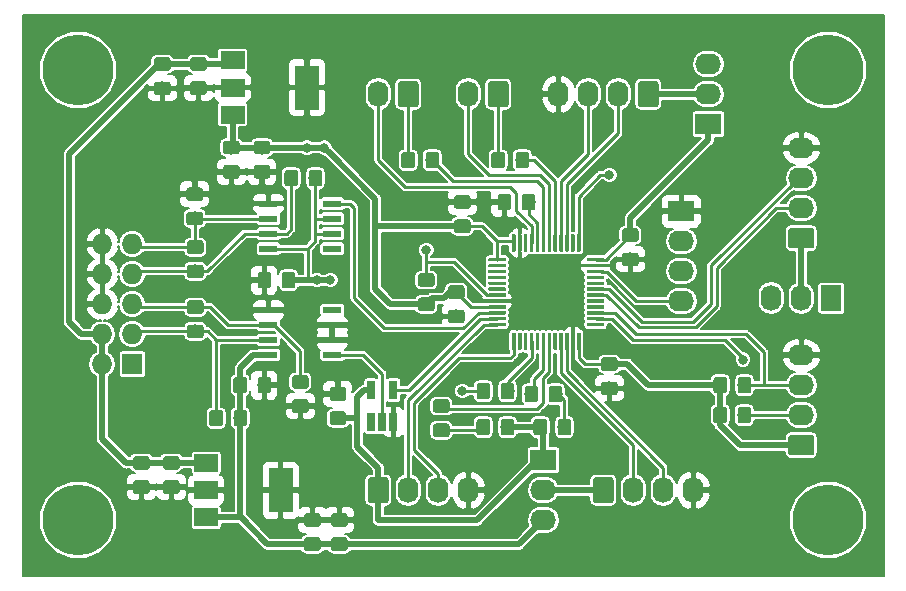
<source format=gbr>
G04 #@! TF.GenerationSoftware,KiCad,Pcbnew,5.0.2-bee76a0~70~ubuntu18.04.1*
G04 #@! TF.CreationDate,2019-01-29T20:40:36+01:00*
G04 #@! TF.ProjectId,main_board,6d61696e-5f62-46f6-9172-642e6b696361,rev?*
G04 #@! TF.SameCoordinates,Original*
G04 #@! TF.FileFunction,Copper,L1,Top*
G04 #@! TF.FilePolarity,Positive*
%FSLAX46Y46*%
G04 Gerber Fmt 4.6, Leading zero omitted, Abs format (unit mm)*
G04 Created by KiCad (PCBNEW 5.0.2-bee76a0~70~ubuntu18.04.1) date Út 29. ledna 2019, 20:40:36 CET*
%MOMM*%
%LPD*%
G01*
G04 APERTURE LIST*
G04 #@! TA.AperFunction,Conductor*
%ADD10C,0.100000*%
G04 #@! TD*
G04 #@! TA.AperFunction,SMDPad,CuDef*
%ADD11C,1.150000*%
G04 #@! TD*
G04 #@! TA.AperFunction,ComponentPad*
%ADD12O,2.200000X1.740000*%
G04 #@! TD*
G04 #@! TA.AperFunction,ComponentPad*
%ADD13R,2.200000X1.740000*%
G04 #@! TD*
G04 #@! TA.AperFunction,ComponentPad*
%ADD14R,1.727200X1.727200*%
G04 #@! TD*
G04 #@! TA.AperFunction,ComponentPad*
%ADD15O,1.727200X1.727200*%
G04 #@! TD*
G04 #@! TA.AperFunction,SMDPad,CuDef*
%ADD16C,0.300000*%
G04 #@! TD*
G04 #@! TA.AperFunction,SMDPad,CuDef*
%ADD17R,2.000000X1.500000*%
G04 #@! TD*
G04 #@! TA.AperFunction,SMDPad,CuDef*
%ADD18R,2.000000X3.800000*%
G04 #@! TD*
G04 #@! TA.AperFunction,ComponentPad*
%ADD19C,6.000000*%
G04 #@! TD*
G04 #@! TA.AperFunction,SMDPad,CuDef*
%ADD20R,1.550000X0.600000*%
G04 #@! TD*
G04 #@! TA.AperFunction,ComponentPad*
%ADD21O,1.740000X2.200000*%
G04 #@! TD*
G04 #@! TA.AperFunction,ComponentPad*
%ADD22C,1.740000*%
G04 #@! TD*
G04 #@! TA.AperFunction,ComponentPad*
%ADD23R,1.740000X2.200000*%
G04 #@! TD*
G04 #@! TA.AperFunction,SMDPad,CuDef*
%ADD24R,0.650000X1.560000*%
G04 #@! TD*
G04 #@! TA.AperFunction,ViaPad*
%ADD25C,0.800000*%
G04 #@! TD*
G04 #@! TA.AperFunction,Conductor*
%ADD26C,0.250000*%
G04 #@! TD*
G04 #@! TA.AperFunction,Conductor*
%ADD27C,0.500000*%
G04 #@! TD*
G04 #@! TA.AperFunction,Conductor*
%ADD28C,0.200000*%
G04 #@! TD*
G04 APERTURE END LIST*
D10*
G04 #@! TO.N,GND*
G04 #@! TO.C,C7*
G36*
X121378505Y-87023404D02*
X121402773Y-87027004D01*
X121426572Y-87032965D01*
X121449671Y-87041230D01*
X121471850Y-87051720D01*
X121492893Y-87064332D01*
X121512599Y-87078947D01*
X121530777Y-87095423D01*
X121547253Y-87113601D01*
X121561868Y-87133307D01*
X121574480Y-87154350D01*
X121584970Y-87176529D01*
X121593235Y-87199628D01*
X121599196Y-87223427D01*
X121602796Y-87247695D01*
X121604000Y-87272199D01*
X121604000Y-87922201D01*
X121602796Y-87946705D01*
X121599196Y-87970973D01*
X121593235Y-87994772D01*
X121584970Y-88017871D01*
X121574480Y-88040050D01*
X121561868Y-88061093D01*
X121547253Y-88080799D01*
X121530777Y-88098977D01*
X121512599Y-88115453D01*
X121492893Y-88130068D01*
X121471850Y-88142680D01*
X121449671Y-88153170D01*
X121426572Y-88161435D01*
X121402773Y-88167396D01*
X121378505Y-88170996D01*
X121354001Y-88172200D01*
X120453999Y-88172200D01*
X120429495Y-88170996D01*
X120405227Y-88167396D01*
X120381428Y-88161435D01*
X120358329Y-88153170D01*
X120336150Y-88142680D01*
X120315107Y-88130068D01*
X120295401Y-88115453D01*
X120277223Y-88098977D01*
X120260747Y-88080799D01*
X120246132Y-88061093D01*
X120233520Y-88040050D01*
X120223030Y-88017871D01*
X120214765Y-87994772D01*
X120208804Y-87970973D01*
X120205204Y-87946705D01*
X120204000Y-87922201D01*
X120204000Y-87272199D01*
X120205204Y-87247695D01*
X120208804Y-87223427D01*
X120214765Y-87199628D01*
X120223030Y-87176529D01*
X120233520Y-87154350D01*
X120246132Y-87133307D01*
X120260747Y-87113601D01*
X120277223Y-87095423D01*
X120295401Y-87078947D01*
X120315107Y-87064332D01*
X120336150Y-87051720D01*
X120358329Y-87041230D01*
X120381428Y-87032965D01*
X120405227Y-87027004D01*
X120429495Y-87023404D01*
X120453999Y-87022200D01*
X121354001Y-87022200D01*
X121378505Y-87023404D01*
X121378505Y-87023404D01*
G37*
D11*
G04 #@! TD*
G04 #@! TO.P,C7,2*
G04 #@! TO.N,GND*
X120904000Y-87597200D03*
D10*
G04 #@! TO.N,+3V3*
G04 #@! TO.C,C7*
G36*
X121378505Y-84973404D02*
X121402773Y-84977004D01*
X121426572Y-84982965D01*
X121449671Y-84991230D01*
X121471850Y-85001720D01*
X121492893Y-85014332D01*
X121512599Y-85028947D01*
X121530777Y-85045423D01*
X121547253Y-85063601D01*
X121561868Y-85083307D01*
X121574480Y-85104350D01*
X121584970Y-85126529D01*
X121593235Y-85149628D01*
X121599196Y-85173427D01*
X121602796Y-85197695D01*
X121604000Y-85222199D01*
X121604000Y-85872201D01*
X121602796Y-85896705D01*
X121599196Y-85920973D01*
X121593235Y-85944772D01*
X121584970Y-85967871D01*
X121574480Y-85990050D01*
X121561868Y-86011093D01*
X121547253Y-86030799D01*
X121530777Y-86048977D01*
X121512599Y-86065453D01*
X121492893Y-86080068D01*
X121471850Y-86092680D01*
X121449671Y-86103170D01*
X121426572Y-86111435D01*
X121402773Y-86117396D01*
X121378505Y-86120996D01*
X121354001Y-86122200D01*
X120453999Y-86122200D01*
X120429495Y-86120996D01*
X120405227Y-86117396D01*
X120381428Y-86111435D01*
X120358329Y-86103170D01*
X120336150Y-86092680D01*
X120315107Y-86080068D01*
X120295401Y-86065453D01*
X120277223Y-86048977D01*
X120260747Y-86030799D01*
X120246132Y-86011093D01*
X120233520Y-85990050D01*
X120223030Y-85967871D01*
X120214765Y-85944772D01*
X120208804Y-85920973D01*
X120205204Y-85896705D01*
X120204000Y-85872201D01*
X120204000Y-85222199D01*
X120205204Y-85197695D01*
X120208804Y-85173427D01*
X120214765Y-85149628D01*
X120223030Y-85126529D01*
X120233520Y-85104350D01*
X120246132Y-85083307D01*
X120260747Y-85063601D01*
X120277223Y-85045423D01*
X120295401Y-85028947D01*
X120315107Y-85014332D01*
X120336150Y-85001720D01*
X120358329Y-84991230D01*
X120381428Y-84982965D01*
X120405227Y-84977004D01*
X120429495Y-84973404D01*
X120453999Y-84972200D01*
X121354001Y-84972200D01*
X121378505Y-84973404D01*
X121378505Y-84973404D01*
G37*
D11*
G04 #@! TD*
G04 #@! TO.P,C7,1*
G04 #@! TO.N,+3V3*
X120904000Y-85547200D03*
D12*
G04 #@! TO.P,SW1,3*
G04 #@! TO.N,+5V*
X147320000Y-117094000D03*
G04 #@! TO.P,SW1,2*
G04 #@! TO.N,Net-(J1-Pad1)*
X147320000Y-114554000D03*
D13*
G04 #@! TO.P,SW1,1*
G04 #@! TO.N,+3V3*
X147320000Y-112014000D03*
G04 #@! TD*
D10*
G04 #@! TO.N,GND*
G04 #@! TO.C,C13*
G36*
X124047505Y-96075204D02*
X124071773Y-96078804D01*
X124095572Y-96084765D01*
X124118671Y-96093030D01*
X124140850Y-96103520D01*
X124161893Y-96116132D01*
X124181599Y-96130747D01*
X124199777Y-96147223D01*
X124216253Y-96165401D01*
X124230868Y-96185107D01*
X124243480Y-96206150D01*
X124253970Y-96228329D01*
X124262235Y-96251428D01*
X124268196Y-96275227D01*
X124271796Y-96299495D01*
X124273000Y-96323999D01*
X124273000Y-97224001D01*
X124271796Y-97248505D01*
X124268196Y-97272773D01*
X124262235Y-97296572D01*
X124253970Y-97319671D01*
X124243480Y-97341850D01*
X124230868Y-97362893D01*
X124216253Y-97382599D01*
X124199777Y-97400777D01*
X124181599Y-97417253D01*
X124161893Y-97431868D01*
X124140850Y-97444480D01*
X124118671Y-97454970D01*
X124095572Y-97463235D01*
X124071773Y-97469196D01*
X124047505Y-97472796D01*
X124023001Y-97474000D01*
X123372999Y-97474000D01*
X123348495Y-97472796D01*
X123324227Y-97469196D01*
X123300428Y-97463235D01*
X123277329Y-97454970D01*
X123255150Y-97444480D01*
X123234107Y-97431868D01*
X123214401Y-97417253D01*
X123196223Y-97400777D01*
X123179747Y-97382599D01*
X123165132Y-97362893D01*
X123152520Y-97341850D01*
X123142030Y-97319671D01*
X123133765Y-97296572D01*
X123127804Y-97272773D01*
X123124204Y-97248505D01*
X123123000Y-97224001D01*
X123123000Y-96323999D01*
X123124204Y-96299495D01*
X123127804Y-96275227D01*
X123133765Y-96251428D01*
X123142030Y-96228329D01*
X123152520Y-96206150D01*
X123165132Y-96185107D01*
X123179747Y-96165401D01*
X123196223Y-96147223D01*
X123214401Y-96130747D01*
X123234107Y-96116132D01*
X123255150Y-96103520D01*
X123277329Y-96093030D01*
X123300428Y-96084765D01*
X123324227Y-96078804D01*
X123348495Y-96075204D01*
X123372999Y-96074000D01*
X124023001Y-96074000D01*
X124047505Y-96075204D01*
X124047505Y-96075204D01*
G37*
D11*
G04 #@! TD*
G04 #@! TO.P,C13,2*
G04 #@! TO.N,GND*
X123698000Y-96774000D03*
D10*
G04 #@! TO.N,+5V*
G04 #@! TO.C,C13*
G36*
X126097505Y-96075204D02*
X126121773Y-96078804D01*
X126145572Y-96084765D01*
X126168671Y-96093030D01*
X126190850Y-96103520D01*
X126211893Y-96116132D01*
X126231599Y-96130747D01*
X126249777Y-96147223D01*
X126266253Y-96165401D01*
X126280868Y-96185107D01*
X126293480Y-96206150D01*
X126303970Y-96228329D01*
X126312235Y-96251428D01*
X126318196Y-96275227D01*
X126321796Y-96299495D01*
X126323000Y-96323999D01*
X126323000Y-97224001D01*
X126321796Y-97248505D01*
X126318196Y-97272773D01*
X126312235Y-97296572D01*
X126303970Y-97319671D01*
X126293480Y-97341850D01*
X126280868Y-97362893D01*
X126266253Y-97382599D01*
X126249777Y-97400777D01*
X126231599Y-97417253D01*
X126211893Y-97431868D01*
X126190850Y-97444480D01*
X126168671Y-97454970D01*
X126145572Y-97463235D01*
X126121773Y-97469196D01*
X126097505Y-97472796D01*
X126073001Y-97474000D01*
X125422999Y-97474000D01*
X125398495Y-97472796D01*
X125374227Y-97469196D01*
X125350428Y-97463235D01*
X125327329Y-97454970D01*
X125305150Y-97444480D01*
X125284107Y-97431868D01*
X125264401Y-97417253D01*
X125246223Y-97400777D01*
X125229747Y-97382599D01*
X125215132Y-97362893D01*
X125202520Y-97341850D01*
X125192030Y-97319671D01*
X125183765Y-97296572D01*
X125177804Y-97272773D01*
X125174204Y-97248505D01*
X125173000Y-97224001D01*
X125173000Y-96323999D01*
X125174204Y-96299495D01*
X125177804Y-96275227D01*
X125183765Y-96251428D01*
X125192030Y-96228329D01*
X125202520Y-96206150D01*
X125215132Y-96185107D01*
X125229747Y-96165401D01*
X125246223Y-96147223D01*
X125264401Y-96130747D01*
X125284107Y-96116132D01*
X125305150Y-96103520D01*
X125327329Y-96093030D01*
X125350428Y-96084765D01*
X125374227Y-96078804D01*
X125398495Y-96075204D01*
X125422999Y-96074000D01*
X126073001Y-96074000D01*
X126097505Y-96075204D01*
X126097505Y-96075204D01*
G37*
D11*
G04 #@! TD*
G04 #@! TO.P,C13,1*
G04 #@! TO.N,+5V*
X125748000Y-96774000D03*
D14*
G04 #@! TO.P,J8,1*
G04 #@! TO.N,Net-(J8-Pad1)*
X112522000Y-103886000D03*
D15*
G04 #@! TO.P,J8,2*
G04 #@! TO.N,+5.5V*
X109982000Y-103886000D03*
G04 #@! TO.P,J8,3*
G04 #@! TO.N,Net-(J8-Pad3)*
X112522000Y-101346000D03*
G04 #@! TO.P,J8,4*
G04 #@! TO.N,+5.5V*
X109982000Y-101346000D03*
G04 #@! TO.P,J8,5*
G04 #@! TO.N,Net-(J8-Pad5)*
X112522000Y-98806000D03*
G04 #@! TO.P,J8,6*
G04 #@! TO.N,GND*
X109982000Y-98806000D03*
G04 #@! TO.P,J8,7*
G04 #@! TO.N,Net-(J8-Pad7)*
X112522000Y-96266000D03*
G04 #@! TO.P,J8,8*
G04 #@! TO.N,GND*
X109982000Y-96266000D03*
G04 #@! TO.P,J8,9*
G04 #@! TO.N,Net-(J8-Pad9)*
X112522000Y-93726000D03*
G04 #@! TO.P,J8,10*
G04 #@! TO.N,GND*
X109982000Y-93726000D03*
G04 #@! TD*
D10*
G04 #@! TO.N,+3V3*
G04 #@! TO.C,C10*
G36*
X153382505Y-103312204D02*
X153406773Y-103315804D01*
X153430572Y-103321765D01*
X153453671Y-103330030D01*
X153475850Y-103340520D01*
X153496893Y-103353132D01*
X153516599Y-103367747D01*
X153534777Y-103384223D01*
X153551253Y-103402401D01*
X153565868Y-103422107D01*
X153578480Y-103443150D01*
X153588970Y-103465329D01*
X153597235Y-103488428D01*
X153603196Y-103512227D01*
X153606796Y-103536495D01*
X153608000Y-103560999D01*
X153608000Y-104211001D01*
X153606796Y-104235505D01*
X153603196Y-104259773D01*
X153597235Y-104283572D01*
X153588970Y-104306671D01*
X153578480Y-104328850D01*
X153565868Y-104349893D01*
X153551253Y-104369599D01*
X153534777Y-104387777D01*
X153516599Y-104404253D01*
X153496893Y-104418868D01*
X153475850Y-104431480D01*
X153453671Y-104441970D01*
X153430572Y-104450235D01*
X153406773Y-104456196D01*
X153382505Y-104459796D01*
X153358001Y-104461000D01*
X152457999Y-104461000D01*
X152433495Y-104459796D01*
X152409227Y-104456196D01*
X152385428Y-104450235D01*
X152362329Y-104441970D01*
X152340150Y-104431480D01*
X152319107Y-104418868D01*
X152299401Y-104404253D01*
X152281223Y-104387777D01*
X152264747Y-104369599D01*
X152250132Y-104349893D01*
X152237520Y-104328850D01*
X152227030Y-104306671D01*
X152218765Y-104283572D01*
X152212804Y-104259773D01*
X152209204Y-104235505D01*
X152208000Y-104211001D01*
X152208000Y-103560999D01*
X152209204Y-103536495D01*
X152212804Y-103512227D01*
X152218765Y-103488428D01*
X152227030Y-103465329D01*
X152237520Y-103443150D01*
X152250132Y-103422107D01*
X152264747Y-103402401D01*
X152281223Y-103384223D01*
X152299401Y-103367747D01*
X152319107Y-103353132D01*
X152340150Y-103340520D01*
X152362329Y-103330030D01*
X152385428Y-103321765D01*
X152409227Y-103315804D01*
X152433495Y-103312204D01*
X152457999Y-103311000D01*
X153358001Y-103311000D01*
X153382505Y-103312204D01*
X153382505Y-103312204D01*
G37*
D11*
G04 #@! TD*
G04 #@! TO.P,C10,1*
G04 #@! TO.N,+3V3*
X152908000Y-103886000D03*
D10*
G04 #@! TO.N,GND*
G04 #@! TO.C,C10*
G36*
X153382505Y-105362204D02*
X153406773Y-105365804D01*
X153430572Y-105371765D01*
X153453671Y-105380030D01*
X153475850Y-105390520D01*
X153496893Y-105403132D01*
X153516599Y-105417747D01*
X153534777Y-105434223D01*
X153551253Y-105452401D01*
X153565868Y-105472107D01*
X153578480Y-105493150D01*
X153588970Y-105515329D01*
X153597235Y-105538428D01*
X153603196Y-105562227D01*
X153606796Y-105586495D01*
X153608000Y-105610999D01*
X153608000Y-106261001D01*
X153606796Y-106285505D01*
X153603196Y-106309773D01*
X153597235Y-106333572D01*
X153588970Y-106356671D01*
X153578480Y-106378850D01*
X153565868Y-106399893D01*
X153551253Y-106419599D01*
X153534777Y-106437777D01*
X153516599Y-106454253D01*
X153496893Y-106468868D01*
X153475850Y-106481480D01*
X153453671Y-106491970D01*
X153430572Y-106500235D01*
X153406773Y-106506196D01*
X153382505Y-106509796D01*
X153358001Y-106511000D01*
X152457999Y-106511000D01*
X152433495Y-106509796D01*
X152409227Y-106506196D01*
X152385428Y-106500235D01*
X152362329Y-106491970D01*
X152340150Y-106481480D01*
X152319107Y-106468868D01*
X152299401Y-106454253D01*
X152281223Y-106437777D01*
X152264747Y-106419599D01*
X152250132Y-106399893D01*
X152237520Y-106378850D01*
X152227030Y-106356671D01*
X152218765Y-106333572D01*
X152212804Y-106309773D01*
X152209204Y-106285505D01*
X152208000Y-106261001D01*
X152208000Y-105610999D01*
X152209204Y-105586495D01*
X152212804Y-105562227D01*
X152218765Y-105538428D01*
X152227030Y-105515329D01*
X152237520Y-105493150D01*
X152250132Y-105472107D01*
X152264747Y-105452401D01*
X152281223Y-105434223D01*
X152299401Y-105417747D01*
X152319107Y-105403132D01*
X152340150Y-105390520D01*
X152362329Y-105380030D01*
X152385428Y-105371765D01*
X152409227Y-105365804D01*
X152433495Y-105362204D01*
X152457999Y-105361000D01*
X153358001Y-105361000D01*
X153382505Y-105362204D01*
X153382505Y-105362204D01*
G37*
D11*
G04 #@! TD*
G04 #@! TO.P,C10,2*
G04 #@! TO.N,GND*
X152908000Y-105936000D03*
D10*
G04 #@! TO.N,+3V3*
G04 #@! TO.C,U3*
G36*
X144081351Y-94890361D02*
X144088632Y-94891441D01*
X144095771Y-94893229D01*
X144102701Y-94895709D01*
X144109355Y-94898856D01*
X144115668Y-94902640D01*
X144121579Y-94907024D01*
X144127033Y-94911967D01*
X144131976Y-94917421D01*
X144136360Y-94923332D01*
X144140144Y-94929645D01*
X144143291Y-94936299D01*
X144145771Y-94943229D01*
X144147559Y-94950368D01*
X144148639Y-94957649D01*
X144149000Y-94965000D01*
X144149000Y-95115000D01*
X144148639Y-95122351D01*
X144147559Y-95129632D01*
X144145771Y-95136771D01*
X144143291Y-95143701D01*
X144140144Y-95150355D01*
X144136360Y-95156668D01*
X144131976Y-95162579D01*
X144127033Y-95168033D01*
X144121579Y-95172976D01*
X144115668Y-95177360D01*
X144109355Y-95181144D01*
X144102701Y-95184291D01*
X144095771Y-95186771D01*
X144088632Y-95188559D01*
X144081351Y-95189639D01*
X144074000Y-95190000D01*
X142749000Y-95190000D01*
X142741649Y-95189639D01*
X142734368Y-95188559D01*
X142727229Y-95186771D01*
X142720299Y-95184291D01*
X142713645Y-95181144D01*
X142707332Y-95177360D01*
X142701421Y-95172976D01*
X142695967Y-95168033D01*
X142691024Y-95162579D01*
X142686640Y-95156668D01*
X142682856Y-95150355D01*
X142679709Y-95143701D01*
X142677229Y-95136771D01*
X142675441Y-95129632D01*
X142674361Y-95122351D01*
X142674000Y-95115000D01*
X142674000Y-94965000D01*
X142674361Y-94957649D01*
X142675441Y-94950368D01*
X142677229Y-94943229D01*
X142679709Y-94936299D01*
X142682856Y-94929645D01*
X142686640Y-94923332D01*
X142691024Y-94917421D01*
X142695967Y-94911967D01*
X142701421Y-94907024D01*
X142707332Y-94902640D01*
X142713645Y-94898856D01*
X142720299Y-94895709D01*
X142727229Y-94893229D01*
X142734368Y-94891441D01*
X142741649Y-94890361D01*
X142749000Y-94890000D01*
X144074000Y-94890000D01*
X144081351Y-94890361D01*
X144081351Y-94890361D01*
G37*
D16*
G04 #@! TD*
G04 #@! TO.P,U3,1*
G04 #@! TO.N,+3V3*
X143411500Y-95040000D03*
D10*
G04 #@! TO.N,N/C*
G04 #@! TO.C,U3*
G36*
X144081351Y-95390361D02*
X144088632Y-95391441D01*
X144095771Y-95393229D01*
X144102701Y-95395709D01*
X144109355Y-95398856D01*
X144115668Y-95402640D01*
X144121579Y-95407024D01*
X144127033Y-95411967D01*
X144131976Y-95417421D01*
X144136360Y-95423332D01*
X144140144Y-95429645D01*
X144143291Y-95436299D01*
X144145771Y-95443229D01*
X144147559Y-95450368D01*
X144148639Y-95457649D01*
X144149000Y-95465000D01*
X144149000Y-95615000D01*
X144148639Y-95622351D01*
X144147559Y-95629632D01*
X144145771Y-95636771D01*
X144143291Y-95643701D01*
X144140144Y-95650355D01*
X144136360Y-95656668D01*
X144131976Y-95662579D01*
X144127033Y-95668033D01*
X144121579Y-95672976D01*
X144115668Y-95677360D01*
X144109355Y-95681144D01*
X144102701Y-95684291D01*
X144095771Y-95686771D01*
X144088632Y-95688559D01*
X144081351Y-95689639D01*
X144074000Y-95690000D01*
X142749000Y-95690000D01*
X142741649Y-95689639D01*
X142734368Y-95688559D01*
X142727229Y-95686771D01*
X142720299Y-95684291D01*
X142713645Y-95681144D01*
X142707332Y-95677360D01*
X142701421Y-95672976D01*
X142695967Y-95668033D01*
X142691024Y-95662579D01*
X142686640Y-95656668D01*
X142682856Y-95650355D01*
X142679709Y-95643701D01*
X142677229Y-95636771D01*
X142675441Y-95629632D01*
X142674361Y-95622351D01*
X142674000Y-95615000D01*
X142674000Y-95465000D01*
X142674361Y-95457649D01*
X142675441Y-95450368D01*
X142677229Y-95443229D01*
X142679709Y-95436299D01*
X142682856Y-95429645D01*
X142686640Y-95423332D01*
X142691024Y-95417421D01*
X142695967Y-95411967D01*
X142701421Y-95407024D01*
X142707332Y-95402640D01*
X142713645Y-95398856D01*
X142720299Y-95395709D01*
X142727229Y-95393229D01*
X142734368Y-95391441D01*
X142741649Y-95390361D01*
X142749000Y-95390000D01*
X144074000Y-95390000D01*
X144081351Y-95390361D01*
X144081351Y-95390361D01*
G37*
D16*
G04 #@! TD*
G04 #@! TO.P,U3,2*
G04 #@! TO.N,N/C*
X143411500Y-95540000D03*
D10*
G04 #@! TO.N,N/C*
G04 #@! TO.C,U3*
G36*
X144081351Y-95890361D02*
X144088632Y-95891441D01*
X144095771Y-95893229D01*
X144102701Y-95895709D01*
X144109355Y-95898856D01*
X144115668Y-95902640D01*
X144121579Y-95907024D01*
X144127033Y-95911967D01*
X144131976Y-95917421D01*
X144136360Y-95923332D01*
X144140144Y-95929645D01*
X144143291Y-95936299D01*
X144145771Y-95943229D01*
X144147559Y-95950368D01*
X144148639Y-95957649D01*
X144149000Y-95965000D01*
X144149000Y-96115000D01*
X144148639Y-96122351D01*
X144147559Y-96129632D01*
X144145771Y-96136771D01*
X144143291Y-96143701D01*
X144140144Y-96150355D01*
X144136360Y-96156668D01*
X144131976Y-96162579D01*
X144127033Y-96168033D01*
X144121579Y-96172976D01*
X144115668Y-96177360D01*
X144109355Y-96181144D01*
X144102701Y-96184291D01*
X144095771Y-96186771D01*
X144088632Y-96188559D01*
X144081351Y-96189639D01*
X144074000Y-96190000D01*
X142749000Y-96190000D01*
X142741649Y-96189639D01*
X142734368Y-96188559D01*
X142727229Y-96186771D01*
X142720299Y-96184291D01*
X142713645Y-96181144D01*
X142707332Y-96177360D01*
X142701421Y-96172976D01*
X142695967Y-96168033D01*
X142691024Y-96162579D01*
X142686640Y-96156668D01*
X142682856Y-96150355D01*
X142679709Y-96143701D01*
X142677229Y-96136771D01*
X142675441Y-96129632D01*
X142674361Y-96122351D01*
X142674000Y-96115000D01*
X142674000Y-95965000D01*
X142674361Y-95957649D01*
X142675441Y-95950368D01*
X142677229Y-95943229D01*
X142679709Y-95936299D01*
X142682856Y-95929645D01*
X142686640Y-95923332D01*
X142691024Y-95917421D01*
X142695967Y-95911967D01*
X142701421Y-95907024D01*
X142707332Y-95902640D01*
X142713645Y-95898856D01*
X142720299Y-95895709D01*
X142727229Y-95893229D01*
X142734368Y-95891441D01*
X142741649Y-95890361D01*
X142749000Y-95890000D01*
X144074000Y-95890000D01*
X144081351Y-95890361D01*
X144081351Y-95890361D01*
G37*
D16*
G04 #@! TD*
G04 #@! TO.P,U3,3*
G04 #@! TO.N,N/C*
X143411500Y-96040000D03*
D10*
G04 #@! TO.N,N/C*
G04 #@! TO.C,U3*
G36*
X144081351Y-96390361D02*
X144088632Y-96391441D01*
X144095771Y-96393229D01*
X144102701Y-96395709D01*
X144109355Y-96398856D01*
X144115668Y-96402640D01*
X144121579Y-96407024D01*
X144127033Y-96411967D01*
X144131976Y-96417421D01*
X144136360Y-96423332D01*
X144140144Y-96429645D01*
X144143291Y-96436299D01*
X144145771Y-96443229D01*
X144147559Y-96450368D01*
X144148639Y-96457649D01*
X144149000Y-96465000D01*
X144149000Y-96615000D01*
X144148639Y-96622351D01*
X144147559Y-96629632D01*
X144145771Y-96636771D01*
X144143291Y-96643701D01*
X144140144Y-96650355D01*
X144136360Y-96656668D01*
X144131976Y-96662579D01*
X144127033Y-96668033D01*
X144121579Y-96672976D01*
X144115668Y-96677360D01*
X144109355Y-96681144D01*
X144102701Y-96684291D01*
X144095771Y-96686771D01*
X144088632Y-96688559D01*
X144081351Y-96689639D01*
X144074000Y-96690000D01*
X142749000Y-96690000D01*
X142741649Y-96689639D01*
X142734368Y-96688559D01*
X142727229Y-96686771D01*
X142720299Y-96684291D01*
X142713645Y-96681144D01*
X142707332Y-96677360D01*
X142701421Y-96672976D01*
X142695967Y-96668033D01*
X142691024Y-96662579D01*
X142686640Y-96656668D01*
X142682856Y-96650355D01*
X142679709Y-96643701D01*
X142677229Y-96636771D01*
X142675441Y-96629632D01*
X142674361Y-96622351D01*
X142674000Y-96615000D01*
X142674000Y-96465000D01*
X142674361Y-96457649D01*
X142675441Y-96450368D01*
X142677229Y-96443229D01*
X142679709Y-96436299D01*
X142682856Y-96429645D01*
X142686640Y-96423332D01*
X142691024Y-96417421D01*
X142695967Y-96411967D01*
X142701421Y-96407024D01*
X142707332Y-96402640D01*
X142713645Y-96398856D01*
X142720299Y-96395709D01*
X142727229Y-96393229D01*
X142734368Y-96391441D01*
X142741649Y-96390361D01*
X142749000Y-96390000D01*
X144074000Y-96390000D01*
X144081351Y-96390361D01*
X144081351Y-96390361D01*
G37*
D16*
G04 #@! TD*
G04 #@! TO.P,U3,4*
G04 #@! TO.N,N/C*
X143411500Y-96540000D03*
D10*
G04 #@! TO.N,N/C*
G04 #@! TO.C,U3*
G36*
X144081351Y-96890361D02*
X144088632Y-96891441D01*
X144095771Y-96893229D01*
X144102701Y-96895709D01*
X144109355Y-96898856D01*
X144115668Y-96902640D01*
X144121579Y-96907024D01*
X144127033Y-96911967D01*
X144131976Y-96917421D01*
X144136360Y-96923332D01*
X144140144Y-96929645D01*
X144143291Y-96936299D01*
X144145771Y-96943229D01*
X144147559Y-96950368D01*
X144148639Y-96957649D01*
X144149000Y-96965000D01*
X144149000Y-97115000D01*
X144148639Y-97122351D01*
X144147559Y-97129632D01*
X144145771Y-97136771D01*
X144143291Y-97143701D01*
X144140144Y-97150355D01*
X144136360Y-97156668D01*
X144131976Y-97162579D01*
X144127033Y-97168033D01*
X144121579Y-97172976D01*
X144115668Y-97177360D01*
X144109355Y-97181144D01*
X144102701Y-97184291D01*
X144095771Y-97186771D01*
X144088632Y-97188559D01*
X144081351Y-97189639D01*
X144074000Y-97190000D01*
X142749000Y-97190000D01*
X142741649Y-97189639D01*
X142734368Y-97188559D01*
X142727229Y-97186771D01*
X142720299Y-97184291D01*
X142713645Y-97181144D01*
X142707332Y-97177360D01*
X142701421Y-97172976D01*
X142695967Y-97168033D01*
X142691024Y-97162579D01*
X142686640Y-97156668D01*
X142682856Y-97150355D01*
X142679709Y-97143701D01*
X142677229Y-97136771D01*
X142675441Y-97129632D01*
X142674361Y-97122351D01*
X142674000Y-97115000D01*
X142674000Y-96965000D01*
X142674361Y-96957649D01*
X142675441Y-96950368D01*
X142677229Y-96943229D01*
X142679709Y-96936299D01*
X142682856Y-96929645D01*
X142686640Y-96923332D01*
X142691024Y-96917421D01*
X142695967Y-96911967D01*
X142701421Y-96907024D01*
X142707332Y-96902640D01*
X142713645Y-96898856D01*
X142720299Y-96895709D01*
X142727229Y-96893229D01*
X142734368Y-96891441D01*
X142741649Y-96890361D01*
X142749000Y-96890000D01*
X144074000Y-96890000D01*
X144081351Y-96890361D01*
X144081351Y-96890361D01*
G37*
D16*
G04 #@! TD*
G04 #@! TO.P,U3,5*
G04 #@! TO.N,N/C*
X143411500Y-97040000D03*
D10*
G04 #@! TO.N,N/C*
G04 #@! TO.C,U3*
G36*
X144081351Y-97390361D02*
X144088632Y-97391441D01*
X144095771Y-97393229D01*
X144102701Y-97395709D01*
X144109355Y-97398856D01*
X144115668Y-97402640D01*
X144121579Y-97407024D01*
X144127033Y-97411967D01*
X144131976Y-97417421D01*
X144136360Y-97423332D01*
X144140144Y-97429645D01*
X144143291Y-97436299D01*
X144145771Y-97443229D01*
X144147559Y-97450368D01*
X144148639Y-97457649D01*
X144149000Y-97465000D01*
X144149000Y-97615000D01*
X144148639Y-97622351D01*
X144147559Y-97629632D01*
X144145771Y-97636771D01*
X144143291Y-97643701D01*
X144140144Y-97650355D01*
X144136360Y-97656668D01*
X144131976Y-97662579D01*
X144127033Y-97668033D01*
X144121579Y-97672976D01*
X144115668Y-97677360D01*
X144109355Y-97681144D01*
X144102701Y-97684291D01*
X144095771Y-97686771D01*
X144088632Y-97688559D01*
X144081351Y-97689639D01*
X144074000Y-97690000D01*
X142749000Y-97690000D01*
X142741649Y-97689639D01*
X142734368Y-97688559D01*
X142727229Y-97686771D01*
X142720299Y-97684291D01*
X142713645Y-97681144D01*
X142707332Y-97677360D01*
X142701421Y-97672976D01*
X142695967Y-97668033D01*
X142691024Y-97662579D01*
X142686640Y-97656668D01*
X142682856Y-97650355D01*
X142679709Y-97643701D01*
X142677229Y-97636771D01*
X142675441Y-97629632D01*
X142674361Y-97622351D01*
X142674000Y-97615000D01*
X142674000Y-97465000D01*
X142674361Y-97457649D01*
X142675441Y-97450368D01*
X142677229Y-97443229D01*
X142679709Y-97436299D01*
X142682856Y-97429645D01*
X142686640Y-97423332D01*
X142691024Y-97417421D01*
X142695967Y-97411967D01*
X142701421Y-97407024D01*
X142707332Y-97402640D01*
X142713645Y-97398856D01*
X142720299Y-97395709D01*
X142727229Y-97393229D01*
X142734368Y-97391441D01*
X142741649Y-97390361D01*
X142749000Y-97390000D01*
X144074000Y-97390000D01*
X144081351Y-97390361D01*
X144081351Y-97390361D01*
G37*
D16*
G04 #@! TD*
G04 #@! TO.P,U3,6*
G04 #@! TO.N,N/C*
X143411500Y-97540000D03*
D10*
G04 #@! TO.N,/~RST*
G04 #@! TO.C,U3*
G36*
X144081351Y-97890361D02*
X144088632Y-97891441D01*
X144095771Y-97893229D01*
X144102701Y-97895709D01*
X144109355Y-97898856D01*
X144115668Y-97902640D01*
X144121579Y-97907024D01*
X144127033Y-97911967D01*
X144131976Y-97917421D01*
X144136360Y-97923332D01*
X144140144Y-97929645D01*
X144143291Y-97936299D01*
X144145771Y-97943229D01*
X144147559Y-97950368D01*
X144148639Y-97957649D01*
X144149000Y-97965000D01*
X144149000Y-98115000D01*
X144148639Y-98122351D01*
X144147559Y-98129632D01*
X144145771Y-98136771D01*
X144143291Y-98143701D01*
X144140144Y-98150355D01*
X144136360Y-98156668D01*
X144131976Y-98162579D01*
X144127033Y-98168033D01*
X144121579Y-98172976D01*
X144115668Y-98177360D01*
X144109355Y-98181144D01*
X144102701Y-98184291D01*
X144095771Y-98186771D01*
X144088632Y-98188559D01*
X144081351Y-98189639D01*
X144074000Y-98190000D01*
X142749000Y-98190000D01*
X142741649Y-98189639D01*
X142734368Y-98188559D01*
X142727229Y-98186771D01*
X142720299Y-98184291D01*
X142713645Y-98181144D01*
X142707332Y-98177360D01*
X142701421Y-98172976D01*
X142695967Y-98168033D01*
X142691024Y-98162579D01*
X142686640Y-98156668D01*
X142682856Y-98150355D01*
X142679709Y-98143701D01*
X142677229Y-98136771D01*
X142675441Y-98129632D01*
X142674361Y-98122351D01*
X142674000Y-98115000D01*
X142674000Y-97965000D01*
X142674361Y-97957649D01*
X142675441Y-97950368D01*
X142677229Y-97943229D01*
X142679709Y-97936299D01*
X142682856Y-97929645D01*
X142686640Y-97923332D01*
X142691024Y-97917421D01*
X142695967Y-97911967D01*
X142701421Y-97907024D01*
X142707332Y-97902640D01*
X142713645Y-97898856D01*
X142720299Y-97895709D01*
X142727229Y-97893229D01*
X142734368Y-97891441D01*
X142741649Y-97890361D01*
X142749000Y-97890000D01*
X144074000Y-97890000D01*
X144081351Y-97890361D01*
X144081351Y-97890361D01*
G37*
D16*
G04 #@! TD*
G04 #@! TO.P,U3,7*
G04 #@! TO.N,/~RST*
X143411500Y-98040000D03*
D10*
G04 #@! TO.N,GND*
G04 #@! TO.C,U3*
G36*
X144081351Y-98390361D02*
X144088632Y-98391441D01*
X144095771Y-98393229D01*
X144102701Y-98395709D01*
X144109355Y-98398856D01*
X144115668Y-98402640D01*
X144121579Y-98407024D01*
X144127033Y-98411967D01*
X144131976Y-98417421D01*
X144136360Y-98423332D01*
X144140144Y-98429645D01*
X144143291Y-98436299D01*
X144145771Y-98443229D01*
X144147559Y-98450368D01*
X144148639Y-98457649D01*
X144149000Y-98465000D01*
X144149000Y-98615000D01*
X144148639Y-98622351D01*
X144147559Y-98629632D01*
X144145771Y-98636771D01*
X144143291Y-98643701D01*
X144140144Y-98650355D01*
X144136360Y-98656668D01*
X144131976Y-98662579D01*
X144127033Y-98668033D01*
X144121579Y-98672976D01*
X144115668Y-98677360D01*
X144109355Y-98681144D01*
X144102701Y-98684291D01*
X144095771Y-98686771D01*
X144088632Y-98688559D01*
X144081351Y-98689639D01*
X144074000Y-98690000D01*
X142749000Y-98690000D01*
X142741649Y-98689639D01*
X142734368Y-98688559D01*
X142727229Y-98686771D01*
X142720299Y-98684291D01*
X142713645Y-98681144D01*
X142707332Y-98677360D01*
X142701421Y-98672976D01*
X142695967Y-98668033D01*
X142691024Y-98662579D01*
X142686640Y-98656668D01*
X142682856Y-98650355D01*
X142679709Y-98643701D01*
X142677229Y-98636771D01*
X142675441Y-98629632D01*
X142674361Y-98622351D01*
X142674000Y-98615000D01*
X142674000Y-98465000D01*
X142674361Y-98457649D01*
X142675441Y-98450368D01*
X142677229Y-98443229D01*
X142679709Y-98436299D01*
X142682856Y-98429645D01*
X142686640Y-98423332D01*
X142691024Y-98417421D01*
X142695967Y-98411967D01*
X142701421Y-98407024D01*
X142707332Y-98402640D01*
X142713645Y-98398856D01*
X142720299Y-98395709D01*
X142727229Y-98393229D01*
X142734368Y-98391441D01*
X142741649Y-98390361D01*
X142749000Y-98390000D01*
X144074000Y-98390000D01*
X144081351Y-98390361D01*
X144081351Y-98390361D01*
G37*
D16*
G04 #@! TD*
G04 #@! TO.P,U3,8*
G04 #@! TO.N,GND*
X143411500Y-98540000D03*
D10*
G04 #@! TO.N,+3V3*
G04 #@! TO.C,U3*
G36*
X144081351Y-98890361D02*
X144088632Y-98891441D01*
X144095771Y-98893229D01*
X144102701Y-98895709D01*
X144109355Y-98898856D01*
X144115668Y-98902640D01*
X144121579Y-98907024D01*
X144127033Y-98911967D01*
X144131976Y-98917421D01*
X144136360Y-98923332D01*
X144140144Y-98929645D01*
X144143291Y-98936299D01*
X144145771Y-98943229D01*
X144147559Y-98950368D01*
X144148639Y-98957649D01*
X144149000Y-98965000D01*
X144149000Y-99115000D01*
X144148639Y-99122351D01*
X144147559Y-99129632D01*
X144145771Y-99136771D01*
X144143291Y-99143701D01*
X144140144Y-99150355D01*
X144136360Y-99156668D01*
X144131976Y-99162579D01*
X144127033Y-99168033D01*
X144121579Y-99172976D01*
X144115668Y-99177360D01*
X144109355Y-99181144D01*
X144102701Y-99184291D01*
X144095771Y-99186771D01*
X144088632Y-99188559D01*
X144081351Y-99189639D01*
X144074000Y-99190000D01*
X142749000Y-99190000D01*
X142741649Y-99189639D01*
X142734368Y-99188559D01*
X142727229Y-99186771D01*
X142720299Y-99184291D01*
X142713645Y-99181144D01*
X142707332Y-99177360D01*
X142701421Y-99172976D01*
X142695967Y-99168033D01*
X142691024Y-99162579D01*
X142686640Y-99156668D01*
X142682856Y-99150355D01*
X142679709Y-99143701D01*
X142677229Y-99136771D01*
X142675441Y-99129632D01*
X142674361Y-99122351D01*
X142674000Y-99115000D01*
X142674000Y-98965000D01*
X142674361Y-98957649D01*
X142675441Y-98950368D01*
X142677229Y-98943229D01*
X142679709Y-98936299D01*
X142682856Y-98929645D01*
X142686640Y-98923332D01*
X142691024Y-98917421D01*
X142695967Y-98911967D01*
X142701421Y-98907024D01*
X142707332Y-98902640D01*
X142713645Y-98898856D01*
X142720299Y-98895709D01*
X142727229Y-98893229D01*
X142734368Y-98891441D01*
X142741649Y-98890361D01*
X142749000Y-98890000D01*
X144074000Y-98890000D01*
X144081351Y-98890361D01*
X144081351Y-98890361D01*
G37*
D16*
G04 #@! TD*
G04 #@! TO.P,U3,9*
G04 #@! TO.N,+3V3*
X143411500Y-99040000D03*
D10*
G04 #@! TO.N,/UART4_TX*
G04 #@! TO.C,U3*
G36*
X144081351Y-99390361D02*
X144088632Y-99391441D01*
X144095771Y-99393229D01*
X144102701Y-99395709D01*
X144109355Y-99398856D01*
X144115668Y-99402640D01*
X144121579Y-99407024D01*
X144127033Y-99411967D01*
X144131976Y-99417421D01*
X144136360Y-99423332D01*
X144140144Y-99429645D01*
X144143291Y-99436299D01*
X144145771Y-99443229D01*
X144147559Y-99450368D01*
X144148639Y-99457649D01*
X144149000Y-99465000D01*
X144149000Y-99615000D01*
X144148639Y-99622351D01*
X144147559Y-99629632D01*
X144145771Y-99636771D01*
X144143291Y-99643701D01*
X144140144Y-99650355D01*
X144136360Y-99656668D01*
X144131976Y-99662579D01*
X144127033Y-99668033D01*
X144121579Y-99672976D01*
X144115668Y-99677360D01*
X144109355Y-99681144D01*
X144102701Y-99684291D01*
X144095771Y-99686771D01*
X144088632Y-99688559D01*
X144081351Y-99689639D01*
X144074000Y-99690000D01*
X142749000Y-99690000D01*
X142741649Y-99689639D01*
X142734368Y-99688559D01*
X142727229Y-99686771D01*
X142720299Y-99684291D01*
X142713645Y-99681144D01*
X142707332Y-99677360D01*
X142701421Y-99672976D01*
X142695967Y-99668033D01*
X142691024Y-99662579D01*
X142686640Y-99656668D01*
X142682856Y-99650355D01*
X142679709Y-99643701D01*
X142677229Y-99636771D01*
X142675441Y-99629632D01*
X142674361Y-99622351D01*
X142674000Y-99615000D01*
X142674000Y-99465000D01*
X142674361Y-99457649D01*
X142675441Y-99450368D01*
X142677229Y-99443229D01*
X142679709Y-99436299D01*
X142682856Y-99429645D01*
X142686640Y-99423332D01*
X142691024Y-99417421D01*
X142695967Y-99411967D01*
X142701421Y-99407024D01*
X142707332Y-99402640D01*
X142713645Y-99398856D01*
X142720299Y-99395709D01*
X142727229Y-99393229D01*
X142734368Y-99391441D01*
X142741649Y-99390361D01*
X142749000Y-99390000D01*
X144074000Y-99390000D01*
X144081351Y-99390361D01*
X144081351Y-99390361D01*
G37*
D16*
G04 #@! TD*
G04 #@! TO.P,U3,10*
G04 #@! TO.N,/UART4_TX*
X143411500Y-99540000D03*
D10*
G04 #@! TO.N,/UART4_RX*
G04 #@! TO.C,U3*
G36*
X144081351Y-99890361D02*
X144088632Y-99891441D01*
X144095771Y-99893229D01*
X144102701Y-99895709D01*
X144109355Y-99898856D01*
X144115668Y-99902640D01*
X144121579Y-99907024D01*
X144127033Y-99911967D01*
X144131976Y-99917421D01*
X144136360Y-99923332D01*
X144140144Y-99929645D01*
X144143291Y-99936299D01*
X144145771Y-99943229D01*
X144147559Y-99950368D01*
X144148639Y-99957649D01*
X144149000Y-99965000D01*
X144149000Y-100115000D01*
X144148639Y-100122351D01*
X144147559Y-100129632D01*
X144145771Y-100136771D01*
X144143291Y-100143701D01*
X144140144Y-100150355D01*
X144136360Y-100156668D01*
X144131976Y-100162579D01*
X144127033Y-100168033D01*
X144121579Y-100172976D01*
X144115668Y-100177360D01*
X144109355Y-100181144D01*
X144102701Y-100184291D01*
X144095771Y-100186771D01*
X144088632Y-100188559D01*
X144081351Y-100189639D01*
X144074000Y-100190000D01*
X142749000Y-100190000D01*
X142741649Y-100189639D01*
X142734368Y-100188559D01*
X142727229Y-100186771D01*
X142720299Y-100184291D01*
X142713645Y-100181144D01*
X142707332Y-100177360D01*
X142701421Y-100172976D01*
X142695967Y-100168033D01*
X142691024Y-100162579D01*
X142686640Y-100156668D01*
X142682856Y-100150355D01*
X142679709Y-100143701D01*
X142677229Y-100136771D01*
X142675441Y-100129632D01*
X142674361Y-100122351D01*
X142674000Y-100115000D01*
X142674000Y-99965000D01*
X142674361Y-99957649D01*
X142675441Y-99950368D01*
X142677229Y-99943229D01*
X142679709Y-99936299D01*
X142682856Y-99929645D01*
X142686640Y-99923332D01*
X142691024Y-99917421D01*
X142695967Y-99911967D01*
X142701421Y-99907024D01*
X142707332Y-99902640D01*
X142713645Y-99898856D01*
X142720299Y-99895709D01*
X142727229Y-99893229D01*
X142734368Y-99891441D01*
X142741649Y-99890361D01*
X142749000Y-99890000D01*
X144074000Y-99890000D01*
X144081351Y-99890361D01*
X144081351Y-99890361D01*
G37*
D16*
G04 #@! TD*
G04 #@! TO.P,U3,11*
G04 #@! TO.N,/UART4_RX*
X143411500Y-100040000D03*
D10*
G04 #@! TO.N,/UART2_TX*
G04 #@! TO.C,U3*
G36*
X144081351Y-100390361D02*
X144088632Y-100391441D01*
X144095771Y-100393229D01*
X144102701Y-100395709D01*
X144109355Y-100398856D01*
X144115668Y-100402640D01*
X144121579Y-100407024D01*
X144127033Y-100411967D01*
X144131976Y-100417421D01*
X144136360Y-100423332D01*
X144140144Y-100429645D01*
X144143291Y-100436299D01*
X144145771Y-100443229D01*
X144147559Y-100450368D01*
X144148639Y-100457649D01*
X144149000Y-100465000D01*
X144149000Y-100615000D01*
X144148639Y-100622351D01*
X144147559Y-100629632D01*
X144145771Y-100636771D01*
X144143291Y-100643701D01*
X144140144Y-100650355D01*
X144136360Y-100656668D01*
X144131976Y-100662579D01*
X144127033Y-100668033D01*
X144121579Y-100672976D01*
X144115668Y-100677360D01*
X144109355Y-100681144D01*
X144102701Y-100684291D01*
X144095771Y-100686771D01*
X144088632Y-100688559D01*
X144081351Y-100689639D01*
X144074000Y-100690000D01*
X142749000Y-100690000D01*
X142741649Y-100689639D01*
X142734368Y-100688559D01*
X142727229Y-100686771D01*
X142720299Y-100684291D01*
X142713645Y-100681144D01*
X142707332Y-100677360D01*
X142701421Y-100672976D01*
X142695967Y-100668033D01*
X142691024Y-100662579D01*
X142686640Y-100656668D01*
X142682856Y-100650355D01*
X142679709Y-100643701D01*
X142677229Y-100636771D01*
X142675441Y-100629632D01*
X142674361Y-100622351D01*
X142674000Y-100615000D01*
X142674000Y-100465000D01*
X142674361Y-100457649D01*
X142675441Y-100450368D01*
X142677229Y-100443229D01*
X142679709Y-100436299D01*
X142682856Y-100429645D01*
X142686640Y-100423332D01*
X142691024Y-100417421D01*
X142695967Y-100411967D01*
X142701421Y-100407024D01*
X142707332Y-100402640D01*
X142713645Y-100398856D01*
X142720299Y-100395709D01*
X142727229Y-100393229D01*
X142734368Y-100391441D01*
X142741649Y-100390361D01*
X142749000Y-100390000D01*
X144074000Y-100390000D01*
X144081351Y-100390361D01*
X144081351Y-100390361D01*
G37*
D16*
G04 #@! TD*
G04 #@! TO.P,U3,12*
G04 #@! TO.N,/UART2_TX*
X143411500Y-100540000D03*
D10*
G04 #@! TO.N,/UART2_RX*
G04 #@! TO.C,U3*
G36*
X144906351Y-101215361D02*
X144913632Y-101216441D01*
X144920771Y-101218229D01*
X144927701Y-101220709D01*
X144934355Y-101223856D01*
X144940668Y-101227640D01*
X144946579Y-101232024D01*
X144952033Y-101236967D01*
X144956976Y-101242421D01*
X144961360Y-101248332D01*
X144965144Y-101254645D01*
X144968291Y-101261299D01*
X144970771Y-101268229D01*
X144972559Y-101275368D01*
X144973639Y-101282649D01*
X144974000Y-101290000D01*
X144974000Y-102615000D01*
X144973639Y-102622351D01*
X144972559Y-102629632D01*
X144970771Y-102636771D01*
X144968291Y-102643701D01*
X144965144Y-102650355D01*
X144961360Y-102656668D01*
X144956976Y-102662579D01*
X144952033Y-102668033D01*
X144946579Y-102672976D01*
X144940668Y-102677360D01*
X144934355Y-102681144D01*
X144927701Y-102684291D01*
X144920771Y-102686771D01*
X144913632Y-102688559D01*
X144906351Y-102689639D01*
X144899000Y-102690000D01*
X144749000Y-102690000D01*
X144741649Y-102689639D01*
X144734368Y-102688559D01*
X144727229Y-102686771D01*
X144720299Y-102684291D01*
X144713645Y-102681144D01*
X144707332Y-102677360D01*
X144701421Y-102672976D01*
X144695967Y-102668033D01*
X144691024Y-102662579D01*
X144686640Y-102656668D01*
X144682856Y-102650355D01*
X144679709Y-102643701D01*
X144677229Y-102636771D01*
X144675441Y-102629632D01*
X144674361Y-102622351D01*
X144674000Y-102615000D01*
X144674000Y-101290000D01*
X144674361Y-101282649D01*
X144675441Y-101275368D01*
X144677229Y-101268229D01*
X144679709Y-101261299D01*
X144682856Y-101254645D01*
X144686640Y-101248332D01*
X144691024Y-101242421D01*
X144695967Y-101236967D01*
X144701421Y-101232024D01*
X144707332Y-101227640D01*
X144713645Y-101223856D01*
X144720299Y-101220709D01*
X144727229Y-101218229D01*
X144734368Y-101216441D01*
X144741649Y-101215361D01*
X144749000Y-101215000D01*
X144899000Y-101215000D01*
X144906351Y-101215361D01*
X144906351Y-101215361D01*
G37*
D16*
G04 #@! TD*
G04 #@! TO.P,U3,13*
G04 #@! TO.N,/UART2_RX*
X144824000Y-101952500D03*
D10*
G04 #@! TO.N,N/C*
G04 #@! TO.C,U3*
G36*
X145406351Y-101215361D02*
X145413632Y-101216441D01*
X145420771Y-101218229D01*
X145427701Y-101220709D01*
X145434355Y-101223856D01*
X145440668Y-101227640D01*
X145446579Y-101232024D01*
X145452033Y-101236967D01*
X145456976Y-101242421D01*
X145461360Y-101248332D01*
X145465144Y-101254645D01*
X145468291Y-101261299D01*
X145470771Y-101268229D01*
X145472559Y-101275368D01*
X145473639Y-101282649D01*
X145474000Y-101290000D01*
X145474000Y-102615000D01*
X145473639Y-102622351D01*
X145472559Y-102629632D01*
X145470771Y-102636771D01*
X145468291Y-102643701D01*
X145465144Y-102650355D01*
X145461360Y-102656668D01*
X145456976Y-102662579D01*
X145452033Y-102668033D01*
X145446579Y-102672976D01*
X145440668Y-102677360D01*
X145434355Y-102681144D01*
X145427701Y-102684291D01*
X145420771Y-102686771D01*
X145413632Y-102688559D01*
X145406351Y-102689639D01*
X145399000Y-102690000D01*
X145249000Y-102690000D01*
X145241649Y-102689639D01*
X145234368Y-102688559D01*
X145227229Y-102686771D01*
X145220299Y-102684291D01*
X145213645Y-102681144D01*
X145207332Y-102677360D01*
X145201421Y-102672976D01*
X145195967Y-102668033D01*
X145191024Y-102662579D01*
X145186640Y-102656668D01*
X145182856Y-102650355D01*
X145179709Y-102643701D01*
X145177229Y-102636771D01*
X145175441Y-102629632D01*
X145174361Y-102622351D01*
X145174000Y-102615000D01*
X145174000Y-101290000D01*
X145174361Y-101282649D01*
X145175441Y-101275368D01*
X145177229Y-101268229D01*
X145179709Y-101261299D01*
X145182856Y-101254645D01*
X145186640Y-101248332D01*
X145191024Y-101242421D01*
X145195967Y-101236967D01*
X145201421Y-101232024D01*
X145207332Y-101227640D01*
X145213645Y-101223856D01*
X145220299Y-101220709D01*
X145227229Y-101218229D01*
X145234368Y-101216441D01*
X145241649Y-101215361D01*
X145249000Y-101215000D01*
X145399000Y-101215000D01*
X145406351Y-101215361D01*
X145406351Y-101215361D01*
G37*
D16*
G04 #@! TD*
G04 #@! TO.P,U3,14*
G04 #@! TO.N,N/C*
X145324000Y-101952500D03*
D10*
G04 #@! TO.N,N/C*
G04 #@! TO.C,U3*
G36*
X145906351Y-101215361D02*
X145913632Y-101216441D01*
X145920771Y-101218229D01*
X145927701Y-101220709D01*
X145934355Y-101223856D01*
X145940668Y-101227640D01*
X145946579Y-101232024D01*
X145952033Y-101236967D01*
X145956976Y-101242421D01*
X145961360Y-101248332D01*
X145965144Y-101254645D01*
X145968291Y-101261299D01*
X145970771Y-101268229D01*
X145972559Y-101275368D01*
X145973639Y-101282649D01*
X145974000Y-101290000D01*
X145974000Y-102615000D01*
X145973639Y-102622351D01*
X145972559Y-102629632D01*
X145970771Y-102636771D01*
X145968291Y-102643701D01*
X145965144Y-102650355D01*
X145961360Y-102656668D01*
X145956976Y-102662579D01*
X145952033Y-102668033D01*
X145946579Y-102672976D01*
X145940668Y-102677360D01*
X145934355Y-102681144D01*
X145927701Y-102684291D01*
X145920771Y-102686771D01*
X145913632Y-102688559D01*
X145906351Y-102689639D01*
X145899000Y-102690000D01*
X145749000Y-102690000D01*
X145741649Y-102689639D01*
X145734368Y-102688559D01*
X145727229Y-102686771D01*
X145720299Y-102684291D01*
X145713645Y-102681144D01*
X145707332Y-102677360D01*
X145701421Y-102672976D01*
X145695967Y-102668033D01*
X145691024Y-102662579D01*
X145686640Y-102656668D01*
X145682856Y-102650355D01*
X145679709Y-102643701D01*
X145677229Y-102636771D01*
X145675441Y-102629632D01*
X145674361Y-102622351D01*
X145674000Y-102615000D01*
X145674000Y-101290000D01*
X145674361Y-101282649D01*
X145675441Y-101275368D01*
X145677229Y-101268229D01*
X145679709Y-101261299D01*
X145682856Y-101254645D01*
X145686640Y-101248332D01*
X145691024Y-101242421D01*
X145695967Y-101236967D01*
X145701421Y-101232024D01*
X145707332Y-101227640D01*
X145713645Y-101223856D01*
X145720299Y-101220709D01*
X145727229Y-101218229D01*
X145734368Y-101216441D01*
X145741649Y-101215361D01*
X145749000Y-101215000D01*
X145899000Y-101215000D01*
X145906351Y-101215361D01*
X145906351Y-101215361D01*
G37*
D16*
G04 #@! TD*
G04 #@! TO.P,U3,15*
G04 #@! TO.N,N/C*
X145824000Y-101952500D03*
D10*
G04 #@! TO.N,/SSR_CONTROL*
G04 #@! TO.C,U3*
G36*
X146406351Y-101215361D02*
X146413632Y-101216441D01*
X146420771Y-101218229D01*
X146427701Y-101220709D01*
X146434355Y-101223856D01*
X146440668Y-101227640D01*
X146446579Y-101232024D01*
X146452033Y-101236967D01*
X146456976Y-101242421D01*
X146461360Y-101248332D01*
X146465144Y-101254645D01*
X146468291Y-101261299D01*
X146470771Y-101268229D01*
X146472559Y-101275368D01*
X146473639Y-101282649D01*
X146474000Y-101290000D01*
X146474000Y-102615000D01*
X146473639Y-102622351D01*
X146472559Y-102629632D01*
X146470771Y-102636771D01*
X146468291Y-102643701D01*
X146465144Y-102650355D01*
X146461360Y-102656668D01*
X146456976Y-102662579D01*
X146452033Y-102668033D01*
X146446579Y-102672976D01*
X146440668Y-102677360D01*
X146434355Y-102681144D01*
X146427701Y-102684291D01*
X146420771Y-102686771D01*
X146413632Y-102688559D01*
X146406351Y-102689639D01*
X146399000Y-102690000D01*
X146249000Y-102690000D01*
X146241649Y-102689639D01*
X146234368Y-102688559D01*
X146227229Y-102686771D01*
X146220299Y-102684291D01*
X146213645Y-102681144D01*
X146207332Y-102677360D01*
X146201421Y-102672976D01*
X146195967Y-102668033D01*
X146191024Y-102662579D01*
X146186640Y-102656668D01*
X146182856Y-102650355D01*
X146179709Y-102643701D01*
X146177229Y-102636771D01*
X146175441Y-102629632D01*
X146174361Y-102622351D01*
X146174000Y-102615000D01*
X146174000Y-101290000D01*
X146174361Y-101282649D01*
X146175441Y-101275368D01*
X146177229Y-101268229D01*
X146179709Y-101261299D01*
X146182856Y-101254645D01*
X146186640Y-101248332D01*
X146191024Y-101242421D01*
X146195967Y-101236967D01*
X146201421Y-101232024D01*
X146207332Y-101227640D01*
X146213645Y-101223856D01*
X146220299Y-101220709D01*
X146227229Y-101218229D01*
X146234368Y-101216441D01*
X146241649Y-101215361D01*
X146249000Y-101215000D01*
X146399000Y-101215000D01*
X146406351Y-101215361D01*
X146406351Y-101215361D01*
G37*
D16*
G04 #@! TD*
G04 #@! TO.P,U3,16*
G04 #@! TO.N,/SSR_CONTROL*
X146324000Y-101952500D03*
D10*
G04 #@! TO.N,N/C*
G04 #@! TO.C,U3*
G36*
X146906351Y-101215361D02*
X146913632Y-101216441D01*
X146920771Y-101218229D01*
X146927701Y-101220709D01*
X146934355Y-101223856D01*
X146940668Y-101227640D01*
X146946579Y-101232024D01*
X146952033Y-101236967D01*
X146956976Y-101242421D01*
X146961360Y-101248332D01*
X146965144Y-101254645D01*
X146968291Y-101261299D01*
X146970771Y-101268229D01*
X146972559Y-101275368D01*
X146973639Y-101282649D01*
X146974000Y-101290000D01*
X146974000Y-102615000D01*
X146973639Y-102622351D01*
X146972559Y-102629632D01*
X146970771Y-102636771D01*
X146968291Y-102643701D01*
X146965144Y-102650355D01*
X146961360Y-102656668D01*
X146956976Y-102662579D01*
X146952033Y-102668033D01*
X146946579Y-102672976D01*
X146940668Y-102677360D01*
X146934355Y-102681144D01*
X146927701Y-102684291D01*
X146920771Y-102686771D01*
X146913632Y-102688559D01*
X146906351Y-102689639D01*
X146899000Y-102690000D01*
X146749000Y-102690000D01*
X146741649Y-102689639D01*
X146734368Y-102688559D01*
X146727229Y-102686771D01*
X146720299Y-102684291D01*
X146713645Y-102681144D01*
X146707332Y-102677360D01*
X146701421Y-102672976D01*
X146695967Y-102668033D01*
X146691024Y-102662579D01*
X146686640Y-102656668D01*
X146682856Y-102650355D01*
X146679709Y-102643701D01*
X146677229Y-102636771D01*
X146675441Y-102629632D01*
X146674361Y-102622351D01*
X146674000Y-102615000D01*
X146674000Y-101290000D01*
X146674361Y-101282649D01*
X146675441Y-101275368D01*
X146677229Y-101268229D01*
X146679709Y-101261299D01*
X146682856Y-101254645D01*
X146686640Y-101248332D01*
X146691024Y-101242421D01*
X146695967Y-101236967D01*
X146701421Y-101232024D01*
X146707332Y-101227640D01*
X146713645Y-101223856D01*
X146720299Y-101220709D01*
X146727229Y-101218229D01*
X146734368Y-101216441D01*
X146741649Y-101215361D01*
X146749000Y-101215000D01*
X146899000Y-101215000D01*
X146906351Y-101215361D01*
X146906351Y-101215361D01*
G37*
D16*
G04 #@! TD*
G04 #@! TO.P,U3,17*
G04 #@! TO.N,N/C*
X146824000Y-101952500D03*
D10*
G04 #@! TO.N,Net-(R4-Pad1)*
G04 #@! TO.C,U3*
G36*
X147406351Y-101215361D02*
X147413632Y-101216441D01*
X147420771Y-101218229D01*
X147427701Y-101220709D01*
X147434355Y-101223856D01*
X147440668Y-101227640D01*
X147446579Y-101232024D01*
X147452033Y-101236967D01*
X147456976Y-101242421D01*
X147461360Y-101248332D01*
X147465144Y-101254645D01*
X147468291Y-101261299D01*
X147470771Y-101268229D01*
X147472559Y-101275368D01*
X147473639Y-101282649D01*
X147474000Y-101290000D01*
X147474000Y-102615000D01*
X147473639Y-102622351D01*
X147472559Y-102629632D01*
X147470771Y-102636771D01*
X147468291Y-102643701D01*
X147465144Y-102650355D01*
X147461360Y-102656668D01*
X147456976Y-102662579D01*
X147452033Y-102668033D01*
X147446579Y-102672976D01*
X147440668Y-102677360D01*
X147434355Y-102681144D01*
X147427701Y-102684291D01*
X147420771Y-102686771D01*
X147413632Y-102688559D01*
X147406351Y-102689639D01*
X147399000Y-102690000D01*
X147249000Y-102690000D01*
X147241649Y-102689639D01*
X147234368Y-102688559D01*
X147227229Y-102686771D01*
X147220299Y-102684291D01*
X147213645Y-102681144D01*
X147207332Y-102677360D01*
X147201421Y-102672976D01*
X147195967Y-102668033D01*
X147191024Y-102662579D01*
X147186640Y-102656668D01*
X147182856Y-102650355D01*
X147179709Y-102643701D01*
X147177229Y-102636771D01*
X147175441Y-102629632D01*
X147174361Y-102622351D01*
X147174000Y-102615000D01*
X147174000Y-101290000D01*
X147174361Y-101282649D01*
X147175441Y-101275368D01*
X147177229Y-101268229D01*
X147179709Y-101261299D01*
X147182856Y-101254645D01*
X147186640Y-101248332D01*
X147191024Y-101242421D01*
X147195967Y-101236967D01*
X147201421Y-101232024D01*
X147207332Y-101227640D01*
X147213645Y-101223856D01*
X147220299Y-101220709D01*
X147227229Y-101218229D01*
X147234368Y-101216441D01*
X147241649Y-101215361D01*
X147249000Y-101215000D01*
X147399000Y-101215000D01*
X147406351Y-101215361D01*
X147406351Y-101215361D01*
G37*
D16*
G04 #@! TD*
G04 #@! TO.P,U3,18*
G04 #@! TO.N,Net-(R4-Pad1)*
X147324000Y-101952500D03*
D10*
G04 #@! TO.N,Net-(R5-Pad2)*
G04 #@! TO.C,U3*
G36*
X147906351Y-101215361D02*
X147913632Y-101216441D01*
X147920771Y-101218229D01*
X147927701Y-101220709D01*
X147934355Y-101223856D01*
X147940668Y-101227640D01*
X147946579Y-101232024D01*
X147952033Y-101236967D01*
X147956976Y-101242421D01*
X147961360Y-101248332D01*
X147965144Y-101254645D01*
X147968291Y-101261299D01*
X147970771Y-101268229D01*
X147972559Y-101275368D01*
X147973639Y-101282649D01*
X147974000Y-101290000D01*
X147974000Y-102615000D01*
X147973639Y-102622351D01*
X147972559Y-102629632D01*
X147970771Y-102636771D01*
X147968291Y-102643701D01*
X147965144Y-102650355D01*
X147961360Y-102656668D01*
X147956976Y-102662579D01*
X147952033Y-102668033D01*
X147946579Y-102672976D01*
X147940668Y-102677360D01*
X147934355Y-102681144D01*
X147927701Y-102684291D01*
X147920771Y-102686771D01*
X147913632Y-102688559D01*
X147906351Y-102689639D01*
X147899000Y-102690000D01*
X147749000Y-102690000D01*
X147741649Y-102689639D01*
X147734368Y-102688559D01*
X147727229Y-102686771D01*
X147720299Y-102684291D01*
X147713645Y-102681144D01*
X147707332Y-102677360D01*
X147701421Y-102672976D01*
X147695967Y-102668033D01*
X147691024Y-102662579D01*
X147686640Y-102656668D01*
X147682856Y-102650355D01*
X147679709Y-102643701D01*
X147677229Y-102636771D01*
X147675441Y-102629632D01*
X147674361Y-102622351D01*
X147674000Y-102615000D01*
X147674000Y-101290000D01*
X147674361Y-101282649D01*
X147675441Y-101275368D01*
X147677229Y-101268229D01*
X147679709Y-101261299D01*
X147682856Y-101254645D01*
X147686640Y-101248332D01*
X147691024Y-101242421D01*
X147695967Y-101236967D01*
X147701421Y-101232024D01*
X147707332Y-101227640D01*
X147713645Y-101223856D01*
X147720299Y-101220709D01*
X147727229Y-101218229D01*
X147734368Y-101216441D01*
X147741649Y-101215361D01*
X147749000Y-101215000D01*
X147899000Y-101215000D01*
X147906351Y-101215361D01*
X147906351Y-101215361D01*
G37*
D16*
G04 #@! TD*
G04 #@! TO.P,U3,19*
G04 #@! TO.N,Net-(R5-Pad2)*
X147824000Y-101952500D03*
D10*
G04 #@! TO.N,N/C*
G04 #@! TO.C,U3*
G36*
X148406351Y-101215361D02*
X148413632Y-101216441D01*
X148420771Y-101218229D01*
X148427701Y-101220709D01*
X148434355Y-101223856D01*
X148440668Y-101227640D01*
X148446579Y-101232024D01*
X148452033Y-101236967D01*
X148456976Y-101242421D01*
X148461360Y-101248332D01*
X148465144Y-101254645D01*
X148468291Y-101261299D01*
X148470771Y-101268229D01*
X148472559Y-101275368D01*
X148473639Y-101282649D01*
X148474000Y-101290000D01*
X148474000Y-102615000D01*
X148473639Y-102622351D01*
X148472559Y-102629632D01*
X148470771Y-102636771D01*
X148468291Y-102643701D01*
X148465144Y-102650355D01*
X148461360Y-102656668D01*
X148456976Y-102662579D01*
X148452033Y-102668033D01*
X148446579Y-102672976D01*
X148440668Y-102677360D01*
X148434355Y-102681144D01*
X148427701Y-102684291D01*
X148420771Y-102686771D01*
X148413632Y-102688559D01*
X148406351Y-102689639D01*
X148399000Y-102690000D01*
X148249000Y-102690000D01*
X148241649Y-102689639D01*
X148234368Y-102688559D01*
X148227229Y-102686771D01*
X148220299Y-102684291D01*
X148213645Y-102681144D01*
X148207332Y-102677360D01*
X148201421Y-102672976D01*
X148195967Y-102668033D01*
X148191024Y-102662579D01*
X148186640Y-102656668D01*
X148182856Y-102650355D01*
X148179709Y-102643701D01*
X148177229Y-102636771D01*
X148175441Y-102629632D01*
X148174361Y-102622351D01*
X148174000Y-102615000D01*
X148174000Y-101290000D01*
X148174361Y-101282649D01*
X148175441Y-101275368D01*
X148177229Y-101268229D01*
X148179709Y-101261299D01*
X148182856Y-101254645D01*
X148186640Y-101248332D01*
X148191024Y-101242421D01*
X148195967Y-101236967D01*
X148201421Y-101232024D01*
X148207332Y-101227640D01*
X148213645Y-101223856D01*
X148220299Y-101220709D01*
X148227229Y-101218229D01*
X148234368Y-101216441D01*
X148241649Y-101215361D01*
X148249000Y-101215000D01*
X148399000Y-101215000D01*
X148406351Y-101215361D01*
X148406351Y-101215361D01*
G37*
D16*
G04 #@! TD*
G04 #@! TO.P,U3,20*
G04 #@! TO.N,N/C*
X148324000Y-101952500D03*
D10*
G04 #@! TO.N,/UART3_TX*
G04 #@! TO.C,U3*
G36*
X148906351Y-101215361D02*
X148913632Y-101216441D01*
X148920771Y-101218229D01*
X148927701Y-101220709D01*
X148934355Y-101223856D01*
X148940668Y-101227640D01*
X148946579Y-101232024D01*
X148952033Y-101236967D01*
X148956976Y-101242421D01*
X148961360Y-101248332D01*
X148965144Y-101254645D01*
X148968291Y-101261299D01*
X148970771Y-101268229D01*
X148972559Y-101275368D01*
X148973639Y-101282649D01*
X148974000Y-101290000D01*
X148974000Y-102615000D01*
X148973639Y-102622351D01*
X148972559Y-102629632D01*
X148970771Y-102636771D01*
X148968291Y-102643701D01*
X148965144Y-102650355D01*
X148961360Y-102656668D01*
X148956976Y-102662579D01*
X148952033Y-102668033D01*
X148946579Y-102672976D01*
X148940668Y-102677360D01*
X148934355Y-102681144D01*
X148927701Y-102684291D01*
X148920771Y-102686771D01*
X148913632Y-102688559D01*
X148906351Y-102689639D01*
X148899000Y-102690000D01*
X148749000Y-102690000D01*
X148741649Y-102689639D01*
X148734368Y-102688559D01*
X148727229Y-102686771D01*
X148720299Y-102684291D01*
X148713645Y-102681144D01*
X148707332Y-102677360D01*
X148701421Y-102672976D01*
X148695967Y-102668033D01*
X148691024Y-102662579D01*
X148686640Y-102656668D01*
X148682856Y-102650355D01*
X148679709Y-102643701D01*
X148677229Y-102636771D01*
X148675441Y-102629632D01*
X148674361Y-102622351D01*
X148674000Y-102615000D01*
X148674000Y-101290000D01*
X148674361Y-101282649D01*
X148675441Y-101275368D01*
X148677229Y-101268229D01*
X148679709Y-101261299D01*
X148682856Y-101254645D01*
X148686640Y-101248332D01*
X148691024Y-101242421D01*
X148695967Y-101236967D01*
X148701421Y-101232024D01*
X148707332Y-101227640D01*
X148713645Y-101223856D01*
X148720299Y-101220709D01*
X148727229Y-101218229D01*
X148734368Y-101216441D01*
X148741649Y-101215361D01*
X148749000Y-101215000D01*
X148899000Y-101215000D01*
X148906351Y-101215361D01*
X148906351Y-101215361D01*
G37*
D16*
G04 #@! TD*
G04 #@! TO.P,U3,21*
G04 #@! TO.N,/UART3_TX*
X148824000Y-101952500D03*
D10*
G04 #@! TO.N,/UART3_RX*
G04 #@! TO.C,U3*
G36*
X149406351Y-101215361D02*
X149413632Y-101216441D01*
X149420771Y-101218229D01*
X149427701Y-101220709D01*
X149434355Y-101223856D01*
X149440668Y-101227640D01*
X149446579Y-101232024D01*
X149452033Y-101236967D01*
X149456976Y-101242421D01*
X149461360Y-101248332D01*
X149465144Y-101254645D01*
X149468291Y-101261299D01*
X149470771Y-101268229D01*
X149472559Y-101275368D01*
X149473639Y-101282649D01*
X149474000Y-101290000D01*
X149474000Y-102615000D01*
X149473639Y-102622351D01*
X149472559Y-102629632D01*
X149470771Y-102636771D01*
X149468291Y-102643701D01*
X149465144Y-102650355D01*
X149461360Y-102656668D01*
X149456976Y-102662579D01*
X149452033Y-102668033D01*
X149446579Y-102672976D01*
X149440668Y-102677360D01*
X149434355Y-102681144D01*
X149427701Y-102684291D01*
X149420771Y-102686771D01*
X149413632Y-102688559D01*
X149406351Y-102689639D01*
X149399000Y-102690000D01*
X149249000Y-102690000D01*
X149241649Y-102689639D01*
X149234368Y-102688559D01*
X149227229Y-102686771D01*
X149220299Y-102684291D01*
X149213645Y-102681144D01*
X149207332Y-102677360D01*
X149201421Y-102672976D01*
X149195967Y-102668033D01*
X149191024Y-102662579D01*
X149186640Y-102656668D01*
X149182856Y-102650355D01*
X149179709Y-102643701D01*
X149177229Y-102636771D01*
X149175441Y-102629632D01*
X149174361Y-102622351D01*
X149174000Y-102615000D01*
X149174000Y-101290000D01*
X149174361Y-101282649D01*
X149175441Y-101275368D01*
X149177229Y-101268229D01*
X149179709Y-101261299D01*
X149182856Y-101254645D01*
X149186640Y-101248332D01*
X149191024Y-101242421D01*
X149195967Y-101236967D01*
X149201421Y-101232024D01*
X149207332Y-101227640D01*
X149213645Y-101223856D01*
X149220299Y-101220709D01*
X149227229Y-101218229D01*
X149234368Y-101216441D01*
X149241649Y-101215361D01*
X149249000Y-101215000D01*
X149399000Y-101215000D01*
X149406351Y-101215361D01*
X149406351Y-101215361D01*
G37*
D16*
G04 #@! TD*
G04 #@! TO.P,U3,22*
G04 #@! TO.N,/UART3_RX*
X149324000Y-101952500D03*
D10*
G04 #@! TO.N,GND*
G04 #@! TO.C,U3*
G36*
X149906351Y-101215361D02*
X149913632Y-101216441D01*
X149920771Y-101218229D01*
X149927701Y-101220709D01*
X149934355Y-101223856D01*
X149940668Y-101227640D01*
X149946579Y-101232024D01*
X149952033Y-101236967D01*
X149956976Y-101242421D01*
X149961360Y-101248332D01*
X149965144Y-101254645D01*
X149968291Y-101261299D01*
X149970771Y-101268229D01*
X149972559Y-101275368D01*
X149973639Y-101282649D01*
X149974000Y-101290000D01*
X149974000Y-102615000D01*
X149973639Y-102622351D01*
X149972559Y-102629632D01*
X149970771Y-102636771D01*
X149968291Y-102643701D01*
X149965144Y-102650355D01*
X149961360Y-102656668D01*
X149956976Y-102662579D01*
X149952033Y-102668033D01*
X149946579Y-102672976D01*
X149940668Y-102677360D01*
X149934355Y-102681144D01*
X149927701Y-102684291D01*
X149920771Y-102686771D01*
X149913632Y-102688559D01*
X149906351Y-102689639D01*
X149899000Y-102690000D01*
X149749000Y-102690000D01*
X149741649Y-102689639D01*
X149734368Y-102688559D01*
X149727229Y-102686771D01*
X149720299Y-102684291D01*
X149713645Y-102681144D01*
X149707332Y-102677360D01*
X149701421Y-102672976D01*
X149695967Y-102668033D01*
X149691024Y-102662579D01*
X149686640Y-102656668D01*
X149682856Y-102650355D01*
X149679709Y-102643701D01*
X149677229Y-102636771D01*
X149675441Y-102629632D01*
X149674361Y-102622351D01*
X149674000Y-102615000D01*
X149674000Y-101290000D01*
X149674361Y-101282649D01*
X149675441Y-101275368D01*
X149677229Y-101268229D01*
X149679709Y-101261299D01*
X149682856Y-101254645D01*
X149686640Y-101248332D01*
X149691024Y-101242421D01*
X149695967Y-101236967D01*
X149701421Y-101232024D01*
X149707332Y-101227640D01*
X149713645Y-101223856D01*
X149720299Y-101220709D01*
X149727229Y-101218229D01*
X149734368Y-101216441D01*
X149741649Y-101215361D01*
X149749000Y-101215000D01*
X149899000Y-101215000D01*
X149906351Y-101215361D01*
X149906351Y-101215361D01*
G37*
D16*
G04 #@! TD*
G04 #@! TO.P,U3,23*
G04 #@! TO.N,GND*
X149824000Y-101952500D03*
D10*
G04 #@! TO.N,+3V3*
G04 #@! TO.C,U3*
G36*
X150406351Y-101215361D02*
X150413632Y-101216441D01*
X150420771Y-101218229D01*
X150427701Y-101220709D01*
X150434355Y-101223856D01*
X150440668Y-101227640D01*
X150446579Y-101232024D01*
X150452033Y-101236967D01*
X150456976Y-101242421D01*
X150461360Y-101248332D01*
X150465144Y-101254645D01*
X150468291Y-101261299D01*
X150470771Y-101268229D01*
X150472559Y-101275368D01*
X150473639Y-101282649D01*
X150474000Y-101290000D01*
X150474000Y-102615000D01*
X150473639Y-102622351D01*
X150472559Y-102629632D01*
X150470771Y-102636771D01*
X150468291Y-102643701D01*
X150465144Y-102650355D01*
X150461360Y-102656668D01*
X150456976Y-102662579D01*
X150452033Y-102668033D01*
X150446579Y-102672976D01*
X150440668Y-102677360D01*
X150434355Y-102681144D01*
X150427701Y-102684291D01*
X150420771Y-102686771D01*
X150413632Y-102688559D01*
X150406351Y-102689639D01*
X150399000Y-102690000D01*
X150249000Y-102690000D01*
X150241649Y-102689639D01*
X150234368Y-102688559D01*
X150227229Y-102686771D01*
X150220299Y-102684291D01*
X150213645Y-102681144D01*
X150207332Y-102677360D01*
X150201421Y-102672976D01*
X150195967Y-102668033D01*
X150191024Y-102662579D01*
X150186640Y-102656668D01*
X150182856Y-102650355D01*
X150179709Y-102643701D01*
X150177229Y-102636771D01*
X150175441Y-102629632D01*
X150174361Y-102622351D01*
X150174000Y-102615000D01*
X150174000Y-101290000D01*
X150174361Y-101282649D01*
X150175441Y-101275368D01*
X150177229Y-101268229D01*
X150179709Y-101261299D01*
X150182856Y-101254645D01*
X150186640Y-101248332D01*
X150191024Y-101242421D01*
X150195967Y-101236967D01*
X150201421Y-101232024D01*
X150207332Y-101227640D01*
X150213645Y-101223856D01*
X150220299Y-101220709D01*
X150227229Y-101218229D01*
X150234368Y-101216441D01*
X150241649Y-101215361D01*
X150249000Y-101215000D01*
X150399000Y-101215000D01*
X150406351Y-101215361D01*
X150406351Y-101215361D01*
G37*
D16*
G04 #@! TD*
G04 #@! TO.P,U3,24*
G04 #@! TO.N,+3V3*
X150324000Y-101952500D03*
D10*
G04 #@! TO.N,N/C*
G04 #@! TO.C,U3*
G36*
X152406351Y-100390361D02*
X152413632Y-100391441D01*
X152420771Y-100393229D01*
X152427701Y-100395709D01*
X152434355Y-100398856D01*
X152440668Y-100402640D01*
X152446579Y-100407024D01*
X152452033Y-100411967D01*
X152456976Y-100417421D01*
X152461360Y-100423332D01*
X152465144Y-100429645D01*
X152468291Y-100436299D01*
X152470771Y-100443229D01*
X152472559Y-100450368D01*
X152473639Y-100457649D01*
X152474000Y-100465000D01*
X152474000Y-100615000D01*
X152473639Y-100622351D01*
X152472559Y-100629632D01*
X152470771Y-100636771D01*
X152468291Y-100643701D01*
X152465144Y-100650355D01*
X152461360Y-100656668D01*
X152456976Y-100662579D01*
X152452033Y-100668033D01*
X152446579Y-100672976D01*
X152440668Y-100677360D01*
X152434355Y-100681144D01*
X152427701Y-100684291D01*
X152420771Y-100686771D01*
X152413632Y-100688559D01*
X152406351Y-100689639D01*
X152399000Y-100690000D01*
X151074000Y-100690000D01*
X151066649Y-100689639D01*
X151059368Y-100688559D01*
X151052229Y-100686771D01*
X151045299Y-100684291D01*
X151038645Y-100681144D01*
X151032332Y-100677360D01*
X151026421Y-100672976D01*
X151020967Y-100668033D01*
X151016024Y-100662579D01*
X151011640Y-100656668D01*
X151007856Y-100650355D01*
X151004709Y-100643701D01*
X151002229Y-100636771D01*
X151000441Y-100629632D01*
X150999361Y-100622351D01*
X150999000Y-100615000D01*
X150999000Y-100465000D01*
X150999361Y-100457649D01*
X151000441Y-100450368D01*
X151002229Y-100443229D01*
X151004709Y-100436299D01*
X151007856Y-100429645D01*
X151011640Y-100423332D01*
X151016024Y-100417421D01*
X151020967Y-100411967D01*
X151026421Y-100407024D01*
X151032332Y-100402640D01*
X151038645Y-100398856D01*
X151045299Y-100395709D01*
X151052229Y-100393229D01*
X151059368Y-100391441D01*
X151066649Y-100390361D01*
X151074000Y-100390000D01*
X152399000Y-100390000D01*
X152406351Y-100390361D01*
X152406351Y-100390361D01*
G37*
D16*
G04 #@! TD*
G04 #@! TO.P,U3,25*
G04 #@! TO.N,N/C*
X151736500Y-100540000D03*
D10*
G04 #@! TO.N,/SCL*
G04 #@! TO.C,U3*
G36*
X152406351Y-99890361D02*
X152413632Y-99891441D01*
X152420771Y-99893229D01*
X152427701Y-99895709D01*
X152434355Y-99898856D01*
X152440668Y-99902640D01*
X152446579Y-99907024D01*
X152452033Y-99911967D01*
X152456976Y-99917421D01*
X152461360Y-99923332D01*
X152465144Y-99929645D01*
X152468291Y-99936299D01*
X152470771Y-99943229D01*
X152472559Y-99950368D01*
X152473639Y-99957649D01*
X152474000Y-99965000D01*
X152474000Y-100115000D01*
X152473639Y-100122351D01*
X152472559Y-100129632D01*
X152470771Y-100136771D01*
X152468291Y-100143701D01*
X152465144Y-100150355D01*
X152461360Y-100156668D01*
X152456976Y-100162579D01*
X152452033Y-100168033D01*
X152446579Y-100172976D01*
X152440668Y-100177360D01*
X152434355Y-100181144D01*
X152427701Y-100184291D01*
X152420771Y-100186771D01*
X152413632Y-100188559D01*
X152406351Y-100189639D01*
X152399000Y-100190000D01*
X151074000Y-100190000D01*
X151066649Y-100189639D01*
X151059368Y-100188559D01*
X151052229Y-100186771D01*
X151045299Y-100184291D01*
X151038645Y-100181144D01*
X151032332Y-100177360D01*
X151026421Y-100172976D01*
X151020967Y-100168033D01*
X151016024Y-100162579D01*
X151011640Y-100156668D01*
X151007856Y-100150355D01*
X151004709Y-100143701D01*
X151002229Y-100136771D01*
X151000441Y-100129632D01*
X150999361Y-100122351D01*
X150999000Y-100115000D01*
X150999000Y-99965000D01*
X150999361Y-99957649D01*
X151000441Y-99950368D01*
X151002229Y-99943229D01*
X151004709Y-99936299D01*
X151007856Y-99929645D01*
X151011640Y-99923332D01*
X151016024Y-99917421D01*
X151020967Y-99911967D01*
X151026421Y-99907024D01*
X151032332Y-99902640D01*
X151038645Y-99898856D01*
X151045299Y-99895709D01*
X151052229Y-99893229D01*
X151059368Y-99891441D01*
X151066649Y-99890361D01*
X151074000Y-99890000D01*
X152399000Y-99890000D01*
X152406351Y-99890361D01*
X152406351Y-99890361D01*
G37*
D16*
G04 #@! TD*
G04 #@! TO.P,U3,26*
G04 #@! TO.N,/SCL*
X151736500Y-100040000D03*
D10*
G04 #@! TO.N,/SDA*
G04 #@! TO.C,U3*
G36*
X152406351Y-99390361D02*
X152413632Y-99391441D01*
X152420771Y-99393229D01*
X152427701Y-99395709D01*
X152434355Y-99398856D01*
X152440668Y-99402640D01*
X152446579Y-99407024D01*
X152452033Y-99411967D01*
X152456976Y-99417421D01*
X152461360Y-99423332D01*
X152465144Y-99429645D01*
X152468291Y-99436299D01*
X152470771Y-99443229D01*
X152472559Y-99450368D01*
X152473639Y-99457649D01*
X152474000Y-99465000D01*
X152474000Y-99615000D01*
X152473639Y-99622351D01*
X152472559Y-99629632D01*
X152470771Y-99636771D01*
X152468291Y-99643701D01*
X152465144Y-99650355D01*
X152461360Y-99656668D01*
X152456976Y-99662579D01*
X152452033Y-99668033D01*
X152446579Y-99672976D01*
X152440668Y-99677360D01*
X152434355Y-99681144D01*
X152427701Y-99684291D01*
X152420771Y-99686771D01*
X152413632Y-99688559D01*
X152406351Y-99689639D01*
X152399000Y-99690000D01*
X151074000Y-99690000D01*
X151066649Y-99689639D01*
X151059368Y-99688559D01*
X151052229Y-99686771D01*
X151045299Y-99684291D01*
X151038645Y-99681144D01*
X151032332Y-99677360D01*
X151026421Y-99672976D01*
X151020967Y-99668033D01*
X151016024Y-99662579D01*
X151011640Y-99656668D01*
X151007856Y-99650355D01*
X151004709Y-99643701D01*
X151002229Y-99636771D01*
X151000441Y-99629632D01*
X150999361Y-99622351D01*
X150999000Y-99615000D01*
X150999000Y-99465000D01*
X150999361Y-99457649D01*
X151000441Y-99450368D01*
X151002229Y-99443229D01*
X151004709Y-99436299D01*
X151007856Y-99429645D01*
X151011640Y-99423332D01*
X151016024Y-99417421D01*
X151020967Y-99411967D01*
X151026421Y-99407024D01*
X151032332Y-99402640D01*
X151038645Y-99398856D01*
X151045299Y-99395709D01*
X151052229Y-99393229D01*
X151059368Y-99391441D01*
X151066649Y-99390361D01*
X151074000Y-99390000D01*
X152399000Y-99390000D01*
X152406351Y-99390361D01*
X152406351Y-99390361D01*
G37*
D16*
G04 #@! TD*
G04 #@! TO.P,U3,27*
G04 #@! TO.N,/SDA*
X151736500Y-99540000D03*
D10*
G04 #@! TO.N,N/C*
G04 #@! TO.C,U3*
G36*
X152406351Y-98890361D02*
X152413632Y-98891441D01*
X152420771Y-98893229D01*
X152427701Y-98895709D01*
X152434355Y-98898856D01*
X152440668Y-98902640D01*
X152446579Y-98907024D01*
X152452033Y-98911967D01*
X152456976Y-98917421D01*
X152461360Y-98923332D01*
X152465144Y-98929645D01*
X152468291Y-98936299D01*
X152470771Y-98943229D01*
X152472559Y-98950368D01*
X152473639Y-98957649D01*
X152474000Y-98965000D01*
X152474000Y-99115000D01*
X152473639Y-99122351D01*
X152472559Y-99129632D01*
X152470771Y-99136771D01*
X152468291Y-99143701D01*
X152465144Y-99150355D01*
X152461360Y-99156668D01*
X152456976Y-99162579D01*
X152452033Y-99168033D01*
X152446579Y-99172976D01*
X152440668Y-99177360D01*
X152434355Y-99181144D01*
X152427701Y-99184291D01*
X152420771Y-99186771D01*
X152413632Y-99188559D01*
X152406351Y-99189639D01*
X152399000Y-99190000D01*
X151074000Y-99190000D01*
X151066649Y-99189639D01*
X151059368Y-99188559D01*
X151052229Y-99186771D01*
X151045299Y-99184291D01*
X151038645Y-99181144D01*
X151032332Y-99177360D01*
X151026421Y-99172976D01*
X151020967Y-99168033D01*
X151016024Y-99162579D01*
X151011640Y-99156668D01*
X151007856Y-99150355D01*
X151004709Y-99143701D01*
X151002229Y-99136771D01*
X151000441Y-99129632D01*
X150999361Y-99122351D01*
X150999000Y-99115000D01*
X150999000Y-98965000D01*
X150999361Y-98957649D01*
X151000441Y-98950368D01*
X151002229Y-98943229D01*
X151004709Y-98936299D01*
X151007856Y-98929645D01*
X151011640Y-98923332D01*
X151016024Y-98917421D01*
X151020967Y-98911967D01*
X151026421Y-98907024D01*
X151032332Y-98902640D01*
X151038645Y-98898856D01*
X151045299Y-98895709D01*
X151052229Y-98893229D01*
X151059368Y-98891441D01*
X151066649Y-98890361D01*
X151074000Y-98890000D01*
X152399000Y-98890000D01*
X152406351Y-98890361D01*
X152406351Y-98890361D01*
G37*
D16*
G04 #@! TD*
G04 #@! TO.P,U3,28*
G04 #@! TO.N,N/C*
X151736500Y-99040000D03*
D10*
G04 #@! TO.N,N/C*
G04 #@! TO.C,U3*
G36*
X152406351Y-98390361D02*
X152413632Y-98391441D01*
X152420771Y-98393229D01*
X152427701Y-98395709D01*
X152434355Y-98398856D01*
X152440668Y-98402640D01*
X152446579Y-98407024D01*
X152452033Y-98411967D01*
X152456976Y-98417421D01*
X152461360Y-98423332D01*
X152465144Y-98429645D01*
X152468291Y-98436299D01*
X152470771Y-98443229D01*
X152472559Y-98450368D01*
X152473639Y-98457649D01*
X152474000Y-98465000D01*
X152474000Y-98615000D01*
X152473639Y-98622351D01*
X152472559Y-98629632D01*
X152470771Y-98636771D01*
X152468291Y-98643701D01*
X152465144Y-98650355D01*
X152461360Y-98656668D01*
X152456976Y-98662579D01*
X152452033Y-98668033D01*
X152446579Y-98672976D01*
X152440668Y-98677360D01*
X152434355Y-98681144D01*
X152427701Y-98684291D01*
X152420771Y-98686771D01*
X152413632Y-98688559D01*
X152406351Y-98689639D01*
X152399000Y-98690000D01*
X151074000Y-98690000D01*
X151066649Y-98689639D01*
X151059368Y-98688559D01*
X151052229Y-98686771D01*
X151045299Y-98684291D01*
X151038645Y-98681144D01*
X151032332Y-98677360D01*
X151026421Y-98672976D01*
X151020967Y-98668033D01*
X151016024Y-98662579D01*
X151011640Y-98656668D01*
X151007856Y-98650355D01*
X151004709Y-98643701D01*
X151002229Y-98636771D01*
X151000441Y-98629632D01*
X150999361Y-98622351D01*
X150999000Y-98615000D01*
X150999000Y-98465000D01*
X150999361Y-98457649D01*
X151000441Y-98450368D01*
X151002229Y-98443229D01*
X151004709Y-98436299D01*
X151007856Y-98429645D01*
X151011640Y-98423332D01*
X151016024Y-98417421D01*
X151020967Y-98411967D01*
X151026421Y-98407024D01*
X151032332Y-98402640D01*
X151038645Y-98398856D01*
X151045299Y-98395709D01*
X151052229Y-98393229D01*
X151059368Y-98391441D01*
X151066649Y-98390361D01*
X151074000Y-98390000D01*
X152399000Y-98390000D01*
X152406351Y-98390361D01*
X152406351Y-98390361D01*
G37*
D16*
G04 #@! TD*
G04 #@! TO.P,U3,29*
G04 #@! TO.N,N/C*
X151736500Y-98540000D03*
D10*
G04 #@! TO.N,/UART1_TX*
G04 #@! TO.C,U3*
G36*
X152406351Y-97890361D02*
X152413632Y-97891441D01*
X152420771Y-97893229D01*
X152427701Y-97895709D01*
X152434355Y-97898856D01*
X152440668Y-97902640D01*
X152446579Y-97907024D01*
X152452033Y-97911967D01*
X152456976Y-97917421D01*
X152461360Y-97923332D01*
X152465144Y-97929645D01*
X152468291Y-97936299D01*
X152470771Y-97943229D01*
X152472559Y-97950368D01*
X152473639Y-97957649D01*
X152474000Y-97965000D01*
X152474000Y-98115000D01*
X152473639Y-98122351D01*
X152472559Y-98129632D01*
X152470771Y-98136771D01*
X152468291Y-98143701D01*
X152465144Y-98150355D01*
X152461360Y-98156668D01*
X152456976Y-98162579D01*
X152452033Y-98168033D01*
X152446579Y-98172976D01*
X152440668Y-98177360D01*
X152434355Y-98181144D01*
X152427701Y-98184291D01*
X152420771Y-98186771D01*
X152413632Y-98188559D01*
X152406351Y-98189639D01*
X152399000Y-98190000D01*
X151074000Y-98190000D01*
X151066649Y-98189639D01*
X151059368Y-98188559D01*
X151052229Y-98186771D01*
X151045299Y-98184291D01*
X151038645Y-98181144D01*
X151032332Y-98177360D01*
X151026421Y-98172976D01*
X151020967Y-98168033D01*
X151016024Y-98162579D01*
X151011640Y-98156668D01*
X151007856Y-98150355D01*
X151004709Y-98143701D01*
X151002229Y-98136771D01*
X151000441Y-98129632D01*
X150999361Y-98122351D01*
X150999000Y-98115000D01*
X150999000Y-97965000D01*
X150999361Y-97957649D01*
X151000441Y-97950368D01*
X151002229Y-97943229D01*
X151004709Y-97936299D01*
X151007856Y-97929645D01*
X151011640Y-97923332D01*
X151016024Y-97917421D01*
X151020967Y-97911967D01*
X151026421Y-97907024D01*
X151032332Y-97902640D01*
X151038645Y-97898856D01*
X151045299Y-97895709D01*
X151052229Y-97893229D01*
X151059368Y-97891441D01*
X151066649Y-97890361D01*
X151074000Y-97890000D01*
X152399000Y-97890000D01*
X152406351Y-97890361D01*
X152406351Y-97890361D01*
G37*
D16*
G04 #@! TD*
G04 #@! TO.P,U3,30*
G04 #@! TO.N,/UART1_TX*
X151736500Y-98040000D03*
D10*
G04 #@! TO.N,/UART1_RX*
G04 #@! TO.C,U3*
G36*
X152406351Y-97390361D02*
X152413632Y-97391441D01*
X152420771Y-97393229D01*
X152427701Y-97395709D01*
X152434355Y-97398856D01*
X152440668Y-97402640D01*
X152446579Y-97407024D01*
X152452033Y-97411967D01*
X152456976Y-97417421D01*
X152461360Y-97423332D01*
X152465144Y-97429645D01*
X152468291Y-97436299D01*
X152470771Y-97443229D01*
X152472559Y-97450368D01*
X152473639Y-97457649D01*
X152474000Y-97465000D01*
X152474000Y-97615000D01*
X152473639Y-97622351D01*
X152472559Y-97629632D01*
X152470771Y-97636771D01*
X152468291Y-97643701D01*
X152465144Y-97650355D01*
X152461360Y-97656668D01*
X152456976Y-97662579D01*
X152452033Y-97668033D01*
X152446579Y-97672976D01*
X152440668Y-97677360D01*
X152434355Y-97681144D01*
X152427701Y-97684291D01*
X152420771Y-97686771D01*
X152413632Y-97688559D01*
X152406351Y-97689639D01*
X152399000Y-97690000D01*
X151074000Y-97690000D01*
X151066649Y-97689639D01*
X151059368Y-97688559D01*
X151052229Y-97686771D01*
X151045299Y-97684291D01*
X151038645Y-97681144D01*
X151032332Y-97677360D01*
X151026421Y-97672976D01*
X151020967Y-97668033D01*
X151016024Y-97662579D01*
X151011640Y-97656668D01*
X151007856Y-97650355D01*
X151004709Y-97643701D01*
X151002229Y-97636771D01*
X151000441Y-97629632D01*
X150999361Y-97622351D01*
X150999000Y-97615000D01*
X150999000Y-97465000D01*
X150999361Y-97457649D01*
X151000441Y-97450368D01*
X151002229Y-97443229D01*
X151004709Y-97436299D01*
X151007856Y-97429645D01*
X151011640Y-97423332D01*
X151016024Y-97417421D01*
X151020967Y-97411967D01*
X151026421Y-97407024D01*
X151032332Y-97402640D01*
X151038645Y-97398856D01*
X151045299Y-97395709D01*
X151052229Y-97393229D01*
X151059368Y-97391441D01*
X151066649Y-97390361D01*
X151074000Y-97390000D01*
X152399000Y-97390000D01*
X152406351Y-97390361D01*
X152406351Y-97390361D01*
G37*
D16*
G04 #@! TD*
G04 #@! TO.P,U3,31*
G04 #@! TO.N,/UART1_RX*
X151736500Y-97540000D03*
D10*
G04 #@! TO.N,N/C*
G04 #@! TO.C,U3*
G36*
X152406351Y-96890361D02*
X152413632Y-96891441D01*
X152420771Y-96893229D01*
X152427701Y-96895709D01*
X152434355Y-96898856D01*
X152440668Y-96902640D01*
X152446579Y-96907024D01*
X152452033Y-96911967D01*
X152456976Y-96917421D01*
X152461360Y-96923332D01*
X152465144Y-96929645D01*
X152468291Y-96936299D01*
X152470771Y-96943229D01*
X152472559Y-96950368D01*
X152473639Y-96957649D01*
X152474000Y-96965000D01*
X152474000Y-97115000D01*
X152473639Y-97122351D01*
X152472559Y-97129632D01*
X152470771Y-97136771D01*
X152468291Y-97143701D01*
X152465144Y-97150355D01*
X152461360Y-97156668D01*
X152456976Y-97162579D01*
X152452033Y-97168033D01*
X152446579Y-97172976D01*
X152440668Y-97177360D01*
X152434355Y-97181144D01*
X152427701Y-97184291D01*
X152420771Y-97186771D01*
X152413632Y-97188559D01*
X152406351Y-97189639D01*
X152399000Y-97190000D01*
X151074000Y-97190000D01*
X151066649Y-97189639D01*
X151059368Y-97188559D01*
X151052229Y-97186771D01*
X151045299Y-97184291D01*
X151038645Y-97181144D01*
X151032332Y-97177360D01*
X151026421Y-97172976D01*
X151020967Y-97168033D01*
X151016024Y-97162579D01*
X151011640Y-97156668D01*
X151007856Y-97150355D01*
X151004709Y-97143701D01*
X151002229Y-97136771D01*
X151000441Y-97129632D01*
X150999361Y-97122351D01*
X150999000Y-97115000D01*
X150999000Y-96965000D01*
X150999361Y-96957649D01*
X151000441Y-96950368D01*
X151002229Y-96943229D01*
X151004709Y-96936299D01*
X151007856Y-96929645D01*
X151011640Y-96923332D01*
X151016024Y-96917421D01*
X151020967Y-96911967D01*
X151026421Y-96907024D01*
X151032332Y-96902640D01*
X151038645Y-96898856D01*
X151045299Y-96895709D01*
X151052229Y-96893229D01*
X151059368Y-96891441D01*
X151066649Y-96890361D01*
X151074000Y-96890000D01*
X152399000Y-96890000D01*
X152406351Y-96890361D01*
X152406351Y-96890361D01*
G37*
D16*
G04 #@! TD*
G04 #@! TO.P,U3,32*
G04 #@! TO.N,N/C*
X151736500Y-97040000D03*
D10*
G04 #@! TO.N,N/C*
G04 #@! TO.C,U3*
G36*
X152406351Y-96390361D02*
X152413632Y-96391441D01*
X152420771Y-96393229D01*
X152427701Y-96395709D01*
X152434355Y-96398856D01*
X152440668Y-96402640D01*
X152446579Y-96407024D01*
X152452033Y-96411967D01*
X152456976Y-96417421D01*
X152461360Y-96423332D01*
X152465144Y-96429645D01*
X152468291Y-96436299D01*
X152470771Y-96443229D01*
X152472559Y-96450368D01*
X152473639Y-96457649D01*
X152474000Y-96465000D01*
X152474000Y-96615000D01*
X152473639Y-96622351D01*
X152472559Y-96629632D01*
X152470771Y-96636771D01*
X152468291Y-96643701D01*
X152465144Y-96650355D01*
X152461360Y-96656668D01*
X152456976Y-96662579D01*
X152452033Y-96668033D01*
X152446579Y-96672976D01*
X152440668Y-96677360D01*
X152434355Y-96681144D01*
X152427701Y-96684291D01*
X152420771Y-96686771D01*
X152413632Y-96688559D01*
X152406351Y-96689639D01*
X152399000Y-96690000D01*
X151074000Y-96690000D01*
X151066649Y-96689639D01*
X151059368Y-96688559D01*
X151052229Y-96686771D01*
X151045299Y-96684291D01*
X151038645Y-96681144D01*
X151032332Y-96677360D01*
X151026421Y-96672976D01*
X151020967Y-96668033D01*
X151016024Y-96662579D01*
X151011640Y-96656668D01*
X151007856Y-96650355D01*
X151004709Y-96643701D01*
X151002229Y-96636771D01*
X151000441Y-96629632D01*
X150999361Y-96622351D01*
X150999000Y-96615000D01*
X150999000Y-96465000D01*
X150999361Y-96457649D01*
X151000441Y-96450368D01*
X151002229Y-96443229D01*
X151004709Y-96436299D01*
X151007856Y-96429645D01*
X151011640Y-96423332D01*
X151016024Y-96417421D01*
X151020967Y-96411967D01*
X151026421Y-96407024D01*
X151032332Y-96402640D01*
X151038645Y-96398856D01*
X151045299Y-96395709D01*
X151052229Y-96393229D01*
X151059368Y-96391441D01*
X151066649Y-96390361D01*
X151074000Y-96390000D01*
X152399000Y-96390000D01*
X152406351Y-96390361D01*
X152406351Y-96390361D01*
G37*
D16*
G04 #@! TD*
G04 #@! TO.P,U3,33*
G04 #@! TO.N,N/C*
X151736500Y-96540000D03*
D10*
G04 #@! TO.N,/SDWIO*
G04 #@! TO.C,U3*
G36*
X152406351Y-95890361D02*
X152413632Y-95891441D01*
X152420771Y-95893229D01*
X152427701Y-95895709D01*
X152434355Y-95898856D01*
X152440668Y-95902640D01*
X152446579Y-95907024D01*
X152452033Y-95911967D01*
X152456976Y-95917421D01*
X152461360Y-95923332D01*
X152465144Y-95929645D01*
X152468291Y-95936299D01*
X152470771Y-95943229D01*
X152472559Y-95950368D01*
X152473639Y-95957649D01*
X152474000Y-95965000D01*
X152474000Y-96115000D01*
X152473639Y-96122351D01*
X152472559Y-96129632D01*
X152470771Y-96136771D01*
X152468291Y-96143701D01*
X152465144Y-96150355D01*
X152461360Y-96156668D01*
X152456976Y-96162579D01*
X152452033Y-96168033D01*
X152446579Y-96172976D01*
X152440668Y-96177360D01*
X152434355Y-96181144D01*
X152427701Y-96184291D01*
X152420771Y-96186771D01*
X152413632Y-96188559D01*
X152406351Y-96189639D01*
X152399000Y-96190000D01*
X151074000Y-96190000D01*
X151066649Y-96189639D01*
X151059368Y-96188559D01*
X151052229Y-96186771D01*
X151045299Y-96184291D01*
X151038645Y-96181144D01*
X151032332Y-96177360D01*
X151026421Y-96172976D01*
X151020967Y-96168033D01*
X151016024Y-96162579D01*
X151011640Y-96156668D01*
X151007856Y-96150355D01*
X151004709Y-96143701D01*
X151002229Y-96136771D01*
X151000441Y-96129632D01*
X150999361Y-96122351D01*
X150999000Y-96115000D01*
X150999000Y-95965000D01*
X150999361Y-95957649D01*
X151000441Y-95950368D01*
X151002229Y-95943229D01*
X151004709Y-95936299D01*
X151007856Y-95929645D01*
X151011640Y-95923332D01*
X151016024Y-95917421D01*
X151020967Y-95911967D01*
X151026421Y-95907024D01*
X151032332Y-95902640D01*
X151038645Y-95898856D01*
X151045299Y-95895709D01*
X151052229Y-95893229D01*
X151059368Y-95891441D01*
X151066649Y-95890361D01*
X151074000Y-95890000D01*
X152399000Y-95890000D01*
X152406351Y-95890361D01*
X152406351Y-95890361D01*
G37*
D16*
G04 #@! TD*
G04 #@! TO.P,U3,34*
G04 #@! TO.N,/SDWIO*
X151736500Y-96040000D03*
D10*
G04 #@! TO.N,GND*
G04 #@! TO.C,U3*
G36*
X152406351Y-95390361D02*
X152413632Y-95391441D01*
X152420771Y-95393229D01*
X152427701Y-95395709D01*
X152434355Y-95398856D01*
X152440668Y-95402640D01*
X152446579Y-95407024D01*
X152452033Y-95411967D01*
X152456976Y-95417421D01*
X152461360Y-95423332D01*
X152465144Y-95429645D01*
X152468291Y-95436299D01*
X152470771Y-95443229D01*
X152472559Y-95450368D01*
X152473639Y-95457649D01*
X152474000Y-95465000D01*
X152474000Y-95615000D01*
X152473639Y-95622351D01*
X152472559Y-95629632D01*
X152470771Y-95636771D01*
X152468291Y-95643701D01*
X152465144Y-95650355D01*
X152461360Y-95656668D01*
X152456976Y-95662579D01*
X152452033Y-95668033D01*
X152446579Y-95672976D01*
X152440668Y-95677360D01*
X152434355Y-95681144D01*
X152427701Y-95684291D01*
X152420771Y-95686771D01*
X152413632Y-95688559D01*
X152406351Y-95689639D01*
X152399000Y-95690000D01*
X151074000Y-95690000D01*
X151066649Y-95689639D01*
X151059368Y-95688559D01*
X151052229Y-95686771D01*
X151045299Y-95684291D01*
X151038645Y-95681144D01*
X151032332Y-95677360D01*
X151026421Y-95672976D01*
X151020967Y-95668033D01*
X151016024Y-95662579D01*
X151011640Y-95656668D01*
X151007856Y-95650355D01*
X151004709Y-95643701D01*
X151002229Y-95636771D01*
X151000441Y-95629632D01*
X150999361Y-95622351D01*
X150999000Y-95615000D01*
X150999000Y-95465000D01*
X150999361Y-95457649D01*
X151000441Y-95450368D01*
X151002229Y-95443229D01*
X151004709Y-95436299D01*
X151007856Y-95429645D01*
X151011640Y-95423332D01*
X151016024Y-95417421D01*
X151020967Y-95411967D01*
X151026421Y-95407024D01*
X151032332Y-95402640D01*
X151038645Y-95398856D01*
X151045299Y-95395709D01*
X151052229Y-95393229D01*
X151059368Y-95391441D01*
X151066649Y-95390361D01*
X151074000Y-95390000D01*
X152399000Y-95390000D01*
X152406351Y-95390361D01*
X152406351Y-95390361D01*
G37*
D16*
G04 #@! TD*
G04 #@! TO.P,U3,35*
G04 #@! TO.N,GND*
X151736500Y-95540000D03*
D10*
G04 #@! TO.N,+3V3*
G04 #@! TO.C,U3*
G36*
X152406351Y-94890361D02*
X152413632Y-94891441D01*
X152420771Y-94893229D01*
X152427701Y-94895709D01*
X152434355Y-94898856D01*
X152440668Y-94902640D01*
X152446579Y-94907024D01*
X152452033Y-94911967D01*
X152456976Y-94917421D01*
X152461360Y-94923332D01*
X152465144Y-94929645D01*
X152468291Y-94936299D01*
X152470771Y-94943229D01*
X152472559Y-94950368D01*
X152473639Y-94957649D01*
X152474000Y-94965000D01*
X152474000Y-95115000D01*
X152473639Y-95122351D01*
X152472559Y-95129632D01*
X152470771Y-95136771D01*
X152468291Y-95143701D01*
X152465144Y-95150355D01*
X152461360Y-95156668D01*
X152456976Y-95162579D01*
X152452033Y-95168033D01*
X152446579Y-95172976D01*
X152440668Y-95177360D01*
X152434355Y-95181144D01*
X152427701Y-95184291D01*
X152420771Y-95186771D01*
X152413632Y-95188559D01*
X152406351Y-95189639D01*
X152399000Y-95190000D01*
X151074000Y-95190000D01*
X151066649Y-95189639D01*
X151059368Y-95188559D01*
X151052229Y-95186771D01*
X151045299Y-95184291D01*
X151038645Y-95181144D01*
X151032332Y-95177360D01*
X151026421Y-95172976D01*
X151020967Y-95168033D01*
X151016024Y-95162579D01*
X151011640Y-95156668D01*
X151007856Y-95150355D01*
X151004709Y-95143701D01*
X151002229Y-95136771D01*
X151000441Y-95129632D01*
X150999361Y-95122351D01*
X150999000Y-95115000D01*
X150999000Y-94965000D01*
X150999361Y-94957649D01*
X151000441Y-94950368D01*
X151002229Y-94943229D01*
X151004709Y-94936299D01*
X151007856Y-94929645D01*
X151011640Y-94923332D01*
X151016024Y-94917421D01*
X151020967Y-94911967D01*
X151026421Y-94907024D01*
X151032332Y-94902640D01*
X151038645Y-94898856D01*
X151045299Y-94895709D01*
X151052229Y-94893229D01*
X151059368Y-94891441D01*
X151066649Y-94890361D01*
X151074000Y-94890000D01*
X152399000Y-94890000D01*
X152406351Y-94890361D01*
X152406351Y-94890361D01*
G37*
D16*
G04 #@! TD*
G04 #@! TO.P,U3,36*
G04 #@! TO.N,+3V3*
X151736500Y-95040000D03*
D10*
G04 #@! TO.N,/SDCLK*
G04 #@! TO.C,U3*
G36*
X150406351Y-92890361D02*
X150413632Y-92891441D01*
X150420771Y-92893229D01*
X150427701Y-92895709D01*
X150434355Y-92898856D01*
X150440668Y-92902640D01*
X150446579Y-92907024D01*
X150452033Y-92911967D01*
X150456976Y-92917421D01*
X150461360Y-92923332D01*
X150465144Y-92929645D01*
X150468291Y-92936299D01*
X150470771Y-92943229D01*
X150472559Y-92950368D01*
X150473639Y-92957649D01*
X150474000Y-92965000D01*
X150474000Y-94290000D01*
X150473639Y-94297351D01*
X150472559Y-94304632D01*
X150470771Y-94311771D01*
X150468291Y-94318701D01*
X150465144Y-94325355D01*
X150461360Y-94331668D01*
X150456976Y-94337579D01*
X150452033Y-94343033D01*
X150446579Y-94347976D01*
X150440668Y-94352360D01*
X150434355Y-94356144D01*
X150427701Y-94359291D01*
X150420771Y-94361771D01*
X150413632Y-94363559D01*
X150406351Y-94364639D01*
X150399000Y-94365000D01*
X150249000Y-94365000D01*
X150241649Y-94364639D01*
X150234368Y-94363559D01*
X150227229Y-94361771D01*
X150220299Y-94359291D01*
X150213645Y-94356144D01*
X150207332Y-94352360D01*
X150201421Y-94347976D01*
X150195967Y-94343033D01*
X150191024Y-94337579D01*
X150186640Y-94331668D01*
X150182856Y-94325355D01*
X150179709Y-94318701D01*
X150177229Y-94311771D01*
X150175441Y-94304632D01*
X150174361Y-94297351D01*
X150174000Y-94290000D01*
X150174000Y-92965000D01*
X150174361Y-92957649D01*
X150175441Y-92950368D01*
X150177229Y-92943229D01*
X150179709Y-92936299D01*
X150182856Y-92929645D01*
X150186640Y-92923332D01*
X150191024Y-92917421D01*
X150195967Y-92911967D01*
X150201421Y-92907024D01*
X150207332Y-92902640D01*
X150213645Y-92898856D01*
X150220299Y-92895709D01*
X150227229Y-92893229D01*
X150234368Y-92891441D01*
X150241649Y-92890361D01*
X150249000Y-92890000D01*
X150399000Y-92890000D01*
X150406351Y-92890361D01*
X150406351Y-92890361D01*
G37*
D16*
G04 #@! TD*
G04 #@! TO.P,U3,37*
G04 #@! TO.N,/SDCLK*
X150324000Y-93627500D03*
D10*
G04 #@! TO.N,N/C*
G04 #@! TO.C,U3*
G36*
X149906351Y-92890361D02*
X149913632Y-92891441D01*
X149920771Y-92893229D01*
X149927701Y-92895709D01*
X149934355Y-92898856D01*
X149940668Y-92902640D01*
X149946579Y-92907024D01*
X149952033Y-92911967D01*
X149956976Y-92917421D01*
X149961360Y-92923332D01*
X149965144Y-92929645D01*
X149968291Y-92936299D01*
X149970771Y-92943229D01*
X149972559Y-92950368D01*
X149973639Y-92957649D01*
X149974000Y-92965000D01*
X149974000Y-94290000D01*
X149973639Y-94297351D01*
X149972559Y-94304632D01*
X149970771Y-94311771D01*
X149968291Y-94318701D01*
X149965144Y-94325355D01*
X149961360Y-94331668D01*
X149956976Y-94337579D01*
X149952033Y-94343033D01*
X149946579Y-94347976D01*
X149940668Y-94352360D01*
X149934355Y-94356144D01*
X149927701Y-94359291D01*
X149920771Y-94361771D01*
X149913632Y-94363559D01*
X149906351Y-94364639D01*
X149899000Y-94365000D01*
X149749000Y-94365000D01*
X149741649Y-94364639D01*
X149734368Y-94363559D01*
X149727229Y-94361771D01*
X149720299Y-94359291D01*
X149713645Y-94356144D01*
X149707332Y-94352360D01*
X149701421Y-94347976D01*
X149695967Y-94343033D01*
X149691024Y-94337579D01*
X149686640Y-94331668D01*
X149682856Y-94325355D01*
X149679709Y-94318701D01*
X149677229Y-94311771D01*
X149675441Y-94304632D01*
X149674361Y-94297351D01*
X149674000Y-94290000D01*
X149674000Y-92965000D01*
X149674361Y-92957649D01*
X149675441Y-92950368D01*
X149677229Y-92943229D01*
X149679709Y-92936299D01*
X149682856Y-92929645D01*
X149686640Y-92923332D01*
X149691024Y-92917421D01*
X149695967Y-92911967D01*
X149701421Y-92907024D01*
X149707332Y-92902640D01*
X149713645Y-92898856D01*
X149720299Y-92895709D01*
X149727229Y-92893229D01*
X149734368Y-92891441D01*
X149741649Y-92890361D01*
X149749000Y-92890000D01*
X149899000Y-92890000D01*
X149906351Y-92890361D01*
X149906351Y-92890361D01*
G37*
D16*
G04 #@! TD*
G04 #@! TO.P,U3,38*
G04 #@! TO.N,N/C*
X149824000Y-93627500D03*
D10*
G04 #@! TO.N,/UART5_TX*
G04 #@! TO.C,U3*
G36*
X149406351Y-92890361D02*
X149413632Y-92891441D01*
X149420771Y-92893229D01*
X149427701Y-92895709D01*
X149434355Y-92898856D01*
X149440668Y-92902640D01*
X149446579Y-92907024D01*
X149452033Y-92911967D01*
X149456976Y-92917421D01*
X149461360Y-92923332D01*
X149465144Y-92929645D01*
X149468291Y-92936299D01*
X149470771Y-92943229D01*
X149472559Y-92950368D01*
X149473639Y-92957649D01*
X149474000Y-92965000D01*
X149474000Y-94290000D01*
X149473639Y-94297351D01*
X149472559Y-94304632D01*
X149470771Y-94311771D01*
X149468291Y-94318701D01*
X149465144Y-94325355D01*
X149461360Y-94331668D01*
X149456976Y-94337579D01*
X149452033Y-94343033D01*
X149446579Y-94347976D01*
X149440668Y-94352360D01*
X149434355Y-94356144D01*
X149427701Y-94359291D01*
X149420771Y-94361771D01*
X149413632Y-94363559D01*
X149406351Y-94364639D01*
X149399000Y-94365000D01*
X149249000Y-94365000D01*
X149241649Y-94364639D01*
X149234368Y-94363559D01*
X149227229Y-94361771D01*
X149220299Y-94359291D01*
X149213645Y-94356144D01*
X149207332Y-94352360D01*
X149201421Y-94347976D01*
X149195967Y-94343033D01*
X149191024Y-94337579D01*
X149186640Y-94331668D01*
X149182856Y-94325355D01*
X149179709Y-94318701D01*
X149177229Y-94311771D01*
X149175441Y-94304632D01*
X149174361Y-94297351D01*
X149174000Y-94290000D01*
X149174000Y-92965000D01*
X149174361Y-92957649D01*
X149175441Y-92950368D01*
X149177229Y-92943229D01*
X149179709Y-92936299D01*
X149182856Y-92929645D01*
X149186640Y-92923332D01*
X149191024Y-92917421D01*
X149195967Y-92911967D01*
X149201421Y-92907024D01*
X149207332Y-92902640D01*
X149213645Y-92898856D01*
X149220299Y-92895709D01*
X149227229Y-92893229D01*
X149234368Y-92891441D01*
X149241649Y-92890361D01*
X149249000Y-92890000D01*
X149399000Y-92890000D01*
X149406351Y-92890361D01*
X149406351Y-92890361D01*
G37*
D16*
G04 #@! TD*
G04 #@! TO.P,U3,39*
G04 #@! TO.N,/UART5_TX*
X149324000Y-93627500D03*
D10*
G04 #@! TO.N,/UART5_RX*
G04 #@! TO.C,U3*
G36*
X148906351Y-92890361D02*
X148913632Y-92891441D01*
X148920771Y-92893229D01*
X148927701Y-92895709D01*
X148934355Y-92898856D01*
X148940668Y-92902640D01*
X148946579Y-92907024D01*
X148952033Y-92911967D01*
X148956976Y-92917421D01*
X148961360Y-92923332D01*
X148965144Y-92929645D01*
X148968291Y-92936299D01*
X148970771Y-92943229D01*
X148972559Y-92950368D01*
X148973639Y-92957649D01*
X148974000Y-92965000D01*
X148974000Y-94290000D01*
X148973639Y-94297351D01*
X148972559Y-94304632D01*
X148970771Y-94311771D01*
X148968291Y-94318701D01*
X148965144Y-94325355D01*
X148961360Y-94331668D01*
X148956976Y-94337579D01*
X148952033Y-94343033D01*
X148946579Y-94347976D01*
X148940668Y-94352360D01*
X148934355Y-94356144D01*
X148927701Y-94359291D01*
X148920771Y-94361771D01*
X148913632Y-94363559D01*
X148906351Y-94364639D01*
X148899000Y-94365000D01*
X148749000Y-94365000D01*
X148741649Y-94364639D01*
X148734368Y-94363559D01*
X148727229Y-94361771D01*
X148720299Y-94359291D01*
X148713645Y-94356144D01*
X148707332Y-94352360D01*
X148701421Y-94347976D01*
X148695967Y-94343033D01*
X148691024Y-94337579D01*
X148686640Y-94331668D01*
X148682856Y-94325355D01*
X148679709Y-94318701D01*
X148677229Y-94311771D01*
X148675441Y-94304632D01*
X148674361Y-94297351D01*
X148674000Y-94290000D01*
X148674000Y-92965000D01*
X148674361Y-92957649D01*
X148675441Y-92950368D01*
X148677229Y-92943229D01*
X148679709Y-92936299D01*
X148682856Y-92929645D01*
X148686640Y-92923332D01*
X148691024Y-92917421D01*
X148695967Y-92911967D01*
X148701421Y-92907024D01*
X148707332Y-92902640D01*
X148713645Y-92898856D01*
X148720299Y-92895709D01*
X148727229Y-92893229D01*
X148734368Y-92891441D01*
X148741649Y-92890361D01*
X148749000Y-92890000D01*
X148899000Y-92890000D01*
X148906351Y-92890361D01*
X148906351Y-92890361D01*
G37*
D16*
G04 #@! TD*
G04 #@! TO.P,U3,40*
G04 #@! TO.N,/UART5_RX*
X148824000Y-93627500D03*
D10*
G04 #@! TO.N,Net-(R7-Pad1)*
G04 #@! TO.C,U3*
G36*
X148406351Y-92890361D02*
X148413632Y-92891441D01*
X148420771Y-92893229D01*
X148427701Y-92895709D01*
X148434355Y-92898856D01*
X148440668Y-92902640D01*
X148446579Y-92907024D01*
X148452033Y-92911967D01*
X148456976Y-92917421D01*
X148461360Y-92923332D01*
X148465144Y-92929645D01*
X148468291Y-92936299D01*
X148470771Y-92943229D01*
X148472559Y-92950368D01*
X148473639Y-92957649D01*
X148474000Y-92965000D01*
X148474000Y-94290000D01*
X148473639Y-94297351D01*
X148472559Y-94304632D01*
X148470771Y-94311771D01*
X148468291Y-94318701D01*
X148465144Y-94325355D01*
X148461360Y-94331668D01*
X148456976Y-94337579D01*
X148452033Y-94343033D01*
X148446579Y-94347976D01*
X148440668Y-94352360D01*
X148434355Y-94356144D01*
X148427701Y-94359291D01*
X148420771Y-94361771D01*
X148413632Y-94363559D01*
X148406351Y-94364639D01*
X148399000Y-94365000D01*
X148249000Y-94365000D01*
X148241649Y-94364639D01*
X148234368Y-94363559D01*
X148227229Y-94361771D01*
X148220299Y-94359291D01*
X148213645Y-94356144D01*
X148207332Y-94352360D01*
X148201421Y-94347976D01*
X148195967Y-94343033D01*
X148191024Y-94337579D01*
X148186640Y-94331668D01*
X148182856Y-94325355D01*
X148179709Y-94318701D01*
X148177229Y-94311771D01*
X148175441Y-94304632D01*
X148174361Y-94297351D01*
X148174000Y-94290000D01*
X148174000Y-92965000D01*
X148174361Y-92957649D01*
X148175441Y-92950368D01*
X148177229Y-92943229D01*
X148179709Y-92936299D01*
X148182856Y-92929645D01*
X148186640Y-92923332D01*
X148191024Y-92917421D01*
X148195967Y-92911967D01*
X148201421Y-92907024D01*
X148207332Y-92902640D01*
X148213645Y-92898856D01*
X148220299Y-92895709D01*
X148227229Y-92893229D01*
X148234368Y-92891441D01*
X148241649Y-92890361D01*
X148249000Y-92890000D01*
X148399000Y-92890000D01*
X148406351Y-92890361D01*
X148406351Y-92890361D01*
G37*
D16*
G04 #@! TD*
G04 #@! TO.P,U3,41*
G04 #@! TO.N,Net-(R7-Pad1)*
X148324000Y-93627500D03*
D10*
G04 #@! TO.N,Net-(J7-Pad2)*
G04 #@! TO.C,U3*
G36*
X147906351Y-92890361D02*
X147913632Y-92891441D01*
X147920771Y-92893229D01*
X147927701Y-92895709D01*
X147934355Y-92898856D01*
X147940668Y-92902640D01*
X147946579Y-92907024D01*
X147952033Y-92911967D01*
X147956976Y-92917421D01*
X147961360Y-92923332D01*
X147965144Y-92929645D01*
X147968291Y-92936299D01*
X147970771Y-92943229D01*
X147972559Y-92950368D01*
X147973639Y-92957649D01*
X147974000Y-92965000D01*
X147974000Y-94290000D01*
X147973639Y-94297351D01*
X147972559Y-94304632D01*
X147970771Y-94311771D01*
X147968291Y-94318701D01*
X147965144Y-94325355D01*
X147961360Y-94331668D01*
X147956976Y-94337579D01*
X147952033Y-94343033D01*
X147946579Y-94347976D01*
X147940668Y-94352360D01*
X147934355Y-94356144D01*
X147927701Y-94359291D01*
X147920771Y-94361771D01*
X147913632Y-94363559D01*
X147906351Y-94364639D01*
X147899000Y-94365000D01*
X147749000Y-94365000D01*
X147741649Y-94364639D01*
X147734368Y-94363559D01*
X147727229Y-94361771D01*
X147720299Y-94359291D01*
X147713645Y-94356144D01*
X147707332Y-94352360D01*
X147701421Y-94347976D01*
X147695967Y-94343033D01*
X147691024Y-94337579D01*
X147686640Y-94331668D01*
X147682856Y-94325355D01*
X147679709Y-94318701D01*
X147677229Y-94311771D01*
X147675441Y-94304632D01*
X147674361Y-94297351D01*
X147674000Y-94290000D01*
X147674000Y-92965000D01*
X147674361Y-92957649D01*
X147675441Y-92950368D01*
X147677229Y-92943229D01*
X147679709Y-92936299D01*
X147682856Y-92929645D01*
X147686640Y-92923332D01*
X147691024Y-92917421D01*
X147695967Y-92911967D01*
X147701421Y-92907024D01*
X147707332Y-92902640D01*
X147713645Y-92898856D01*
X147720299Y-92895709D01*
X147727229Y-92893229D01*
X147734368Y-92891441D01*
X147741649Y-92890361D01*
X147749000Y-92890000D01*
X147899000Y-92890000D01*
X147906351Y-92890361D01*
X147906351Y-92890361D01*
G37*
D16*
G04 #@! TD*
G04 #@! TO.P,U3,42*
G04 #@! TO.N,Net-(J7-Pad2)*
X147824000Y-93627500D03*
D10*
G04 #@! TO.N,Net-(R14-Pad1)*
G04 #@! TO.C,U3*
G36*
X147406351Y-92890361D02*
X147413632Y-92891441D01*
X147420771Y-92893229D01*
X147427701Y-92895709D01*
X147434355Y-92898856D01*
X147440668Y-92902640D01*
X147446579Y-92907024D01*
X147452033Y-92911967D01*
X147456976Y-92917421D01*
X147461360Y-92923332D01*
X147465144Y-92929645D01*
X147468291Y-92936299D01*
X147470771Y-92943229D01*
X147472559Y-92950368D01*
X147473639Y-92957649D01*
X147474000Y-92965000D01*
X147474000Y-94290000D01*
X147473639Y-94297351D01*
X147472559Y-94304632D01*
X147470771Y-94311771D01*
X147468291Y-94318701D01*
X147465144Y-94325355D01*
X147461360Y-94331668D01*
X147456976Y-94337579D01*
X147452033Y-94343033D01*
X147446579Y-94347976D01*
X147440668Y-94352360D01*
X147434355Y-94356144D01*
X147427701Y-94359291D01*
X147420771Y-94361771D01*
X147413632Y-94363559D01*
X147406351Y-94364639D01*
X147399000Y-94365000D01*
X147249000Y-94365000D01*
X147241649Y-94364639D01*
X147234368Y-94363559D01*
X147227229Y-94361771D01*
X147220299Y-94359291D01*
X147213645Y-94356144D01*
X147207332Y-94352360D01*
X147201421Y-94347976D01*
X147195967Y-94343033D01*
X147191024Y-94337579D01*
X147186640Y-94331668D01*
X147182856Y-94325355D01*
X147179709Y-94318701D01*
X147177229Y-94311771D01*
X147175441Y-94304632D01*
X147174361Y-94297351D01*
X147174000Y-94290000D01*
X147174000Y-92965000D01*
X147174361Y-92957649D01*
X147175441Y-92950368D01*
X147177229Y-92943229D01*
X147179709Y-92936299D01*
X147182856Y-92929645D01*
X147186640Y-92923332D01*
X147191024Y-92917421D01*
X147195967Y-92911967D01*
X147201421Y-92907024D01*
X147207332Y-92902640D01*
X147213645Y-92898856D01*
X147220299Y-92895709D01*
X147227229Y-92893229D01*
X147234368Y-92891441D01*
X147241649Y-92890361D01*
X147249000Y-92890000D01*
X147399000Y-92890000D01*
X147406351Y-92890361D01*
X147406351Y-92890361D01*
G37*
D16*
G04 #@! TD*
G04 #@! TO.P,U3,43*
G04 #@! TO.N,Net-(R14-Pad1)*
X147324000Y-93627500D03*
D10*
G04 #@! TO.N,Net-(R3-Pad1)*
G04 #@! TO.C,U3*
G36*
X146906351Y-92890361D02*
X146913632Y-92891441D01*
X146920771Y-92893229D01*
X146927701Y-92895709D01*
X146934355Y-92898856D01*
X146940668Y-92902640D01*
X146946579Y-92907024D01*
X146952033Y-92911967D01*
X146956976Y-92917421D01*
X146961360Y-92923332D01*
X146965144Y-92929645D01*
X146968291Y-92936299D01*
X146970771Y-92943229D01*
X146972559Y-92950368D01*
X146973639Y-92957649D01*
X146974000Y-92965000D01*
X146974000Y-94290000D01*
X146973639Y-94297351D01*
X146972559Y-94304632D01*
X146970771Y-94311771D01*
X146968291Y-94318701D01*
X146965144Y-94325355D01*
X146961360Y-94331668D01*
X146956976Y-94337579D01*
X146952033Y-94343033D01*
X146946579Y-94347976D01*
X146940668Y-94352360D01*
X146934355Y-94356144D01*
X146927701Y-94359291D01*
X146920771Y-94361771D01*
X146913632Y-94363559D01*
X146906351Y-94364639D01*
X146899000Y-94365000D01*
X146749000Y-94365000D01*
X146741649Y-94364639D01*
X146734368Y-94363559D01*
X146727229Y-94361771D01*
X146720299Y-94359291D01*
X146713645Y-94356144D01*
X146707332Y-94352360D01*
X146701421Y-94347976D01*
X146695967Y-94343033D01*
X146691024Y-94337579D01*
X146686640Y-94331668D01*
X146682856Y-94325355D01*
X146679709Y-94318701D01*
X146677229Y-94311771D01*
X146675441Y-94304632D01*
X146674361Y-94297351D01*
X146674000Y-94290000D01*
X146674000Y-92965000D01*
X146674361Y-92957649D01*
X146675441Y-92950368D01*
X146677229Y-92943229D01*
X146679709Y-92936299D01*
X146682856Y-92929645D01*
X146686640Y-92923332D01*
X146691024Y-92917421D01*
X146695967Y-92911967D01*
X146701421Y-92907024D01*
X146707332Y-92902640D01*
X146713645Y-92898856D01*
X146720299Y-92895709D01*
X146727229Y-92893229D01*
X146734368Y-92891441D01*
X146741649Y-92890361D01*
X146749000Y-92890000D01*
X146899000Y-92890000D01*
X146906351Y-92890361D01*
X146906351Y-92890361D01*
G37*
D16*
G04 #@! TD*
G04 #@! TO.P,U3,44*
G04 #@! TO.N,Net-(R3-Pad1)*
X146824000Y-93627500D03*
D10*
G04 #@! TO.N,Net-(J9-Pad2)*
G04 #@! TO.C,U3*
G36*
X146406351Y-92890361D02*
X146413632Y-92891441D01*
X146420771Y-92893229D01*
X146427701Y-92895709D01*
X146434355Y-92898856D01*
X146440668Y-92902640D01*
X146446579Y-92907024D01*
X146452033Y-92911967D01*
X146456976Y-92917421D01*
X146461360Y-92923332D01*
X146465144Y-92929645D01*
X146468291Y-92936299D01*
X146470771Y-92943229D01*
X146472559Y-92950368D01*
X146473639Y-92957649D01*
X146474000Y-92965000D01*
X146474000Y-94290000D01*
X146473639Y-94297351D01*
X146472559Y-94304632D01*
X146470771Y-94311771D01*
X146468291Y-94318701D01*
X146465144Y-94325355D01*
X146461360Y-94331668D01*
X146456976Y-94337579D01*
X146452033Y-94343033D01*
X146446579Y-94347976D01*
X146440668Y-94352360D01*
X146434355Y-94356144D01*
X146427701Y-94359291D01*
X146420771Y-94361771D01*
X146413632Y-94363559D01*
X146406351Y-94364639D01*
X146399000Y-94365000D01*
X146249000Y-94365000D01*
X146241649Y-94364639D01*
X146234368Y-94363559D01*
X146227229Y-94361771D01*
X146220299Y-94359291D01*
X146213645Y-94356144D01*
X146207332Y-94352360D01*
X146201421Y-94347976D01*
X146195967Y-94343033D01*
X146191024Y-94337579D01*
X146186640Y-94331668D01*
X146182856Y-94325355D01*
X146179709Y-94318701D01*
X146177229Y-94311771D01*
X146175441Y-94304632D01*
X146174361Y-94297351D01*
X146174000Y-94290000D01*
X146174000Y-92965000D01*
X146174361Y-92957649D01*
X146175441Y-92950368D01*
X146177229Y-92943229D01*
X146179709Y-92936299D01*
X146182856Y-92929645D01*
X146186640Y-92923332D01*
X146191024Y-92917421D01*
X146195967Y-92911967D01*
X146201421Y-92907024D01*
X146207332Y-92902640D01*
X146213645Y-92898856D01*
X146220299Y-92895709D01*
X146227229Y-92893229D01*
X146234368Y-92891441D01*
X146241649Y-92890361D01*
X146249000Y-92890000D01*
X146399000Y-92890000D01*
X146406351Y-92890361D01*
X146406351Y-92890361D01*
G37*
D16*
G04 #@! TD*
G04 #@! TO.P,U3,45*
G04 #@! TO.N,Net-(J9-Pad2)*
X146324000Y-93627500D03*
D10*
G04 #@! TO.N,N/C*
G04 #@! TO.C,U3*
G36*
X145906351Y-92890361D02*
X145913632Y-92891441D01*
X145920771Y-92893229D01*
X145927701Y-92895709D01*
X145934355Y-92898856D01*
X145940668Y-92902640D01*
X145946579Y-92907024D01*
X145952033Y-92911967D01*
X145956976Y-92917421D01*
X145961360Y-92923332D01*
X145965144Y-92929645D01*
X145968291Y-92936299D01*
X145970771Y-92943229D01*
X145972559Y-92950368D01*
X145973639Y-92957649D01*
X145974000Y-92965000D01*
X145974000Y-94290000D01*
X145973639Y-94297351D01*
X145972559Y-94304632D01*
X145970771Y-94311771D01*
X145968291Y-94318701D01*
X145965144Y-94325355D01*
X145961360Y-94331668D01*
X145956976Y-94337579D01*
X145952033Y-94343033D01*
X145946579Y-94347976D01*
X145940668Y-94352360D01*
X145934355Y-94356144D01*
X145927701Y-94359291D01*
X145920771Y-94361771D01*
X145913632Y-94363559D01*
X145906351Y-94364639D01*
X145899000Y-94365000D01*
X145749000Y-94365000D01*
X145741649Y-94364639D01*
X145734368Y-94363559D01*
X145727229Y-94361771D01*
X145720299Y-94359291D01*
X145713645Y-94356144D01*
X145707332Y-94352360D01*
X145701421Y-94347976D01*
X145695967Y-94343033D01*
X145691024Y-94337579D01*
X145686640Y-94331668D01*
X145682856Y-94325355D01*
X145679709Y-94318701D01*
X145677229Y-94311771D01*
X145675441Y-94304632D01*
X145674361Y-94297351D01*
X145674000Y-94290000D01*
X145674000Y-92965000D01*
X145674361Y-92957649D01*
X145675441Y-92950368D01*
X145677229Y-92943229D01*
X145679709Y-92936299D01*
X145682856Y-92929645D01*
X145686640Y-92923332D01*
X145691024Y-92917421D01*
X145695967Y-92911967D01*
X145701421Y-92907024D01*
X145707332Y-92902640D01*
X145713645Y-92898856D01*
X145720299Y-92895709D01*
X145727229Y-92893229D01*
X145734368Y-92891441D01*
X145741649Y-92890361D01*
X145749000Y-92890000D01*
X145899000Y-92890000D01*
X145906351Y-92890361D01*
X145906351Y-92890361D01*
G37*
D16*
G04 #@! TD*
G04 #@! TO.P,U3,46*
G04 #@! TO.N,N/C*
X145824000Y-93627500D03*
D10*
G04 #@! TO.N,GND*
G04 #@! TO.C,U3*
G36*
X145406351Y-92890361D02*
X145413632Y-92891441D01*
X145420771Y-92893229D01*
X145427701Y-92895709D01*
X145434355Y-92898856D01*
X145440668Y-92902640D01*
X145446579Y-92907024D01*
X145452033Y-92911967D01*
X145456976Y-92917421D01*
X145461360Y-92923332D01*
X145465144Y-92929645D01*
X145468291Y-92936299D01*
X145470771Y-92943229D01*
X145472559Y-92950368D01*
X145473639Y-92957649D01*
X145474000Y-92965000D01*
X145474000Y-94290000D01*
X145473639Y-94297351D01*
X145472559Y-94304632D01*
X145470771Y-94311771D01*
X145468291Y-94318701D01*
X145465144Y-94325355D01*
X145461360Y-94331668D01*
X145456976Y-94337579D01*
X145452033Y-94343033D01*
X145446579Y-94347976D01*
X145440668Y-94352360D01*
X145434355Y-94356144D01*
X145427701Y-94359291D01*
X145420771Y-94361771D01*
X145413632Y-94363559D01*
X145406351Y-94364639D01*
X145399000Y-94365000D01*
X145249000Y-94365000D01*
X145241649Y-94364639D01*
X145234368Y-94363559D01*
X145227229Y-94361771D01*
X145220299Y-94359291D01*
X145213645Y-94356144D01*
X145207332Y-94352360D01*
X145201421Y-94347976D01*
X145195967Y-94343033D01*
X145191024Y-94337579D01*
X145186640Y-94331668D01*
X145182856Y-94325355D01*
X145179709Y-94318701D01*
X145177229Y-94311771D01*
X145175441Y-94304632D01*
X145174361Y-94297351D01*
X145174000Y-94290000D01*
X145174000Y-92965000D01*
X145174361Y-92957649D01*
X145175441Y-92950368D01*
X145177229Y-92943229D01*
X145179709Y-92936299D01*
X145182856Y-92929645D01*
X145186640Y-92923332D01*
X145191024Y-92917421D01*
X145195967Y-92911967D01*
X145201421Y-92907024D01*
X145207332Y-92902640D01*
X145213645Y-92898856D01*
X145220299Y-92895709D01*
X145227229Y-92893229D01*
X145234368Y-92891441D01*
X145241649Y-92890361D01*
X145249000Y-92890000D01*
X145399000Y-92890000D01*
X145406351Y-92890361D01*
X145406351Y-92890361D01*
G37*
D16*
G04 #@! TD*
G04 #@! TO.P,U3,47*
G04 #@! TO.N,GND*
X145324000Y-93627500D03*
D10*
G04 #@! TO.N,+3V3*
G04 #@! TO.C,U3*
G36*
X144906351Y-92890361D02*
X144913632Y-92891441D01*
X144920771Y-92893229D01*
X144927701Y-92895709D01*
X144934355Y-92898856D01*
X144940668Y-92902640D01*
X144946579Y-92907024D01*
X144952033Y-92911967D01*
X144956976Y-92917421D01*
X144961360Y-92923332D01*
X144965144Y-92929645D01*
X144968291Y-92936299D01*
X144970771Y-92943229D01*
X144972559Y-92950368D01*
X144973639Y-92957649D01*
X144974000Y-92965000D01*
X144974000Y-94290000D01*
X144973639Y-94297351D01*
X144972559Y-94304632D01*
X144970771Y-94311771D01*
X144968291Y-94318701D01*
X144965144Y-94325355D01*
X144961360Y-94331668D01*
X144956976Y-94337579D01*
X144952033Y-94343033D01*
X144946579Y-94347976D01*
X144940668Y-94352360D01*
X144934355Y-94356144D01*
X144927701Y-94359291D01*
X144920771Y-94361771D01*
X144913632Y-94363559D01*
X144906351Y-94364639D01*
X144899000Y-94365000D01*
X144749000Y-94365000D01*
X144741649Y-94364639D01*
X144734368Y-94363559D01*
X144727229Y-94361771D01*
X144720299Y-94359291D01*
X144713645Y-94356144D01*
X144707332Y-94352360D01*
X144701421Y-94347976D01*
X144695967Y-94343033D01*
X144691024Y-94337579D01*
X144686640Y-94331668D01*
X144682856Y-94325355D01*
X144679709Y-94318701D01*
X144677229Y-94311771D01*
X144675441Y-94304632D01*
X144674361Y-94297351D01*
X144674000Y-94290000D01*
X144674000Y-92965000D01*
X144674361Y-92957649D01*
X144675441Y-92950368D01*
X144677229Y-92943229D01*
X144679709Y-92936299D01*
X144682856Y-92929645D01*
X144686640Y-92923332D01*
X144691024Y-92917421D01*
X144695967Y-92911967D01*
X144701421Y-92907024D01*
X144707332Y-92902640D01*
X144713645Y-92898856D01*
X144720299Y-92895709D01*
X144727229Y-92893229D01*
X144734368Y-92891441D01*
X144741649Y-92890361D01*
X144749000Y-92890000D01*
X144899000Y-92890000D01*
X144906351Y-92890361D01*
X144906351Y-92890361D01*
G37*
D16*
G04 #@! TD*
G04 #@! TO.P,U3,48*
G04 #@! TO.N,+3V3*
X144824000Y-93627500D03*
D13*
G04 #@! TO.P,J4,1*
G04 #@! TO.N,GND*
X159004000Y-90932000D03*
D12*
G04 #@! TO.P,J4,2*
G04 #@! TO.N,/~RST*
X159004000Y-93472000D03*
G04 #@! TO.P,J4,3*
G04 #@! TO.N,/SDCLK*
X159004000Y-96012000D03*
G04 #@! TO.P,J4,4*
G04 #@! TO.N,/SDWIO*
X159004000Y-98552000D03*
G04 #@! TD*
D10*
G04 #@! TO.N,GND*
G04 #@! TO.C,C1*
G36*
X116298505Y-113726204D02*
X116322773Y-113729804D01*
X116346572Y-113735765D01*
X116369671Y-113744030D01*
X116391850Y-113754520D01*
X116412893Y-113767132D01*
X116432599Y-113781747D01*
X116450777Y-113798223D01*
X116467253Y-113816401D01*
X116481868Y-113836107D01*
X116494480Y-113857150D01*
X116504970Y-113879329D01*
X116513235Y-113902428D01*
X116519196Y-113926227D01*
X116522796Y-113950495D01*
X116524000Y-113974999D01*
X116524000Y-114625001D01*
X116522796Y-114649505D01*
X116519196Y-114673773D01*
X116513235Y-114697572D01*
X116504970Y-114720671D01*
X116494480Y-114742850D01*
X116481868Y-114763893D01*
X116467253Y-114783599D01*
X116450777Y-114801777D01*
X116432599Y-114818253D01*
X116412893Y-114832868D01*
X116391850Y-114845480D01*
X116369671Y-114855970D01*
X116346572Y-114864235D01*
X116322773Y-114870196D01*
X116298505Y-114873796D01*
X116274001Y-114875000D01*
X115373999Y-114875000D01*
X115349495Y-114873796D01*
X115325227Y-114870196D01*
X115301428Y-114864235D01*
X115278329Y-114855970D01*
X115256150Y-114845480D01*
X115235107Y-114832868D01*
X115215401Y-114818253D01*
X115197223Y-114801777D01*
X115180747Y-114783599D01*
X115166132Y-114763893D01*
X115153520Y-114742850D01*
X115143030Y-114720671D01*
X115134765Y-114697572D01*
X115128804Y-114673773D01*
X115125204Y-114649505D01*
X115124000Y-114625001D01*
X115124000Y-113974999D01*
X115125204Y-113950495D01*
X115128804Y-113926227D01*
X115134765Y-113902428D01*
X115143030Y-113879329D01*
X115153520Y-113857150D01*
X115166132Y-113836107D01*
X115180747Y-113816401D01*
X115197223Y-113798223D01*
X115215401Y-113781747D01*
X115235107Y-113767132D01*
X115256150Y-113754520D01*
X115278329Y-113744030D01*
X115301428Y-113735765D01*
X115325227Y-113729804D01*
X115349495Y-113726204D01*
X115373999Y-113725000D01*
X116274001Y-113725000D01*
X116298505Y-113726204D01*
X116298505Y-113726204D01*
G37*
D11*
G04 #@! TD*
G04 #@! TO.P,C1,2*
G04 #@! TO.N,GND*
X115824000Y-114300000D03*
D10*
G04 #@! TO.N,+5.5V*
G04 #@! TO.C,C1*
G36*
X116298505Y-111676204D02*
X116322773Y-111679804D01*
X116346572Y-111685765D01*
X116369671Y-111694030D01*
X116391850Y-111704520D01*
X116412893Y-111717132D01*
X116432599Y-111731747D01*
X116450777Y-111748223D01*
X116467253Y-111766401D01*
X116481868Y-111786107D01*
X116494480Y-111807150D01*
X116504970Y-111829329D01*
X116513235Y-111852428D01*
X116519196Y-111876227D01*
X116522796Y-111900495D01*
X116524000Y-111924999D01*
X116524000Y-112575001D01*
X116522796Y-112599505D01*
X116519196Y-112623773D01*
X116513235Y-112647572D01*
X116504970Y-112670671D01*
X116494480Y-112692850D01*
X116481868Y-112713893D01*
X116467253Y-112733599D01*
X116450777Y-112751777D01*
X116432599Y-112768253D01*
X116412893Y-112782868D01*
X116391850Y-112795480D01*
X116369671Y-112805970D01*
X116346572Y-112814235D01*
X116322773Y-112820196D01*
X116298505Y-112823796D01*
X116274001Y-112825000D01*
X115373999Y-112825000D01*
X115349495Y-112823796D01*
X115325227Y-112820196D01*
X115301428Y-112814235D01*
X115278329Y-112805970D01*
X115256150Y-112795480D01*
X115235107Y-112782868D01*
X115215401Y-112768253D01*
X115197223Y-112751777D01*
X115180747Y-112733599D01*
X115166132Y-112713893D01*
X115153520Y-112692850D01*
X115143030Y-112670671D01*
X115134765Y-112647572D01*
X115128804Y-112623773D01*
X115125204Y-112599505D01*
X115124000Y-112575001D01*
X115124000Y-111924999D01*
X115125204Y-111900495D01*
X115128804Y-111876227D01*
X115134765Y-111852428D01*
X115143030Y-111829329D01*
X115153520Y-111807150D01*
X115166132Y-111786107D01*
X115180747Y-111766401D01*
X115197223Y-111748223D01*
X115215401Y-111731747D01*
X115235107Y-111717132D01*
X115256150Y-111704520D01*
X115278329Y-111694030D01*
X115301428Y-111685765D01*
X115325227Y-111679804D01*
X115349495Y-111676204D01*
X115373999Y-111675000D01*
X116274001Y-111675000D01*
X116298505Y-111676204D01*
X116298505Y-111676204D01*
G37*
D11*
G04 #@! TD*
G04 #@! TO.P,C1,1*
G04 #@! TO.N,+5.5V*
X115824000Y-112250000D03*
D10*
G04 #@! TO.N,GND*
G04 #@! TO.C,C2*
G36*
X113758505Y-113726204D02*
X113782773Y-113729804D01*
X113806572Y-113735765D01*
X113829671Y-113744030D01*
X113851850Y-113754520D01*
X113872893Y-113767132D01*
X113892599Y-113781747D01*
X113910777Y-113798223D01*
X113927253Y-113816401D01*
X113941868Y-113836107D01*
X113954480Y-113857150D01*
X113964970Y-113879329D01*
X113973235Y-113902428D01*
X113979196Y-113926227D01*
X113982796Y-113950495D01*
X113984000Y-113974999D01*
X113984000Y-114625001D01*
X113982796Y-114649505D01*
X113979196Y-114673773D01*
X113973235Y-114697572D01*
X113964970Y-114720671D01*
X113954480Y-114742850D01*
X113941868Y-114763893D01*
X113927253Y-114783599D01*
X113910777Y-114801777D01*
X113892599Y-114818253D01*
X113872893Y-114832868D01*
X113851850Y-114845480D01*
X113829671Y-114855970D01*
X113806572Y-114864235D01*
X113782773Y-114870196D01*
X113758505Y-114873796D01*
X113734001Y-114875000D01*
X112833999Y-114875000D01*
X112809495Y-114873796D01*
X112785227Y-114870196D01*
X112761428Y-114864235D01*
X112738329Y-114855970D01*
X112716150Y-114845480D01*
X112695107Y-114832868D01*
X112675401Y-114818253D01*
X112657223Y-114801777D01*
X112640747Y-114783599D01*
X112626132Y-114763893D01*
X112613520Y-114742850D01*
X112603030Y-114720671D01*
X112594765Y-114697572D01*
X112588804Y-114673773D01*
X112585204Y-114649505D01*
X112584000Y-114625001D01*
X112584000Y-113974999D01*
X112585204Y-113950495D01*
X112588804Y-113926227D01*
X112594765Y-113902428D01*
X112603030Y-113879329D01*
X112613520Y-113857150D01*
X112626132Y-113836107D01*
X112640747Y-113816401D01*
X112657223Y-113798223D01*
X112675401Y-113781747D01*
X112695107Y-113767132D01*
X112716150Y-113754520D01*
X112738329Y-113744030D01*
X112761428Y-113735765D01*
X112785227Y-113729804D01*
X112809495Y-113726204D01*
X112833999Y-113725000D01*
X113734001Y-113725000D01*
X113758505Y-113726204D01*
X113758505Y-113726204D01*
G37*
D11*
G04 #@! TD*
G04 #@! TO.P,C2,2*
G04 #@! TO.N,GND*
X113284000Y-114300000D03*
D10*
G04 #@! TO.N,+5.5V*
G04 #@! TO.C,C2*
G36*
X113758505Y-111676204D02*
X113782773Y-111679804D01*
X113806572Y-111685765D01*
X113829671Y-111694030D01*
X113851850Y-111704520D01*
X113872893Y-111717132D01*
X113892599Y-111731747D01*
X113910777Y-111748223D01*
X113927253Y-111766401D01*
X113941868Y-111786107D01*
X113954480Y-111807150D01*
X113964970Y-111829329D01*
X113973235Y-111852428D01*
X113979196Y-111876227D01*
X113982796Y-111900495D01*
X113984000Y-111924999D01*
X113984000Y-112575001D01*
X113982796Y-112599505D01*
X113979196Y-112623773D01*
X113973235Y-112647572D01*
X113964970Y-112670671D01*
X113954480Y-112692850D01*
X113941868Y-112713893D01*
X113927253Y-112733599D01*
X113910777Y-112751777D01*
X113892599Y-112768253D01*
X113872893Y-112782868D01*
X113851850Y-112795480D01*
X113829671Y-112805970D01*
X113806572Y-112814235D01*
X113782773Y-112820196D01*
X113758505Y-112823796D01*
X113734001Y-112825000D01*
X112833999Y-112825000D01*
X112809495Y-112823796D01*
X112785227Y-112820196D01*
X112761428Y-112814235D01*
X112738329Y-112805970D01*
X112716150Y-112795480D01*
X112695107Y-112782868D01*
X112675401Y-112768253D01*
X112657223Y-112751777D01*
X112640747Y-112733599D01*
X112626132Y-112713893D01*
X112613520Y-112692850D01*
X112603030Y-112670671D01*
X112594765Y-112647572D01*
X112588804Y-112623773D01*
X112585204Y-112599505D01*
X112584000Y-112575001D01*
X112584000Y-111924999D01*
X112585204Y-111900495D01*
X112588804Y-111876227D01*
X112594765Y-111852428D01*
X112603030Y-111829329D01*
X112613520Y-111807150D01*
X112626132Y-111786107D01*
X112640747Y-111766401D01*
X112657223Y-111748223D01*
X112675401Y-111731747D01*
X112695107Y-111717132D01*
X112716150Y-111704520D01*
X112738329Y-111694030D01*
X112761428Y-111685765D01*
X112785227Y-111679804D01*
X112809495Y-111676204D01*
X112833999Y-111675000D01*
X113734001Y-111675000D01*
X113758505Y-111676204D01*
X113758505Y-111676204D01*
G37*
D11*
G04 #@! TD*
G04 #@! TO.P,C2,1*
G04 #@! TO.N,+5.5V*
X113284000Y-112250000D03*
D10*
G04 #@! TO.N,GND*
G04 #@! TO.C,C3*
G36*
X128236505Y-116502204D02*
X128260773Y-116505804D01*
X128284572Y-116511765D01*
X128307671Y-116520030D01*
X128329850Y-116530520D01*
X128350893Y-116543132D01*
X128370599Y-116557747D01*
X128388777Y-116574223D01*
X128405253Y-116592401D01*
X128419868Y-116612107D01*
X128432480Y-116633150D01*
X128442970Y-116655329D01*
X128451235Y-116678428D01*
X128457196Y-116702227D01*
X128460796Y-116726495D01*
X128462000Y-116750999D01*
X128462000Y-117401001D01*
X128460796Y-117425505D01*
X128457196Y-117449773D01*
X128451235Y-117473572D01*
X128442970Y-117496671D01*
X128432480Y-117518850D01*
X128419868Y-117539893D01*
X128405253Y-117559599D01*
X128388777Y-117577777D01*
X128370599Y-117594253D01*
X128350893Y-117608868D01*
X128329850Y-117621480D01*
X128307671Y-117631970D01*
X128284572Y-117640235D01*
X128260773Y-117646196D01*
X128236505Y-117649796D01*
X128212001Y-117651000D01*
X127311999Y-117651000D01*
X127287495Y-117649796D01*
X127263227Y-117646196D01*
X127239428Y-117640235D01*
X127216329Y-117631970D01*
X127194150Y-117621480D01*
X127173107Y-117608868D01*
X127153401Y-117594253D01*
X127135223Y-117577777D01*
X127118747Y-117559599D01*
X127104132Y-117539893D01*
X127091520Y-117518850D01*
X127081030Y-117496671D01*
X127072765Y-117473572D01*
X127066804Y-117449773D01*
X127063204Y-117425505D01*
X127062000Y-117401001D01*
X127062000Y-116750999D01*
X127063204Y-116726495D01*
X127066804Y-116702227D01*
X127072765Y-116678428D01*
X127081030Y-116655329D01*
X127091520Y-116633150D01*
X127104132Y-116612107D01*
X127118747Y-116592401D01*
X127135223Y-116574223D01*
X127153401Y-116557747D01*
X127173107Y-116543132D01*
X127194150Y-116530520D01*
X127216329Y-116520030D01*
X127239428Y-116511765D01*
X127263227Y-116505804D01*
X127287495Y-116502204D01*
X127311999Y-116501000D01*
X128212001Y-116501000D01*
X128236505Y-116502204D01*
X128236505Y-116502204D01*
G37*
D11*
G04 #@! TD*
G04 #@! TO.P,C3,2*
G04 #@! TO.N,GND*
X127762000Y-117076000D03*
D10*
G04 #@! TO.N,+5V*
G04 #@! TO.C,C3*
G36*
X128236505Y-118552204D02*
X128260773Y-118555804D01*
X128284572Y-118561765D01*
X128307671Y-118570030D01*
X128329850Y-118580520D01*
X128350893Y-118593132D01*
X128370599Y-118607747D01*
X128388777Y-118624223D01*
X128405253Y-118642401D01*
X128419868Y-118662107D01*
X128432480Y-118683150D01*
X128442970Y-118705329D01*
X128451235Y-118728428D01*
X128457196Y-118752227D01*
X128460796Y-118776495D01*
X128462000Y-118800999D01*
X128462000Y-119451001D01*
X128460796Y-119475505D01*
X128457196Y-119499773D01*
X128451235Y-119523572D01*
X128442970Y-119546671D01*
X128432480Y-119568850D01*
X128419868Y-119589893D01*
X128405253Y-119609599D01*
X128388777Y-119627777D01*
X128370599Y-119644253D01*
X128350893Y-119658868D01*
X128329850Y-119671480D01*
X128307671Y-119681970D01*
X128284572Y-119690235D01*
X128260773Y-119696196D01*
X128236505Y-119699796D01*
X128212001Y-119701000D01*
X127311999Y-119701000D01*
X127287495Y-119699796D01*
X127263227Y-119696196D01*
X127239428Y-119690235D01*
X127216329Y-119681970D01*
X127194150Y-119671480D01*
X127173107Y-119658868D01*
X127153401Y-119644253D01*
X127135223Y-119627777D01*
X127118747Y-119609599D01*
X127104132Y-119589893D01*
X127091520Y-119568850D01*
X127081030Y-119546671D01*
X127072765Y-119523572D01*
X127066804Y-119499773D01*
X127063204Y-119475505D01*
X127062000Y-119451001D01*
X127062000Y-118800999D01*
X127063204Y-118776495D01*
X127066804Y-118752227D01*
X127072765Y-118728428D01*
X127081030Y-118705329D01*
X127091520Y-118683150D01*
X127104132Y-118662107D01*
X127118747Y-118642401D01*
X127135223Y-118624223D01*
X127153401Y-118607747D01*
X127173107Y-118593132D01*
X127194150Y-118580520D01*
X127216329Y-118570030D01*
X127239428Y-118561765D01*
X127263227Y-118555804D01*
X127287495Y-118552204D01*
X127311999Y-118551000D01*
X128212001Y-118551000D01*
X128236505Y-118552204D01*
X128236505Y-118552204D01*
G37*
D11*
G04 #@! TD*
G04 #@! TO.P,C3,1*
G04 #@! TO.N,+5V*
X127762000Y-119126000D03*
D10*
G04 #@! TO.N,+5V*
G04 #@! TO.C,C4*
G36*
X130522505Y-118552204D02*
X130546773Y-118555804D01*
X130570572Y-118561765D01*
X130593671Y-118570030D01*
X130615850Y-118580520D01*
X130636893Y-118593132D01*
X130656599Y-118607747D01*
X130674777Y-118624223D01*
X130691253Y-118642401D01*
X130705868Y-118662107D01*
X130718480Y-118683150D01*
X130728970Y-118705329D01*
X130737235Y-118728428D01*
X130743196Y-118752227D01*
X130746796Y-118776495D01*
X130748000Y-118800999D01*
X130748000Y-119451001D01*
X130746796Y-119475505D01*
X130743196Y-119499773D01*
X130737235Y-119523572D01*
X130728970Y-119546671D01*
X130718480Y-119568850D01*
X130705868Y-119589893D01*
X130691253Y-119609599D01*
X130674777Y-119627777D01*
X130656599Y-119644253D01*
X130636893Y-119658868D01*
X130615850Y-119671480D01*
X130593671Y-119681970D01*
X130570572Y-119690235D01*
X130546773Y-119696196D01*
X130522505Y-119699796D01*
X130498001Y-119701000D01*
X129597999Y-119701000D01*
X129573495Y-119699796D01*
X129549227Y-119696196D01*
X129525428Y-119690235D01*
X129502329Y-119681970D01*
X129480150Y-119671480D01*
X129459107Y-119658868D01*
X129439401Y-119644253D01*
X129421223Y-119627777D01*
X129404747Y-119609599D01*
X129390132Y-119589893D01*
X129377520Y-119568850D01*
X129367030Y-119546671D01*
X129358765Y-119523572D01*
X129352804Y-119499773D01*
X129349204Y-119475505D01*
X129348000Y-119451001D01*
X129348000Y-118800999D01*
X129349204Y-118776495D01*
X129352804Y-118752227D01*
X129358765Y-118728428D01*
X129367030Y-118705329D01*
X129377520Y-118683150D01*
X129390132Y-118662107D01*
X129404747Y-118642401D01*
X129421223Y-118624223D01*
X129439401Y-118607747D01*
X129459107Y-118593132D01*
X129480150Y-118580520D01*
X129502329Y-118570030D01*
X129525428Y-118561765D01*
X129549227Y-118555804D01*
X129573495Y-118552204D01*
X129597999Y-118551000D01*
X130498001Y-118551000D01*
X130522505Y-118552204D01*
X130522505Y-118552204D01*
G37*
D11*
G04 #@! TD*
G04 #@! TO.P,C4,1*
G04 #@! TO.N,+5V*
X130048000Y-119126000D03*
D10*
G04 #@! TO.N,GND*
G04 #@! TO.C,C4*
G36*
X130522505Y-116502204D02*
X130546773Y-116505804D01*
X130570572Y-116511765D01*
X130593671Y-116520030D01*
X130615850Y-116530520D01*
X130636893Y-116543132D01*
X130656599Y-116557747D01*
X130674777Y-116574223D01*
X130691253Y-116592401D01*
X130705868Y-116612107D01*
X130718480Y-116633150D01*
X130728970Y-116655329D01*
X130737235Y-116678428D01*
X130743196Y-116702227D01*
X130746796Y-116726495D01*
X130748000Y-116750999D01*
X130748000Y-117401001D01*
X130746796Y-117425505D01*
X130743196Y-117449773D01*
X130737235Y-117473572D01*
X130728970Y-117496671D01*
X130718480Y-117518850D01*
X130705868Y-117539893D01*
X130691253Y-117559599D01*
X130674777Y-117577777D01*
X130656599Y-117594253D01*
X130636893Y-117608868D01*
X130615850Y-117621480D01*
X130593671Y-117631970D01*
X130570572Y-117640235D01*
X130546773Y-117646196D01*
X130522505Y-117649796D01*
X130498001Y-117651000D01*
X129597999Y-117651000D01*
X129573495Y-117649796D01*
X129549227Y-117646196D01*
X129525428Y-117640235D01*
X129502329Y-117631970D01*
X129480150Y-117621480D01*
X129459107Y-117608868D01*
X129439401Y-117594253D01*
X129421223Y-117577777D01*
X129404747Y-117559599D01*
X129390132Y-117539893D01*
X129377520Y-117518850D01*
X129367030Y-117496671D01*
X129358765Y-117473572D01*
X129352804Y-117449773D01*
X129349204Y-117425505D01*
X129348000Y-117401001D01*
X129348000Y-116750999D01*
X129349204Y-116726495D01*
X129352804Y-116702227D01*
X129358765Y-116678428D01*
X129367030Y-116655329D01*
X129377520Y-116633150D01*
X129390132Y-116612107D01*
X129404747Y-116592401D01*
X129421223Y-116574223D01*
X129439401Y-116557747D01*
X129459107Y-116543132D01*
X129480150Y-116530520D01*
X129502329Y-116520030D01*
X129525428Y-116511765D01*
X129549227Y-116505804D01*
X129573495Y-116502204D01*
X129597999Y-116501000D01*
X130498001Y-116501000D01*
X130522505Y-116502204D01*
X130522505Y-116502204D01*
G37*
D11*
G04 #@! TD*
G04 #@! TO.P,C4,2*
G04 #@! TO.N,GND*
X130048000Y-117076000D03*
D10*
G04 #@! TO.N,+5.5V*
G04 #@! TO.C,C5*
G36*
X118584505Y-77894204D02*
X118608773Y-77897804D01*
X118632572Y-77903765D01*
X118655671Y-77912030D01*
X118677850Y-77922520D01*
X118698893Y-77935132D01*
X118718599Y-77949747D01*
X118736777Y-77966223D01*
X118753253Y-77984401D01*
X118767868Y-78004107D01*
X118780480Y-78025150D01*
X118790970Y-78047329D01*
X118799235Y-78070428D01*
X118805196Y-78094227D01*
X118808796Y-78118495D01*
X118810000Y-78142999D01*
X118810000Y-78793001D01*
X118808796Y-78817505D01*
X118805196Y-78841773D01*
X118799235Y-78865572D01*
X118790970Y-78888671D01*
X118780480Y-78910850D01*
X118767868Y-78931893D01*
X118753253Y-78951599D01*
X118736777Y-78969777D01*
X118718599Y-78986253D01*
X118698893Y-79000868D01*
X118677850Y-79013480D01*
X118655671Y-79023970D01*
X118632572Y-79032235D01*
X118608773Y-79038196D01*
X118584505Y-79041796D01*
X118560001Y-79043000D01*
X117659999Y-79043000D01*
X117635495Y-79041796D01*
X117611227Y-79038196D01*
X117587428Y-79032235D01*
X117564329Y-79023970D01*
X117542150Y-79013480D01*
X117521107Y-79000868D01*
X117501401Y-78986253D01*
X117483223Y-78969777D01*
X117466747Y-78951599D01*
X117452132Y-78931893D01*
X117439520Y-78910850D01*
X117429030Y-78888671D01*
X117420765Y-78865572D01*
X117414804Y-78841773D01*
X117411204Y-78817505D01*
X117410000Y-78793001D01*
X117410000Y-78142999D01*
X117411204Y-78118495D01*
X117414804Y-78094227D01*
X117420765Y-78070428D01*
X117429030Y-78047329D01*
X117439520Y-78025150D01*
X117452132Y-78004107D01*
X117466747Y-77984401D01*
X117483223Y-77966223D01*
X117501401Y-77949747D01*
X117521107Y-77935132D01*
X117542150Y-77922520D01*
X117564329Y-77912030D01*
X117587428Y-77903765D01*
X117611227Y-77897804D01*
X117635495Y-77894204D01*
X117659999Y-77893000D01*
X118560001Y-77893000D01*
X118584505Y-77894204D01*
X118584505Y-77894204D01*
G37*
D11*
G04 #@! TD*
G04 #@! TO.P,C5,1*
G04 #@! TO.N,+5.5V*
X118110000Y-78468000D03*
D10*
G04 #@! TO.N,GND*
G04 #@! TO.C,C5*
G36*
X118584505Y-79944204D02*
X118608773Y-79947804D01*
X118632572Y-79953765D01*
X118655671Y-79962030D01*
X118677850Y-79972520D01*
X118698893Y-79985132D01*
X118718599Y-79999747D01*
X118736777Y-80016223D01*
X118753253Y-80034401D01*
X118767868Y-80054107D01*
X118780480Y-80075150D01*
X118790970Y-80097329D01*
X118799235Y-80120428D01*
X118805196Y-80144227D01*
X118808796Y-80168495D01*
X118810000Y-80192999D01*
X118810000Y-80843001D01*
X118808796Y-80867505D01*
X118805196Y-80891773D01*
X118799235Y-80915572D01*
X118790970Y-80938671D01*
X118780480Y-80960850D01*
X118767868Y-80981893D01*
X118753253Y-81001599D01*
X118736777Y-81019777D01*
X118718599Y-81036253D01*
X118698893Y-81050868D01*
X118677850Y-81063480D01*
X118655671Y-81073970D01*
X118632572Y-81082235D01*
X118608773Y-81088196D01*
X118584505Y-81091796D01*
X118560001Y-81093000D01*
X117659999Y-81093000D01*
X117635495Y-81091796D01*
X117611227Y-81088196D01*
X117587428Y-81082235D01*
X117564329Y-81073970D01*
X117542150Y-81063480D01*
X117521107Y-81050868D01*
X117501401Y-81036253D01*
X117483223Y-81019777D01*
X117466747Y-81001599D01*
X117452132Y-80981893D01*
X117439520Y-80960850D01*
X117429030Y-80938671D01*
X117420765Y-80915572D01*
X117414804Y-80891773D01*
X117411204Y-80867505D01*
X117410000Y-80843001D01*
X117410000Y-80192999D01*
X117411204Y-80168495D01*
X117414804Y-80144227D01*
X117420765Y-80120428D01*
X117429030Y-80097329D01*
X117439520Y-80075150D01*
X117452132Y-80054107D01*
X117466747Y-80034401D01*
X117483223Y-80016223D01*
X117501401Y-79999747D01*
X117521107Y-79985132D01*
X117542150Y-79972520D01*
X117564329Y-79962030D01*
X117587428Y-79953765D01*
X117611227Y-79947804D01*
X117635495Y-79944204D01*
X117659999Y-79943000D01*
X118560001Y-79943000D01*
X118584505Y-79944204D01*
X118584505Y-79944204D01*
G37*
D11*
G04 #@! TD*
G04 #@! TO.P,C5,2*
G04 #@! TO.N,GND*
X118110000Y-80518000D03*
D10*
G04 #@! TO.N,+5.5V*
G04 #@! TO.C,C6*
G36*
X115536505Y-77912204D02*
X115560773Y-77915804D01*
X115584572Y-77921765D01*
X115607671Y-77930030D01*
X115629850Y-77940520D01*
X115650893Y-77953132D01*
X115670599Y-77967747D01*
X115688777Y-77984223D01*
X115705253Y-78002401D01*
X115719868Y-78022107D01*
X115732480Y-78043150D01*
X115742970Y-78065329D01*
X115751235Y-78088428D01*
X115757196Y-78112227D01*
X115760796Y-78136495D01*
X115762000Y-78160999D01*
X115762000Y-78811001D01*
X115760796Y-78835505D01*
X115757196Y-78859773D01*
X115751235Y-78883572D01*
X115742970Y-78906671D01*
X115732480Y-78928850D01*
X115719868Y-78949893D01*
X115705253Y-78969599D01*
X115688777Y-78987777D01*
X115670599Y-79004253D01*
X115650893Y-79018868D01*
X115629850Y-79031480D01*
X115607671Y-79041970D01*
X115584572Y-79050235D01*
X115560773Y-79056196D01*
X115536505Y-79059796D01*
X115512001Y-79061000D01*
X114611999Y-79061000D01*
X114587495Y-79059796D01*
X114563227Y-79056196D01*
X114539428Y-79050235D01*
X114516329Y-79041970D01*
X114494150Y-79031480D01*
X114473107Y-79018868D01*
X114453401Y-79004253D01*
X114435223Y-78987777D01*
X114418747Y-78969599D01*
X114404132Y-78949893D01*
X114391520Y-78928850D01*
X114381030Y-78906671D01*
X114372765Y-78883572D01*
X114366804Y-78859773D01*
X114363204Y-78835505D01*
X114362000Y-78811001D01*
X114362000Y-78160999D01*
X114363204Y-78136495D01*
X114366804Y-78112227D01*
X114372765Y-78088428D01*
X114381030Y-78065329D01*
X114391520Y-78043150D01*
X114404132Y-78022107D01*
X114418747Y-78002401D01*
X114435223Y-77984223D01*
X114453401Y-77967747D01*
X114473107Y-77953132D01*
X114494150Y-77940520D01*
X114516329Y-77930030D01*
X114539428Y-77921765D01*
X114563227Y-77915804D01*
X114587495Y-77912204D01*
X114611999Y-77911000D01*
X115512001Y-77911000D01*
X115536505Y-77912204D01*
X115536505Y-77912204D01*
G37*
D11*
G04 #@! TD*
G04 #@! TO.P,C6,1*
G04 #@! TO.N,+5.5V*
X115062000Y-78486000D03*
D10*
G04 #@! TO.N,GND*
G04 #@! TO.C,C6*
G36*
X115536505Y-79962204D02*
X115560773Y-79965804D01*
X115584572Y-79971765D01*
X115607671Y-79980030D01*
X115629850Y-79990520D01*
X115650893Y-80003132D01*
X115670599Y-80017747D01*
X115688777Y-80034223D01*
X115705253Y-80052401D01*
X115719868Y-80072107D01*
X115732480Y-80093150D01*
X115742970Y-80115329D01*
X115751235Y-80138428D01*
X115757196Y-80162227D01*
X115760796Y-80186495D01*
X115762000Y-80210999D01*
X115762000Y-80861001D01*
X115760796Y-80885505D01*
X115757196Y-80909773D01*
X115751235Y-80933572D01*
X115742970Y-80956671D01*
X115732480Y-80978850D01*
X115719868Y-80999893D01*
X115705253Y-81019599D01*
X115688777Y-81037777D01*
X115670599Y-81054253D01*
X115650893Y-81068868D01*
X115629850Y-81081480D01*
X115607671Y-81091970D01*
X115584572Y-81100235D01*
X115560773Y-81106196D01*
X115536505Y-81109796D01*
X115512001Y-81111000D01*
X114611999Y-81111000D01*
X114587495Y-81109796D01*
X114563227Y-81106196D01*
X114539428Y-81100235D01*
X114516329Y-81091970D01*
X114494150Y-81081480D01*
X114473107Y-81068868D01*
X114453401Y-81054253D01*
X114435223Y-81037777D01*
X114418747Y-81019599D01*
X114404132Y-80999893D01*
X114391520Y-80978850D01*
X114381030Y-80956671D01*
X114372765Y-80933572D01*
X114366804Y-80909773D01*
X114363204Y-80885505D01*
X114362000Y-80861001D01*
X114362000Y-80210999D01*
X114363204Y-80186495D01*
X114366804Y-80162227D01*
X114372765Y-80138428D01*
X114381030Y-80115329D01*
X114391520Y-80093150D01*
X114404132Y-80072107D01*
X114418747Y-80052401D01*
X114435223Y-80034223D01*
X114453401Y-80017747D01*
X114473107Y-80003132D01*
X114494150Y-79990520D01*
X114516329Y-79980030D01*
X114539428Y-79971765D01*
X114563227Y-79965804D01*
X114587495Y-79962204D01*
X114611999Y-79961000D01*
X115512001Y-79961000D01*
X115536505Y-79962204D01*
X115536505Y-79962204D01*
G37*
D11*
G04 #@! TD*
G04 #@! TO.P,C6,2*
G04 #@! TO.N,GND*
X115062000Y-80536000D03*
D10*
G04 #@! TO.N,+3V3*
G04 #@! TO.C,C8*
G36*
X123969305Y-84973404D02*
X123993573Y-84977004D01*
X124017372Y-84982965D01*
X124040471Y-84991230D01*
X124062650Y-85001720D01*
X124083693Y-85014332D01*
X124103399Y-85028947D01*
X124121577Y-85045423D01*
X124138053Y-85063601D01*
X124152668Y-85083307D01*
X124165280Y-85104350D01*
X124175770Y-85126529D01*
X124184035Y-85149628D01*
X124189996Y-85173427D01*
X124193596Y-85197695D01*
X124194800Y-85222199D01*
X124194800Y-85872201D01*
X124193596Y-85896705D01*
X124189996Y-85920973D01*
X124184035Y-85944772D01*
X124175770Y-85967871D01*
X124165280Y-85990050D01*
X124152668Y-86011093D01*
X124138053Y-86030799D01*
X124121577Y-86048977D01*
X124103399Y-86065453D01*
X124083693Y-86080068D01*
X124062650Y-86092680D01*
X124040471Y-86103170D01*
X124017372Y-86111435D01*
X123993573Y-86117396D01*
X123969305Y-86120996D01*
X123944801Y-86122200D01*
X123044799Y-86122200D01*
X123020295Y-86120996D01*
X122996027Y-86117396D01*
X122972228Y-86111435D01*
X122949129Y-86103170D01*
X122926950Y-86092680D01*
X122905907Y-86080068D01*
X122886201Y-86065453D01*
X122868023Y-86048977D01*
X122851547Y-86030799D01*
X122836932Y-86011093D01*
X122824320Y-85990050D01*
X122813830Y-85967871D01*
X122805565Y-85944772D01*
X122799604Y-85920973D01*
X122796004Y-85896705D01*
X122794800Y-85872201D01*
X122794800Y-85222199D01*
X122796004Y-85197695D01*
X122799604Y-85173427D01*
X122805565Y-85149628D01*
X122813830Y-85126529D01*
X122824320Y-85104350D01*
X122836932Y-85083307D01*
X122851547Y-85063601D01*
X122868023Y-85045423D01*
X122886201Y-85028947D01*
X122905907Y-85014332D01*
X122926950Y-85001720D01*
X122949129Y-84991230D01*
X122972228Y-84982965D01*
X122996027Y-84977004D01*
X123020295Y-84973404D01*
X123044799Y-84972200D01*
X123944801Y-84972200D01*
X123969305Y-84973404D01*
X123969305Y-84973404D01*
G37*
D11*
G04 #@! TD*
G04 #@! TO.P,C8,1*
G04 #@! TO.N,+3V3*
X123494800Y-85547200D03*
D10*
G04 #@! TO.N,GND*
G04 #@! TO.C,C8*
G36*
X123969305Y-87023404D02*
X123993573Y-87027004D01*
X124017372Y-87032965D01*
X124040471Y-87041230D01*
X124062650Y-87051720D01*
X124083693Y-87064332D01*
X124103399Y-87078947D01*
X124121577Y-87095423D01*
X124138053Y-87113601D01*
X124152668Y-87133307D01*
X124165280Y-87154350D01*
X124175770Y-87176529D01*
X124184035Y-87199628D01*
X124189996Y-87223427D01*
X124193596Y-87247695D01*
X124194800Y-87272199D01*
X124194800Y-87922201D01*
X124193596Y-87946705D01*
X124189996Y-87970973D01*
X124184035Y-87994772D01*
X124175770Y-88017871D01*
X124165280Y-88040050D01*
X124152668Y-88061093D01*
X124138053Y-88080799D01*
X124121577Y-88098977D01*
X124103399Y-88115453D01*
X124083693Y-88130068D01*
X124062650Y-88142680D01*
X124040471Y-88153170D01*
X124017372Y-88161435D01*
X123993573Y-88167396D01*
X123969305Y-88170996D01*
X123944801Y-88172200D01*
X123044799Y-88172200D01*
X123020295Y-88170996D01*
X122996027Y-88167396D01*
X122972228Y-88161435D01*
X122949129Y-88153170D01*
X122926950Y-88142680D01*
X122905907Y-88130068D01*
X122886201Y-88115453D01*
X122868023Y-88098977D01*
X122851547Y-88080799D01*
X122836932Y-88061093D01*
X122824320Y-88040050D01*
X122813830Y-88017871D01*
X122805565Y-87994772D01*
X122799604Y-87970973D01*
X122796004Y-87946705D01*
X122794800Y-87922201D01*
X122794800Y-87272199D01*
X122796004Y-87247695D01*
X122799604Y-87223427D01*
X122805565Y-87199628D01*
X122813830Y-87176529D01*
X122824320Y-87154350D01*
X122836932Y-87133307D01*
X122851547Y-87113601D01*
X122868023Y-87095423D01*
X122886201Y-87078947D01*
X122905907Y-87064332D01*
X122926950Y-87051720D01*
X122949129Y-87041230D01*
X122972228Y-87032965D01*
X122996027Y-87027004D01*
X123020295Y-87023404D01*
X123044799Y-87022200D01*
X123944801Y-87022200D01*
X123969305Y-87023404D01*
X123969305Y-87023404D01*
G37*
D11*
G04 #@! TD*
G04 #@! TO.P,C8,2*
G04 #@! TO.N,GND*
X123494800Y-87597200D03*
D10*
G04 #@! TO.N,GND*
G04 #@! TO.C,C9*
G36*
X140936505Y-89587204D02*
X140960773Y-89590804D01*
X140984572Y-89596765D01*
X141007671Y-89605030D01*
X141029850Y-89615520D01*
X141050893Y-89628132D01*
X141070599Y-89642747D01*
X141088777Y-89659223D01*
X141105253Y-89677401D01*
X141119868Y-89697107D01*
X141132480Y-89718150D01*
X141142970Y-89740329D01*
X141151235Y-89763428D01*
X141157196Y-89787227D01*
X141160796Y-89811495D01*
X141162000Y-89835999D01*
X141162000Y-90486001D01*
X141160796Y-90510505D01*
X141157196Y-90534773D01*
X141151235Y-90558572D01*
X141142970Y-90581671D01*
X141132480Y-90603850D01*
X141119868Y-90624893D01*
X141105253Y-90644599D01*
X141088777Y-90662777D01*
X141070599Y-90679253D01*
X141050893Y-90693868D01*
X141029850Y-90706480D01*
X141007671Y-90716970D01*
X140984572Y-90725235D01*
X140960773Y-90731196D01*
X140936505Y-90734796D01*
X140912001Y-90736000D01*
X140011999Y-90736000D01*
X139987495Y-90734796D01*
X139963227Y-90731196D01*
X139939428Y-90725235D01*
X139916329Y-90716970D01*
X139894150Y-90706480D01*
X139873107Y-90693868D01*
X139853401Y-90679253D01*
X139835223Y-90662777D01*
X139818747Y-90644599D01*
X139804132Y-90624893D01*
X139791520Y-90603850D01*
X139781030Y-90581671D01*
X139772765Y-90558572D01*
X139766804Y-90534773D01*
X139763204Y-90510505D01*
X139762000Y-90486001D01*
X139762000Y-89835999D01*
X139763204Y-89811495D01*
X139766804Y-89787227D01*
X139772765Y-89763428D01*
X139781030Y-89740329D01*
X139791520Y-89718150D01*
X139804132Y-89697107D01*
X139818747Y-89677401D01*
X139835223Y-89659223D01*
X139853401Y-89642747D01*
X139873107Y-89628132D01*
X139894150Y-89615520D01*
X139916329Y-89605030D01*
X139939428Y-89596765D01*
X139963227Y-89590804D01*
X139987495Y-89587204D01*
X140011999Y-89586000D01*
X140912001Y-89586000D01*
X140936505Y-89587204D01*
X140936505Y-89587204D01*
G37*
D11*
G04 #@! TD*
G04 #@! TO.P,C9,2*
G04 #@! TO.N,GND*
X140462000Y-90161000D03*
D10*
G04 #@! TO.N,+3V3*
G04 #@! TO.C,C9*
G36*
X140936505Y-91637204D02*
X140960773Y-91640804D01*
X140984572Y-91646765D01*
X141007671Y-91655030D01*
X141029850Y-91665520D01*
X141050893Y-91678132D01*
X141070599Y-91692747D01*
X141088777Y-91709223D01*
X141105253Y-91727401D01*
X141119868Y-91747107D01*
X141132480Y-91768150D01*
X141142970Y-91790329D01*
X141151235Y-91813428D01*
X141157196Y-91837227D01*
X141160796Y-91861495D01*
X141162000Y-91885999D01*
X141162000Y-92536001D01*
X141160796Y-92560505D01*
X141157196Y-92584773D01*
X141151235Y-92608572D01*
X141142970Y-92631671D01*
X141132480Y-92653850D01*
X141119868Y-92674893D01*
X141105253Y-92694599D01*
X141088777Y-92712777D01*
X141070599Y-92729253D01*
X141050893Y-92743868D01*
X141029850Y-92756480D01*
X141007671Y-92766970D01*
X140984572Y-92775235D01*
X140960773Y-92781196D01*
X140936505Y-92784796D01*
X140912001Y-92786000D01*
X140011999Y-92786000D01*
X139987495Y-92784796D01*
X139963227Y-92781196D01*
X139939428Y-92775235D01*
X139916329Y-92766970D01*
X139894150Y-92756480D01*
X139873107Y-92743868D01*
X139853401Y-92729253D01*
X139835223Y-92712777D01*
X139818747Y-92694599D01*
X139804132Y-92674893D01*
X139791520Y-92653850D01*
X139781030Y-92631671D01*
X139772765Y-92608572D01*
X139766804Y-92584773D01*
X139763204Y-92560505D01*
X139762000Y-92536001D01*
X139762000Y-91885999D01*
X139763204Y-91861495D01*
X139766804Y-91837227D01*
X139772765Y-91813428D01*
X139781030Y-91790329D01*
X139791520Y-91768150D01*
X139804132Y-91747107D01*
X139818747Y-91727401D01*
X139835223Y-91709223D01*
X139853401Y-91692747D01*
X139873107Y-91678132D01*
X139894150Y-91665520D01*
X139916329Y-91655030D01*
X139939428Y-91646765D01*
X139963227Y-91640804D01*
X139987495Y-91637204D01*
X140011999Y-91636000D01*
X140912001Y-91636000D01*
X140936505Y-91637204D01*
X140936505Y-91637204D01*
G37*
D11*
G04 #@! TD*
G04 #@! TO.P,C9,1*
G04 #@! TO.N,+3V3*
X140462000Y-92211000D03*
D10*
G04 #@! TO.N,GND*
G04 #@! TO.C,C11*
G36*
X155160505Y-94440204D02*
X155184773Y-94443804D01*
X155208572Y-94449765D01*
X155231671Y-94458030D01*
X155253850Y-94468520D01*
X155274893Y-94481132D01*
X155294599Y-94495747D01*
X155312777Y-94512223D01*
X155329253Y-94530401D01*
X155343868Y-94550107D01*
X155356480Y-94571150D01*
X155366970Y-94593329D01*
X155375235Y-94616428D01*
X155381196Y-94640227D01*
X155384796Y-94664495D01*
X155386000Y-94688999D01*
X155386000Y-95339001D01*
X155384796Y-95363505D01*
X155381196Y-95387773D01*
X155375235Y-95411572D01*
X155366970Y-95434671D01*
X155356480Y-95456850D01*
X155343868Y-95477893D01*
X155329253Y-95497599D01*
X155312777Y-95515777D01*
X155294599Y-95532253D01*
X155274893Y-95546868D01*
X155253850Y-95559480D01*
X155231671Y-95569970D01*
X155208572Y-95578235D01*
X155184773Y-95584196D01*
X155160505Y-95587796D01*
X155136001Y-95589000D01*
X154235999Y-95589000D01*
X154211495Y-95587796D01*
X154187227Y-95584196D01*
X154163428Y-95578235D01*
X154140329Y-95569970D01*
X154118150Y-95559480D01*
X154097107Y-95546868D01*
X154077401Y-95532253D01*
X154059223Y-95515777D01*
X154042747Y-95497599D01*
X154028132Y-95477893D01*
X154015520Y-95456850D01*
X154005030Y-95434671D01*
X153996765Y-95411572D01*
X153990804Y-95387773D01*
X153987204Y-95363505D01*
X153986000Y-95339001D01*
X153986000Y-94688999D01*
X153987204Y-94664495D01*
X153990804Y-94640227D01*
X153996765Y-94616428D01*
X154005030Y-94593329D01*
X154015520Y-94571150D01*
X154028132Y-94550107D01*
X154042747Y-94530401D01*
X154059223Y-94512223D01*
X154077401Y-94495747D01*
X154097107Y-94481132D01*
X154118150Y-94468520D01*
X154140329Y-94458030D01*
X154163428Y-94449765D01*
X154187227Y-94443804D01*
X154211495Y-94440204D01*
X154235999Y-94439000D01*
X155136001Y-94439000D01*
X155160505Y-94440204D01*
X155160505Y-94440204D01*
G37*
D11*
G04 #@! TD*
G04 #@! TO.P,C11,2*
G04 #@! TO.N,GND*
X154686000Y-95014000D03*
D10*
G04 #@! TO.N,+3V3*
G04 #@! TO.C,C11*
G36*
X155160505Y-92390204D02*
X155184773Y-92393804D01*
X155208572Y-92399765D01*
X155231671Y-92408030D01*
X155253850Y-92418520D01*
X155274893Y-92431132D01*
X155294599Y-92445747D01*
X155312777Y-92462223D01*
X155329253Y-92480401D01*
X155343868Y-92500107D01*
X155356480Y-92521150D01*
X155366970Y-92543329D01*
X155375235Y-92566428D01*
X155381196Y-92590227D01*
X155384796Y-92614495D01*
X155386000Y-92638999D01*
X155386000Y-93289001D01*
X155384796Y-93313505D01*
X155381196Y-93337773D01*
X155375235Y-93361572D01*
X155366970Y-93384671D01*
X155356480Y-93406850D01*
X155343868Y-93427893D01*
X155329253Y-93447599D01*
X155312777Y-93465777D01*
X155294599Y-93482253D01*
X155274893Y-93496868D01*
X155253850Y-93509480D01*
X155231671Y-93519970D01*
X155208572Y-93528235D01*
X155184773Y-93534196D01*
X155160505Y-93537796D01*
X155136001Y-93539000D01*
X154235999Y-93539000D01*
X154211495Y-93537796D01*
X154187227Y-93534196D01*
X154163428Y-93528235D01*
X154140329Y-93519970D01*
X154118150Y-93509480D01*
X154097107Y-93496868D01*
X154077401Y-93482253D01*
X154059223Y-93465777D01*
X154042747Y-93447599D01*
X154028132Y-93427893D01*
X154015520Y-93406850D01*
X154005030Y-93384671D01*
X153996765Y-93361572D01*
X153990804Y-93337773D01*
X153987204Y-93313505D01*
X153986000Y-93289001D01*
X153986000Y-92638999D01*
X153987204Y-92614495D01*
X153990804Y-92590227D01*
X153996765Y-92566428D01*
X154005030Y-92543329D01*
X154015520Y-92521150D01*
X154028132Y-92500107D01*
X154042747Y-92480401D01*
X154059223Y-92462223D01*
X154077401Y-92445747D01*
X154097107Y-92431132D01*
X154118150Y-92418520D01*
X154140329Y-92408030D01*
X154163428Y-92399765D01*
X154187227Y-92393804D01*
X154211495Y-92390204D01*
X154235999Y-92389000D01*
X155136001Y-92389000D01*
X155160505Y-92390204D01*
X155160505Y-92390204D01*
G37*
D11*
G04 #@! TD*
G04 #@! TO.P,C11,1*
G04 #@! TO.N,+3V3*
X154686000Y-92964000D03*
D10*
G04 #@! TO.N,+3V3*
G04 #@! TO.C,C12*
G36*
X140428505Y-97216204D02*
X140452773Y-97219804D01*
X140476572Y-97225765D01*
X140499671Y-97234030D01*
X140521850Y-97244520D01*
X140542893Y-97257132D01*
X140562599Y-97271747D01*
X140580777Y-97288223D01*
X140597253Y-97306401D01*
X140611868Y-97326107D01*
X140624480Y-97347150D01*
X140634970Y-97369329D01*
X140643235Y-97392428D01*
X140649196Y-97416227D01*
X140652796Y-97440495D01*
X140654000Y-97464999D01*
X140654000Y-98115001D01*
X140652796Y-98139505D01*
X140649196Y-98163773D01*
X140643235Y-98187572D01*
X140634970Y-98210671D01*
X140624480Y-98232850D01*
X140611868Y-98253893D01*
X140597253Y-98273599D01*
X140580777Y-98291777D01*
X140562599Y-98308253D01*
X140542893Y-98322868D01*
X140521850Y-98335480D01*
X140499671Y-98345970D01*
X140476572Y-98354235D01*
X140452773Y-98360196D01*
X140428505Y-98363796D01*
X140404001Y-98365000D01*
X139503999Y-98365000D01*
X139479495Y-98363796D01*
X139455227Y-98360196D01*
X139431428Y-98354235D01*
X139408329Y-98345970D01*
X139386150Y-98335480D01*
X139365107Y-98322868D01*
X139345401Y-98308253D01*
X139327223Y-98291777D01*
X139310747Y-98273599D01*
X139296132Y-98253893D01*
X139283520Y-98232850D01*
X139273030Y-98210671D01*
X139264765Y-98187572D01*
X139258804Y-98163773D01*
X139255204Y-98139505D01*
X139254000Y-98115001D01*
X139254000Y-97464999D01*
X139255204Y-97440495D01*
X139258804Y-97416227D01*
X139264765Y-97392428D01*
X139273030Y-97369329D01*
X139283520Y-97347150D01*
X139296132Y-97326107D01*
X139310747Y-97306401D01*
X139327223Y-97288223D01*
X139345401Y-97271747D01*
X139365107Y-97257132D01*
X139386150Y-97244520D01*
X139408329Y-97234030D01*
X139431428Y-97225765D01*
X139455227Y-97219804D01*
X139479495Y-97216204D01*
X139503999Y-97215000D01*
X140404001Y-97215000D01*
X140428505Y-97216204D01*
X140428505Y-97216204D01*
G37*
D11*
G04 #@! TD*
G04 #@! TO.P,C12,1*
G04 #@! TO.N,+3V3*
X139954000Y-97790000D03*
D10*
G04 #@! TO.N,GND*
G04 #@! TO.C,C12*
G36*
X140428505Y-99266204D02*
X140452773Y-99269804D01*
X140476572Y-99275765D01*
X140499671Y-99284030D01*
X140521850Y-99294520D01*
X140542893Y-99307132D01*
X140562599Y-99321747D01*
X140580777Y-99338223D01*
X140597253Y-99356401D01*
X140611868Y-99376107D01*
X140624480Y-99397150D01*
X140634970Y-99419329D01*
X140643235Y-99442428D01*
X140649196Y-99466227D01*
X140652796Y-99490495D01*
X140654000Y-99514999D01*
X140654000Y-100165001D01*
X140652796Y-100189505D01*
X140649196Y-100213773D01*
X140643235Y-100237572D01*
X140634970Y-100260671D01*
X140624480Y-100282850D01*
X140611868Y-100303893D01*
X140597253Y-100323599D01*
X140580777Y-100341777D01*
X140562599Y-100358253D01*
X140542893Y-100372868D01*
X140521850Y-100385480D01*
X140499671Y-100395970D01*
X140476572Y-100404235D01*
X140452773Y-100410196D01*
X140428505Y-100413796D01*
X140404001Y-100415000D01*
X139503999Y-100415000D01*
X139479495Y-100413796D01*
X139455227Y-100410196D01*
X139431428Y-100404235D01*
X139408329Y-100395970D01*
X139386150Y-100385480D01*
X139365107Y-100372868D01*
X139345401Y-100358253D01*
X139327223Y-100341777D01*
X139310747Y-100323599D01*
X139296132Y-100303893D01*
X139283520Y-100282850D01*
X139273030Y-100260671D01*
X139264765Y-100237572D01*
X139258804Y-100213773D01*
X139255204Y-100189505D01*
X139254000Y-100165001D01*
X139254000Y-99514999D01*
X139255204Y-99490495D01*
X139258804Y-99466227D01*
X139264765Y-99442428D01*
X139273030Y-99419329D01*
X139283520Y-99397150D01*
X139296132Y-99376107D01*
X139310747Y-99356401D01*
X139327223Y-99338223D01*
X139345401Y-99321747D01*
X139365107Y-99307132D01*
X139386150Y-99294520D01*
X139408329Y-99284030D01*
X139431428Y-99275765D01*
X139455227Y-99269804D01*
X139479495Y-99266204D01*
X139503999Y-99265000D01*
X140404001Y-99265000D01*
X140428505Y-99266204D01*
X140428505Y-99266204D01*
G37*
D11*
G04 #@! TD*
G04 #@! TO.P,C12,2*
G04 #@! TO.N,GND*
X139954000Y-99840000D03*
D10*
G04 #@! TO.N,+5V*
G04 #@! TO.C,C14*
G36*
X121997505Y-104965204D02*
X122021773Y-104968804D01*
X122045572Y-104974765D01*
X122068671Y-104983030D01*
X122090850Y-104993520D01*
X122111893Y-105006132D01*
X122131599Y-105020747D01*
X122149777Y-105037223D01*
X122166253Y-105055401D01*
X122180868Y-105075107D01*
X122193480Y-105096150D01*
X122203970Y-105118329D01*
X122212235Y-105141428D01*
X122218196Y-105165227D01*
X122221796Y-105189495D01*
X122223000Y-105213999D01*
X122223000Y-106114001D01*
X122221796Y-106138505D01*
X122218196Y-106162773D01*
X122212235Y-106186572D01*
X122203970Y-106209671D01*
X122193480Y-106231850D01*
X122180868Y-106252893D01*
X122166253Y-106272599D01*
X122149777Y-106290777D01*
X122131599Y-106307253D01*
X122111893Y-106321868D01*
X122090850Y-106334480D01*
X122068671Y-106344970D01*
X122045572Y-106353235D01*
X122021773Y-106359196D01*
X121997505Y-106362796D01*
X121973001Y-106364000D01*
X121322999Y-106364000D01*
X121298495Y-106362796D01*
X121274227Y-106359196D01*
X121250428Y-106353235D01*
X121227329Y-106344970D01*
X121205150Y-106334480D01*
X121184107Y-106321868D01*
X121164401Y-106307253D01*
X121146223Y-106290777D01*
X121129747Y-106272599D01*
X121115132Y-106252893D01*
X121102520Y-106231850D01*
X121092030Y-106209671D01*
X121083765Y-106186572D01*
X121077804Y-106162773D01*
X121074204Y-106138505D01*
X121073000Y-106114001D01*
X121073000Y-105213999D01*
X121074204Y-105189495D01*
X121077804Y-105165227D01*
X121083765Y-105141428D01*
X121092030Y-105118329D01*
X121102520Y-105096150D01*
X121115132Y-105075107D01*
X121129747Y-105055401D01*
X121146223Y-105037223D01*
X121164401Y-105020747D01*
X121184107Y-105006132D01*
X121205150Y-104993520D01*
X121227329Y-104983030D01*
X121250428Y-104974765D01*
X121274227Y-104968804D01*
X121298495Y-104965204D01*
X121322999Y-104964000D01*
X121973001Y-104964000D01*
X121997505Y-104965204D01*
X121997505Y-104965204D01*
G37*
D11*
G04 #@! TD*
G04 #@! TO.P,C14,1*
G04 #@! TO.N,+5V*
X121648000Y-105664000D03*
D10*
G04 #@! TO.N,GND*
G04 #@! TO.C,C14*
G36*
X124047505Y-104965204D02*
X124071773Y-104968804D01*
X124095572Y-104974765D01*
X124118671Y-104983030D01*
X124140850Y-104993520D01*
X124161893Y-105006132D01*
X124181599Y-105020747D01*
X124199777Y-105037223D01*
X124216253Y-105055401D01*
X124230868Y-105075107D01*
X124243480Y-105096150D01*
X124253970Y-105118329D01*
X124262235Y-105141428D01*
X124268196Y-105165227D01*
X124271796Y-105189495D01*
X124273000Y-105213999D01*
X124273000Y-106114001D01*
X124271796Y-106138505D01*
X124268196Y-106162773D01*
X124262235Y-106186572D01*
X124253970Y-106209671D01*
X124243480Y-106231850D01*
X124230868Y-106252893D01*
X124216253Y-106272599D01*
X124199777Y-106290777D01*
X124181599Y-106307253D01*
X124161893Y-106321868D01*
X124140850Y-106334480D01*
X124118671Y-106344970D01*
X124095572Y-106353235D01*
X124071773Y-106359196D01*
X124047505Y-106362796D01*
X124023001Y-106364000D01*
X123372999Y-106364000D01*
X123348495Y-106362796D01*
X123324227Y-106359196D01*
X123300428Y-106353235D01*
X123277329Y-106344970D01*
X123255150Y-106334480D01*
X123234107Y-106321868D01*
X123214401Y-106307253D01*
X123196223Y-106290777D01*
X123179747Y-106272599D01*
X123165132Y-106252893D01*
X123152520Y-106231850D01*
X123142030Y-106209671D01*
X123133765Y-106186572D01*
X123127804Y-106162773D01*
X123124204Y-106138505D01*
X123123000Y-106114001D01*
X123123000Y-105213999D01*
X123124204Y-105189495D01*
X123127804Y-105165227D01*
X123133765Y-105141428D01*
X123142030Y-105118329D01*
X123152520Y-105096150D01*
X123165132Y-105075107D01*
X123179747Y-105055401D01*
X123196223Y-105037223D01*
X123214401Y-105020747D01*
X123234107Y-105006132D01*
X123255150Y-104993520D01*
X123277329Y-104983030D01*
X123300428Y-104974765D01*
X123324227Y-104968804D01*
X123348495Y-104965204D01*
X123372999Y-104964000D01*
X124023001Y-104964000D01*
X124047505Y-104965204D01*
X124047505Y-104965204D01*
G37*
D11*
G04 #@! TD*
G04 #@! TO.P,C14,2*
G04 #@! TO.N,GND*
X123698000Y-105664000D03*
D10*
G04 #@! TO.N,Net-(D1-Pad1)*
G04 #@! TO.C,D1*
G36*
X149456505Y-108521204D02*
X149480773Y-108524804D01*
X149504572Y-108530765D01*
X149527671Y-108539030D01*
X149549850Y-108549520D01*
X149570893Y-108562132D01*
X149590599Y-108576747D01*
X149608777Y-108593223D01*
X149625253Y-108611401D01*
X149639868Y-108631107D01*
X149652480Y-108652150D01*
X149662970Y-108674329D01*
X149671235Y-108697428D01*
X149677196Y-108721227D01*
X149680796Y-108745495D01*
X149682000Y-108769999D01*
X149682000Y-109670001D01*
X149680796Y-109694505D01*
X149677196Y-109718773D01*
X149671235Y-109742572D01*
X149662970Y-109765671D01*
X149652480Y-109787850D01*
X149639868Y-109808893D01*
X149625253Y-109828599D01*
X149608777Y-109846777D01*
X149590599Y-109863253D01*
X149570893Y-109877868D01*
X149549850Y-109890480D01*
X149527671Y-109900970D01*
X149504572Y-109909235D01*
X149480773Y-109915196D01*
X149456505Y-109918796D01*
X149432001Y-109920000D01*
X148781999Y-109920000D01*
X148757495Y-109918796D01*
X148733227Y-109915196D01*
X148709428Y-109909235D01*
X148686329Y-109900970D01*
X148664150Y-109890480D01*
X148643107Y-109877868D01*
X148623401Y-109863253D01*
X148605223Y-109846777D01*
X148588747Y-109828599D01*
X148574132Y-109808893D01*
X148561520Y-109787850D01*
X148551030Y-109765671D01*
X148542765Y-109742572D01*
X148536804Y-109718773D01*
X148533204Y-109694505D01*
X148532000Y-109670001D01*
X148532000Y-108769999D01*
X148533204Y-108745495D01*
X148536804Y-108721227D01*
X148542765Y-108697428D01*
X148551030Y-108674329D01*
X148561520Y-108652150D01*
X148574132Y-108631107D01*
X148588747Y-108611401D01*
X148605223Y-108593223D01*
X148623401Y-108576747D01*
X148643107Y-108562132D01*
X148664150Y-108549520D01*
X148686329Y-108539030D01*
X148709428Y-108530765D01*
X148733227Y-108524804D01*
X148757495Y-108521204D01*
X148781999Y-108520000D01*
X149432001Y-108520000D01*
X149456505Y-108521204D01*
X149456505Y-108521204D01*
G37*
D11*
G04 #@! TD*
G04 #@! TO.P,D1,1*
G04 #@! TO.N,Net-(D1-Pad1)*
X149107000Y-109220000D03*
D10*
G04 #@! TO.N,+3V3*
G04 #@! TO.C,D1*
G36*
X147406505Y-108521204D02*
X147430773Y-108524804D01*
X147454572Y-108530765D01*
X147477671Y-108539030D01*
X147499850Y-108549520D01*
X147520893Y-108562132D01*
X147540599Y-108576747D01*
X147558777Y-108593223D01*
X147575253Y-108611401D01*
X147589868Y-108631107D01*
X147602480Y-108652150D01*
X147612970Y-108674329D01*
X147621235Y-108697428D01*
X147627196Y-108721227D01*
X147630796Y-108745495D01*
X147632000Y-108769999D01*
X147632000Y-109670001D01*
X147630796Y-109694505D01*
X147627196Y-109718773D01*
X147621235Y-109742572D01*
X147612970Y-109765671D01*
X147602480Y-109787850D01*
X147589868Y-109808893D01*
X147575253Y-109828599D01*
X147558777Y-109846777D01*
X147540599Y-109863253D01*
X147520893Y-109877868D01*
X147499850Y-109890480D01*
X147477671Y-109900970D01*
X147454572Y-109909235D01*
X147430773Y-109915196D01*
X147406505Y-109918796D01*
X147382001Y-109920000D01*
X146731999Y-109920000D01*
X146707495Y-109918796D01*
X146683227Y-109915196D01*
X146659428Y-109909235D01*
X146636329Y-109900970D01*
X146614150Y-109890480D01*
X146593107Y-109877868D01*
X146573401Y-109863253D01*
X146555223Y-109846777D01*
X146538747Y-109828599D01*
X146524132Y-109808893D01*
X146511520Y-109787850D01*
X146501030Y-109765671D01*
X146492765Y-109742572D01*
X146486804Y-109718773D01*
X146483204Y-109694505D01*
X146482000Y-109670001D01*
X146482000Y-108769999D01*
X146483204Y-108745495D01*
X146486804Y-108721227D01*
X146492765Y-108697428D01*
X146501030Y-108674329D01*
X146511520Y-108652150D01*
X146524132Y-108631107D01*
X146538747Y-108611401D01*
X146555223Y-108593223D01*
X146573401Y-108576747D01*
X146593107Y-108562132D01*
X146614150Y-108549520D01*
X146636329Y-108539030D01*
X146659428Y-108530765D01*
X146683227Y-108524804D01*
X146707495Y-108521204D01*
X146731999Y-108520000D01*
X147382001Y-108520000D01*
X147406505Y-108521204D01*
X147406505Y-108521204D01*
G37*
D11*
G04 #@! TD*
G04 #@! TO.P,D1,2*
G04 #@! TO.N,+3V3*
X147057000Y-109220000D03*
D10*
G04 #@! TO.N,+3V3*
G04 #@! TO.C,D2*
G36*
X144630505Y-108521204D02*
X144654773Y-108524804D01*
X144678572Y-108530765D01*
X144701671Y-108539030D01*
X144723850Y-108549520D01*
X144744893Y-108562132D01*
X144764599Y-108576747D01*
X144782777Y-108593223D01*
X144799253Y-108611401D01*
X144813868Y-108631107D01*
X144826480Y-108652150D01*
X144836970Y-108674329D01*
X144845235Y-108697428D01*
X144851196Y-108721227D01*
X144854796Y-108745495D01*
X144856000Y-108769999D01*
X144856000Y-109670001D01*
X144854796Y-109694505D01*
X144851196Y-109718773D01*
X144845235Y-109742572D01*
X144836970Y-109765671D01*
X144826480Y-109787850D01*
X144813868Y-109808893D01*
X144799253Y-109828599D01*
X144782777Y-109846777D01*
X144764599Y-109863253D01*
X144744893Y-109877868D01*
X144723850Y-109890480D01*
X144701671Y-109900970D01*
X144678572Y-109909235D01*
X144654773Y-109915196D01*
X144630505Y-109918796D01*
X144606001Y-109920000D01*
X143955999Y-109920000D01*
X143931495Y-109918796D01*
X143907227Y-109915196D01*
X143883428Y-109909235D01*
X143860329Y-109900970D01*
X143838150Y-109890480D01*
X143817107Y-109877868D01*
X143797401Y-109863253D01*
X143779223Y-109846777D01*
X143762747Y-109828599D01*
X143748132Y-109808893D01*
X143735520Y-109787850D01*
X143725030Y-109765671D01*
X143716765Y-109742572D01*
X143710804Y-109718773D01*
X143707204Y-109694505D01*
X143706000Y-109670001D01*
X143706000Y-108769999D01*
X143707204Y-108745495D01*
X143710804Y-108721227D01*
X143716765Y-108697428D01*
X143725030Y-108674329D01*
X143735520Y-108652150D01*
X143748132Y-108631107D01*
X143762747Y-108611401D01*
X143779223Y-108593223D01*
X143797401Y-108576747D01*
X143817107Y-108562132D01*
X143838150Y-108549520D01*
X143860329Y-108539030D01*
X143883428Y-108530765D01*
X143907227Y-108524804D01*
X143931495Y-108521204D01*
X143955999Y-108520000D01*
X144606001Y-108520000D01*
X144630505Y-108521204D01*
X144630505Y-108521204D01*
G37*
D11*
G04 #@! TD*
G04 #@! TO.P,D2,2*
G04 #@! TO.N,+3V3*
X144281000Y-109220000D03*
D10*
G04 #@! TO.N,Net-(D2-Pad1)*
G04 #@! TO.C,D2*
G36*
X142580505Y-108521204D02*
X142604773Y-108524804D01*
X142628572Y-108530765D01*
X142651671Y-108539030D01*
X142673850Y-108549520D01*
X142694893Y-108562132D01*
X142714599Y-108576747D01*
X142732777Y-108593223D01*
X142749253Y-108611401D01*
X142763868Y-108631107D01*
X142776480Y-108652150D01*
X142786970Y-108674329D01*
X142795235Y-108697428D01*
X142801196Y-108721227D01*
X142804796Y-108745495D01*
X142806000Y-108769999D01*
X142806000Y-109670001D01*
X142804796Y-109694505D01*
X142801196Y-109718773D01*
X142795235Y-109742572D01*
X142786970Y-109765671D01*
X142776480Y-109787850D01*
X142763868Y-109808893D01*
X142749253Y-109828599D01*
X142732777Y-109846777D01*
X142714599Y-109863253D01*
X142694893Y-109877868D01*
X142673850Y-109890480D01*
X142651671Y-109900970D01*
X142628572Y-109909235D01*
X142604773Y-109915196D01*
X142580505Y-109918796D01*
X142556001Y-109920000D01*
X141905999Y-109920000D01*
X141881495Y-109918796D01*
X141857227Y-109915196D01*
X141833428Y-109909235D01*
X141810329Y-109900970D01*
X141788150Y-109890480D01*
X141767107Y-109877868D01*
X141747401Y-109863253D01*
X141729223Y-109846777D01*
X141712747Y-109828599D01*
X141698132Y-109808893D01*
X141685520Y-109787850D01*
X141675030Y-109765671D01*
X141666765Y-109742572D01*
X141660804Y-109718773D01*
X141657204Y-109694505D01*
X141656000Y-109670001D01*
X141656000Y-108769999D01*
X141657204Y-108745495D01*
X141660804Y-108721227D01*
X141666765Y-108697428D01*
X141675030Y-108674329D01*
X141685520Y-108652150D01*
X141698132Y-108631107D01*
X141712747Y-108611401D01*
X141729223Y-108593223D01*
X141747401Y-108576747D01*
X141767107Y-108562132D01*
X141788150Y-108549520D01*
X141810329Y-108539030D01*
X141833428Y-108530765D01*
X141857227Y-108524804D01*
X141881495Y-108521204D01*
X141905999Y-108520000D01*
X142556001Y-108520000D01*
X142580505Y-108521204D01*
X142580505Y-108521204D01*
G37*
D11*
G04 #@! TD*
G04 #@! TO.P,D2,1*
G04 #@! TO.N,Net-(D2-Pad1)*
X142231000Y-109220000D03*
D10*
G04 #@! TO.N,+3V3*
G04 #@! TO.C,R1*
G36*
X162637505Y-107505204D02*
X162661773Y-107508804D01*
X162685572Y-107514765D01*
X162708671Y-107523030D01*
X162730850Y-107533520D01*
X162751893Y-107546132D01*
X162771599Y-107560747D01*
X162789777Y-107577223D01*
X162806253Y-107595401D01*
X162820868Y-107615107D01*
X162833480Y-107636150D01*
X162843970Y-107658329D01*
X162852235Y-107681428D01*
X162858196Y-107705227D01*
X162861796Y-107729495D01*
X162863000Y-107753999D01*
X162863000Y-108654001D01*
X162861796Y-108678505D01*
X162858196Y-108702773D01*
X162852235Y-108726572D01*
X162843970Y-108749671D01*
X162833480Y-108771850D01*
X162820868Y-108792893D01*
X162806253Y-108812599D01*
X162789777Y-108830777D01*
X162771599Y-108847253D01*
X162751893Y-108861868D01*
X162730850Y-108874480D01*
X162708671Y-108884970D01*
X162685572Y-108893235D01*
X162661773Y-108899196D01*
X162637505Y-108902796D01*
X162613001Y-108904000D01*
X161962999Y-108904000D01*
X161938495Y-108902796D01*
X161914227Y-108899196D01*
X161890428Y-108893235D01*
X161867329Y-108884970D01*
X161845150Y-108874480D01*
X161824107Y-108861868D01*
X161804401Y-108847253D01*
X161786223Y-108830777D01*
X161769747Y-108812599D01*
X161755132Y-108792893D01*
X161742520Y-108771850D01*
X161732030Y-108749671D01*
X161723765Y-108726572D01*
X161717804Y-108702773D01*
X161714204Y-108678505D01*
X161713000Y-108654001D01*
X161713000Y-107753999D01*
X161714204Y-107729495D01*
X161717804Y-107705227D01*
X161723765Y-107681428D01*
X161732030Y-107658329D01*
X161742520Y-107636150D01*
X161755132Y-107615107D01*
X161769747Y-107595401D01*
X161786223Y-107577223D01*
X161804401Y-107560747D01*
X161824107Y-107546132D01*
X161845150Y-107533520D01*
X161867329Y-107523030D01*
X161890428Y-107514765D01*
X161914227Y-107508804D01*
X161938495Y-107505204D01*
X161962999Y-107504000D01*
X162613001Y-107504000D01*
X162637505Y-107505204D01*
X162637505Y-107505204D01*
G37*
D11*
G04 #@! TD*
G04 #@! TO.P,R1,1*
G04 #@! TO.N,+3V3*
X162288000Y-108204000D03*
D10*
G04 #@! TO.N,/SCL*
G04 #@! TO.C,R1*
G36*
X164687505Y-107505204D02*
X164711773Y-107508804D01*
X164735572Y-107514765D01*
X164758671Y-107523030D01*
X164780850Y-107533520D01*
X164801893Y-107546132D01*
X164821599Y-107560747D01*
X164839777Y-107577223D01*
X164856253Y-107595401D01*
X164870868Y-107615107D01*
X164883480Y-107636150D01*
X164893970Y-107658329D01*
X164902235Y-107681428D01*
X164908196Y-107705227D01*
X164911796Y-107729495D01*
X164913000Y-107753999D01*
X164913000Y-108654001D01*
X164911796Y-108678505D01*
X164908196Y-108702773D01*
X164902235Y-108726572D01*
X164893970Y-108749671D01*
X164883480Y-108771850D01*
X164870868Y-108792893D01*
X164856253Y-108812599D01*
X164839777Y-108830777D01*
X164821599Y-108847253D01*
X164801893Y-108861868D01*
X164780850Y-108874480D01*
X164758671Y-108884970D01*
X164735572Y-108893235D01*
X164711773Y-108899196D01*
X164687505Y-108902796D01*
X164663001Y-108904000D01*
X164012999Y-108904000D01*
X163988495Y-108902796D01*
X163964227Y-108899196D01*
X163940428Y-108893235D01*
X163917329Y-108884970D01*
X163895150Y-108874480D01*
X163874107Y-108861868D01*
X163854401Y-108847253D01*
X163836223Y-108830777D01*
X163819747Y-108812599D01*
X163805132Y-108792893D01*
X163792520Y-108771850D01*
X163782030Y-108749671D01*
X163773765Y-108726572D01*
X163767804Y-108702773D01*
X163764204Y-108678505D01*
X163763000Y-108654001D01*
X163763000Y-107753999D01*
X163764204Y-107729495D01*
X163767804Y-107705227D01*
X163773765Y-107681428D01*
X163782030Y-107658329D01*
X163792520Y-107636150D01*
X163805132Y-107615107D01*
X163819747Y-107595401D01*
X163836223Y-107577223D01*
X163854401Y-107560747D01*
X163874107Y-107546132D01*
X163895150Y-107533520D01*
X163917329Y-107523030D01*
X163940428Y-107514765D01*
X163964227Y-107508804D01*
X163988495Y-107505204D01*
X164012999Y-107504000D01*
X164663001Y-107504000D01*
X164687505Y-107505204D01*
X164687505Y-107505204D01*
G37*
D11*
G04 #@! TD*
G04 #@! TO.P,R1,2*
G04 #@! TO.N,/SCL*
X164338000Y-108204000D03*
D10*
G04 #@! TO.N,/SDA*
G04 #@! TO.C,R2*
G36*
X164696505Y-104965204D02*
X164720773Y-104968804D01*
X164744572Y-104974765D01*
X164767671Y-104983030D01*
X164789850Y-104993520D01*
X164810893Y-105006132D01*
X164830599Y-105020747D01*
X164848777Y-105037223D01*
X164865253Y-105055401D01*
X164879868Y-105075107D01*
X164892480Y-105096150D01*
X164902970Y-105118329D01*
X164911235Y-105141428D01*
X164917196Y-105165227D01*
X164920796Y-105189495D01*
X164922000Y-105213999D01*
X164922000Y-106114001D01*
X164920796Y-106138505D01*
X164917196Y-106162773D01*
X164911235Y-106186572D01*
X164902970Y-106209671D01*
X164892480Y-106231850D01*
X164879868Y-106252893D01*
X164865253Y-106272599D01*
X164848777Y-106290777D01*
X164830599Y-106307253D01*
X164810893Y-106321868D01*
X164789850Y-106334480D01*
X164767671Y-106344970D01*
X164744572Y-106353235D01*
X164720773Y-106359196D01*
X164696505Y-106362796D01*
X164672001Y-106364000D01*
X164021999Y-106364000D01*
X163997495Y-106362796D01*
X163973227Y-106359196D01*
X163949428Y-106353235D01*
X163926329Y-106344970D01*
X163904150Y-106334480D01*
X163883107Y-106321868D01*
X163863401Y-106307253D01*
X163845223Y-106290777D01*
X163828747Y-106272599D01*
X163814132Y-106252893D01*
X163801520Y-106231850D01*
X163791030Y-106209671D01*
X163782765Y-106186572D01*
X163776804Y-106162773D01*
X163773204Y-106138505D01*
X163772000Y-106114001D01*
X163772000Y-105213999D01*
X163773204Y-105189495D01*
X163776804Y-105165227D01*
X163782765Y-105141428D01*
X163791030Y-105118329D01*
X163801520Y-105096150D01*
X163814132Y-105075107D01*
X163828747Y-105055401D01*
X163845223Y-105037223D01*
X163863401Y-105020747D01*
X163883107Y-105006132D01*
X163904150Y-104993520D01*
X163926329Y-104983030D01*
X163949428Y-104974765D01*
X163973227Y-104968804D01*
X163997495Y-104965204D01*
X164021999Y-104964000D01*
X164672001Y-104964000D01*
X164696505Y-104965204D01*
X164696505Y-104965204D01*
G37*
D11*
G04 #@! TD*
G04 #@! TO.P,R2,2*
G04 #@! TO.N,/SDA*
X164347000Y-105664000D03*
D10*
G04 #@! TO.N,+3V3*
G04 #@! TO.C,R2*
G36*
X162646505Y-104965204D02*
X162670773Y-104968804D01*
X162694572Y-104974765D01*
X162717671Y-104983030D01*
X162739850Y-104993520D01*
X162760893Y-105006132D01*
X162780599Y-105020747D01*
X162798777Y-105037223D01*
X162815253Y-105055401D01*
X162829868Y-105075107D01*
X162842480Y-105096150D01*
X162852970Y-105118329D01*
X162861235Y-105141428D01*
X162867196Y-105165227D01*
X162870796Y-105189495D01*
X162872000Y-105213999D01*
X162872000Y-106114001D01*
X162870796Y-106138505D01*
X162867196Y-106162773D01*
X162861235Y-106186572D01*
X162852970Y-106209671D01*
X162842480Y-106231850D01*
X162829868Y-106252893D01*
X162815253Y-106272599D01*
X162798777Y-106290777D01*
X162780599Y-106307253D01*
X162760893Y-106321868D01*
X162739850Y-106334480D01*
X162717671Y-106344970D01*
X162694572Y-106353235D01*
X162670773Y-106359196D01*
X162646505Y-106362796D01*
X162622001Y-106364000D01*
X161971999Y-106364000D01*
X161947495Y-106362796D01*
X161923227Y-106359196D01*
X161899428Y-106353235D01*
X161876329Y-106344970D01*
X161854150Y-106334480D01*
X161833107Y-106321868D01*
X161813401Y-106307253D01*
X161795223Y-106290777D01*
X161778747Y-106272599D01*
X161764132Y-106252893D01*
X161751520Y-106231850D01*
X161741030Y-106209671D01*
X161732765Y-106186572D01*
X161726804Y-106162773D01*
X161723204Y-106138505D01*
X161722000Y-106114001D01*
X161722000Y-105213999D01*
X161723204Y-105189495D01*
X161726804Y-105165227D01*
X161732765Y-105141428D01*
X161741030Y-105118329D01*
X161751520Y-105096150D01*
X161764132Y-105075107D01*
X161778747Y-105055401D01*
X161795223Y-105037223D01*
X161813401Y-105020747D01*
X161833107Y-105006132D01*
X161854150Y-104993520D01*
X161876329Y-104983030D01*
X161899428Y-104974765D01*
X161923227Y-104968804D01*
X161947495Y-104965204D01*
X161971999Y-104964000D01*
X162622001Y-104964000D01*
X162646505Y-104965204D01*
X162646505Y-104965204D01*
G37*
D11*
G04 #@! TD*
G04 #@! TO.P,R2,1*
G04 #@! TO.N,+3V3*
X162297000Y-105664000D03*
D10*
G04 #@! TO.N,GND*
G04 #@! TO.C,R3*
G36*
X144367505Y-89471204D02*
X144391773Y-89474804D01*
X144415572Y-89480765D01*
X144438671Y-89489030D01*
X144460850Y-89499520D01*
X144481893Y-89512132D01*
X144501599Y-89526747D01*
X144519777Y-89543223D01*
X144536253Y-89561401D01*
X144550868Y-89581107D01*
X144563480Y-89602150D01*
X144573970Y-89624329D01*
X144582235Y-89647428D01*
X144588196Y-89671227D01*
X144591796Y-89695495D01*
X144593000Y-89719999D01*
X144593000Y-90620001D01*
X144591796Y-90644505D01*
X144588196Y-90668773D01*
X144582235Y-90692572D01*
X144573970Y-90715671D01*
X144563480Y-90737850D01*
X144550868Y-90758893D01*
X144536253Y-90778599D01*
X144519777Y-90796777D01*
X144501599Y-90813253D01*
X144481893Y-90827868D01*
X144460850Y-90840480D01*
X144438671Y-90850970D01*
X144415572Y-90859235D01*
X144391773Y-90865196D01*
X144367505Y-90868796D01*
X144343001Y-90870000D01*
X143692999Y-90870000D01*
X143668495Y-90868796D01*
X143644227Y-90865196D01*
X143620428Y-90859235D01*
X143597329Y-90850970D01*
X143575150Y-90840480D01*
X143554107Y-90827868D01*
X143534401Y-90813253D01*
X143516223Y-90796777D01*
X143499747Y-90778599D01*
X143485132Y-90758893D01*
X143472520Y-90737850D01*
X143462030Y-90715671D01*
X143453765Y-90692572D01*
X143447804Y-90668773D01*
X143444204Y-90644505D01*
X143443000Y-90620001D01*
X143443000Y-89719999D01*
X143444204Y-89695495D01*
X143447804Y-89671227D01*
X143453765Y-89647428D01*
X143462030Y-89624329D01*
X143472520Y-89602150D01*
X143485132Y-89581107D01*
X143499747Y-89561401D01*
X143516223Y-89543223D01*
X143534401Y-89526747D01*
X143554107Y-89512132D01*
X143575150Y-89499520D01*
X143597329Y-89489030D01*
X143620428Y-89480765D01*
X143644227Y-89474804D01*
X143668495Y-89471204D01*
X143692999Y-89470000D01*
X144343001Y-89470000D01*
X144367505Y-89471204D01*
X144367505Y-89471204D01*
G37*
D11*
G04 #@! TD*
G04 #@! TO.P,R3,2*
G04 #@! TO.N,GND*
X144018000Y-90170000D03*
D10*
G04 #@! TO.N,Net-(R3-Pad1)*
G04 #@! TO.C,R3*
G36*
X146417505Y-89471204D02*
X146441773Y-89474804D01*
X146465572Y-89480765D01*
X146488671Y-89489030D01*
X146510850Y-89499520D01*
X146531893Y-89512132D01*
X146551599Y-89526747D01*
X146569777Y-89543223D01*
X146586253Y-89561401D01*
X146600868Y-89581107D01*
X146613480Y-89602150D01*
X146623970Y-89624329D01*
X146632235Y-89647428D01*
X146638196Y-89671227D01*
X146641796Y-89695495D01*
X146643000Y-89719999D01*
X146643000Y-90620001D01*
X146641796Y-90644505D01*
X146638196Y-90668773D01*
X146632235Y-90692572D01*
X146623970Y-90715671D01*
X146613480Y-90737850D01*
X146600868Y-90758893D01*
X146586253Y-90778599D01*
X146569777Y-90796777D01*
X146551599Y-90813253D01*
X146531893Y-90827868D01*
X146510850Y-90840480D01*
X146488671Y-90850970D01*
X146465572Y-90859235D01*
X146441773Y-90865196D01*
X146417505Y-90868796D01*
X146393001Y-90870000D01*
X145742999Y-90870000D01*
X145718495Y-90868796D01*
X145694227Y-90865196D01*
X145670428Y-90859235D01*
X145647329Y-90850970D01*
X145625150Y-90840480D01*
X145604107Y-90827868D01*
X145584401Y-90813253D01*
X145566223Y-90796777D01*
X145549747Y-90778599D01*
X145535132Y-90758893D01*
X145522520Y-90737850D01*
X145512030Y-90715671D01*
X145503765Y-90692572D01*
X145497804Y-90668773D01*
X145494204Y-90644505D01*
X145493000Y-90620001D01*
X145493000Y-89719999D01*
X145494204Y-89695495D01*
X145497804Y-89671227D01*
X145503765Y-89647428D01*
X145512030Y-89624329D01*
X145522520Y-89602150D01*
X145535132Y-89581107D01*
X145549747Y-89561401D01*
X145566223Y-89543223D01*
X145584401Y-89526747D01*
X145604107Y-89512132D01*
X145625150Y-89499520D01*
X145647329Y-89489030D01*
X145670428Y-89480765D01*
X145694227Y-89474804D01*
X145718495Y-89471204D01*
X145742999Y-89470000D01*
X146393001Y-89470000D01*
X146417505Y-89471204D01*
X146417505Y-89471204D01*
G37*
D11*
G04 #@! TD*
G04 #@! TO.P,R3,1*
G04 #@! TO.N,Net-(R3-Pad1)*
X146068000Y-90170000D03*
D10*
G04 #@! TO.N,Net-(R4-Pad1)*
G04 #@! TO.C,R4*
G36*
X146653505Y-105727204D02*
X146677773Y-105730804D01*
X146701572Y-105736765D01*
X146724671Y-105745030D01*
X146746850Y-105755520D01*
X146767893Y-105768132D01*
X146787599Y-105782747D01*
X146805777Y-105799223D01*
X146822253Y-105817401D01*
X146836868Y-105837107D01*
X146849480Y-105858150D01*
X146859970Y-105880329D01*
X146868235Y-105903428D01*
X146874196Y-105927227D01*
X146877796Y-105951495D01*
X146879000Y-105975999D01*
X146879000Y-106876001D01*
X146877796Y-106900505D01*
X146874196Y-106924773D01*
X146868235Y-106948572D01*
X146859970Y-106971671D01*
X146849480Y-106993850D01*
X146836868Y-107014893D01*
X146822253Y-107034599D01*
X146805777Y-107052777D01*
X146787599Y-107069253D01*
X146767893Y-107083868D01*
X146746850Y-107096480D01*
X146724671Y-107106970D01*
X146701572Y-107115235D01*
X146677773Y-107121196D01*
X146653505Y-107124796D01*
X146629001Y-107126000D01*
X145978999Y-107126000D01*
X145954495Y-107124796D01*
X145930227Y-107121196D01*
X145906428Y-107115235D01*
X145883329Y-107106970D01*
X145861150Y-107096480D01*
X145840107Y-107083868D01*
X145820401Y-107069253D01*
X145802223Y-107052777D01*
X145785747Y-107034599D01*
X145771132Y-107014893D01*
X145758520Y-106993850D01*
X145748030Y-106971671D01*
X145739765Y-106948572D01*
X145733804Y-106924773D01*
X145730204Y-106900505D01*
X145729000Y-106876001D01*
X145729000Y-105975999D01*
X145730204Y-105951495D01*
X145733804Y-105927227D01*
X145739765Y-105903428D01*
X145748030Y-105880329D01*
X145758520Y-105858150D01*
X145771132Y-105837107D01*
X145785747Y-105817401D01*
X145802223Y-105799223D01*
X145820401Y-105782747D01*
X145840107Y-105768132D01*
X145861150Y-105755520D01*
X145883329Y-105745030D01*
X145906428Y-105736765D01*
X145930227Y-105730804D01*
X145954495Y-105727204D01*
X145978999Y-105726000D01*
X146629001Y-105726000D01*
X146653505Y-105727204D01*
X146653505Y-105727204D01*
G37*
D11*
G04 #@! TD*
G04 #@! TO.P,R4,1*
G04 #@! TO.N,Net-(R4-Pad1)*
X146304000Y-106426000D03*
D10*
G04 #@! TO.N,Net-(D1-Pad1)*
G04 #@! TO.C,R4*
G36*
X148703505Y-105727204D02*
X148727773Y-105730804D01*
X148751572Y-105736765D01*
X148774671Y-105745030D01*
X148796850Y-105755520D01*
X148817893Y-105768132D01*
X148837599Y-105782747D01*
X148855777Y-105799223D01*
X148872253Y-105817401D01*
X148886868Y-105837107D01*
X148899480Y-105858150D01*
X148909970Y-105880329D01*
X148918235Y-105903428D01*
X148924196Y-105927227D01*
X148927796Y-105951495D01*
X148929000Y-105975999D01*
X148929000Y-106876001D01*
X148927796Y-106900505D01*
X148924196Y-106924773D01*
X148918235Y-106948572D01*
X148909970Y-106971671D01*
X148899480Y-106993850D01*
X148886868Y-107014893D01*
X148872253Y-107034599D01*
X148855777Y-107052777D01*
X148837599Y-107069253D01*
X148817893Y-107083868D01*
X148796850Y-107096480D01*
X148774671Y-107106970D01*
X148751572Y-107115235D01*
X148727773Y-107121196D01*
X148703505Y-107124796D01*
X148679001Y-107126000D01*
X148028999Y-107126000D01*
X148004495Y-107124796D01*
X147980227Y-107121196D01*
X147956428Y-107115235D01*
X147933329Y-107106970D01*
X147911150Y-107096480D01*
X147890107Y-107083868D01*
X147870401Y-107069253D01*
X147852223Y-107052777D01*
X147835747Y-107034599D01*
X147821132Y-107014893D01*
X147808520Y-106993850D01*
X147798030Y-106971671D01*
X147789765Y-106948572D01*
X147783804Y-106924773D01*
X147780204Y-106900505D01*
X147779000Y-106876001D01*
X147779000Y-105975999D01*
X147780204Y-105951495D01*
X147783804Y-105927227D01*
X147789765Y-105903428D01*
X147798030Y-105880329D01*
X147808520Y-105858150D01*
X147821132Y-105837107D01*
X147835747Y-105817401D01*
X147852223Y-105799223D01*
X147870401Y-105782747D01*
X147890107Y-105768132D01*
X147911150Y-105755520D01*
X147933329Y-105745030D01*
X147956428Y-105736765D01*
X147980227Y-105730804D01*
X148004495Y-105727204D01*
X148028999Y-105726000D01*
X148679001Y-105726000D01*
X148703505Y-105727204D01*
X148703505Y-105727204D01*
G37*
D11*
G04 #@! TD*
G04 #@! TO.P,R4,2*
G04 #@! TO.N,Net-(D1-Pad1)*
X148354000Y-106426000D03*
D10*
G04 #@! TO.N,Net-(R5-Pad2)*
G04 #@! TO.C,R5*
G36*
X139158505Y-106859204D02*
X139182773Y-106862804D01*
X139206572Y-106868765D01*
X139229671Y-106877030D01*
X139251850Y-106887520D01*
X139272893Y-106900132D01*
X139292599Y-106914747D01*
X139310777Y-106931223D01*
X139327253Y-106949401D01*
X139341868Y-106969107D01*
X139354480Y-106990150D01*
X139364970Y-107012329D01*
X139373235Y-107035428D01*
X139379196Y-107059227D01*
X139382796Y-107083495D01*
X139384000Y-107107999D01*
X139384000Y-107758001D01*
X139382796Y-107782505D01*
X139379196Y-107806773D01*
X139373235Y-107830572D01*
X139364970Y-107853671D01*
X139354480Y-107875850D01*
X139341868Y-107896893D01*
X139327253Y-107916599D01*
X139310777Y-107934777D01*
X139292599Y-107951253D01*
X139272893Y-107965868D01*
X139251850Y-107978480D01*
X139229671Y-107988970D01*
X139206572Y-107997235D01*
X139182773Y-108003196D01*
X139158505Y-108006796D01*
X139134001Y-108008000D01*
X138233999Y-108008000D01*
X138209495Y-108006796D01*
X138185227Y-108003196D01*
X138161428Y-107997235D01*
X138138329Y-107988970D01*
X138116150Y-107978480D01*
X138095107Y-107965868D01*
X138075401Y-107951253D01*
X138057223Y-107934777D01*
X138040747Y-107916599D01*
X138026132Y-107896893D01*
X138013520Y-107875850D01*
X138003030Y-107853671D01*
X137994765Y-107830572D01*
X137988804Y-107806773D01*
X137985204Y-107782505D01*
X137984000Y-107758001D01*
X137984000Y-107107999D01*
X137985204Y-107083495D01*
X137988804Y-107059227D01*
X137994765Y-107035428D01*
X138003030Y-107012329D01*
X138013520Y-106990150D01*
X138026132Y-106969107D01*
X138040747Y-106949401D01*
X138057223Y-106931223D01*
X138075401Y-106914747D01*
X138095107Y-106900132D01*
X138116150Y-106887520D01*
X138138329Y-106877030D01*
X138161428Y-106868765D01*
X138185227Y-106862804D01*
X138209495Y-106859204D01*
X138233999Y-106858000D01*
X139134001Y-106858000D01*
X139158505Y-106859204D01*
X139158505Y-106859204D01*
G37*
D11*
G04 #@! TD*
G04 #@! TO.P,R5,2*
G04 #@! TO.N,Net-(R5-Pad2)*
X138684000Y-107433000D03*
D10*
G04 #@! TO.N,Net-(D2-Pad1)*
G04 #@! TO.C,R5*
G36*
X139158505Y-108909204D02*
X139182773Y-108912804D01*
X139206572Y-108918765D01*
X139229671Y-108927030D01*
X139251850Y-108937520D01*
X139272893Y-108950132D01*
X139292599Y-108964747D01*
X139310777Y-108981223D01*
X139327253Y-108999401D01*
X139341868Y-109019107D01*
X139354480Y-109040150D01*
X139364970Y-109062329D01*
X139373235Y-109085428D01*
X139379196Y-109109227D01*
X139382796Y-109133495D01*
X139384000Y-109157999D01*
X139384000Y-109808001D01*
X139382796Y-109832505D01*
X139379196Y-109856773D01*
X139373235Y-109880572D01*
X139364970Y-109903671D01*
X139354480Y-109925850D01*
X139341868Y-109946893D01*
X139327253Y-109966599D01*
X139310777Y-109984777D01*
X139292599Y-110001253D01*
X139272893Y-110015868D01*
X139251850Y-110028480D01*
X139229671Y-110038970D01*
X139206572Y-110047235D01*
X139182773Y-110053196D01*
X139158505Y-110056796D01*
X139134001Y-110058000D01*
X138233999Y-110058000D01*
X138209495Y-110056796D01*
X138185227Y-110053196D01*
X138161428Y-110047235D01*
X138138329Y-110038970D01*
X138116150Y-110028480D01*
X138095107Y-110015868D01*
X138075401Y-110001253D01*
X138057223Y-109984777D01*
X138040747Y-109966599D01*
X138026132Y-109946893D01*
X138013520Y-109925850D01*
X138003030Y-109903671D01*
X137994765Y-109880572D01*
X137988804Y-109856773D01*
X137985204Y-109832505D01*
X137984000Y-109808001D01*
X137984000Y-109157999D01*
X137985204Y-109133495D01*
X137988804Y-109109227D01*
X137994765Y-109085428D01*
X138003030Y-109062329D01*
X138013520Y-109040150D01*
X138026132Y-109019107D01*
X138040747Y-108999401D01*
X138057223Y-108981223D01*
X138075401Y-108964747D01*
X138095107Y-108950132D01*
X138116150Y-108937520D01*
X138138329Y-108927030D01*
X138161428Y-108918765D01*
X138185227Y-108912804D01*
X138209495Y-108909204D01*
X138233999Y-108908000D01*
X139134001Y-108908000D01*
X139158505Y-108909204D01*
X139158505Y-108909204D01*
G37*
D11*
G04 #@! TD*
G04 #@! TO.P,R5,1*
G04 #@! TO.N,Net-(D2-Pad1)*
X138684000Y-109483000D03*
D10*
G04 #@! TO.N,+3V3*
G04 #@! TO.C,R6*
G36*
X137888505Y-98241204D02*
X137912773Y-98244804D01*
X137936572Y-98250765D01*
X137959671Y-98259030D01*
X137981850Y-98269520D01*
X138002893Y-98282132D01*
X138022599Y-98296747D01*
X138040777Y-98313223D01*
X138057253Y-98331401D01*
X138071868Y-98351107D01*
X138084480Y-98372150D01*
X138094970Y-98394329D01*
X138103235Y-98417428D01*
X138109196Y-98441227D01*
X138112796Y-98465495D01*
X138114000Y-98489999D01*
X138114000Y-99140001D01*
X138112796Y-99164505D01*
X138109196Y-99188773D01*
X138103235Y-99212572D01*
X138094970Y-99235671D01*
X138084480Y-99257850D01*
X138071868Y-99278893D01*
X138057253Y-99298599D01*
X138040777Y-99316777D01*
X138022599Y-99333253D01*
X138002893Y-99347868D01*
X137981850Y-99360480D01*
X137959671Y-99370970D01*
X137936572Y-99379235D01*
X137912773Y-99385196D01*
X137888505Y-99388796D01*
X137864001Y-99390000D01*
X136963999Y-99390000D01*
X136939495Y-99388796D01*
X136915227Y-99385196D01*
X136891428Y-99379235D01*
X136868329Y-99370970D01*
X136846150Y-99360480D01*
X136825107Y-99347868D01*
X136805401Y-99333253D01*
X136787223Y-99316777D01*
X136770747Y-99298599D01*
X136756132Y-99278893D01*
X136743520Y-99257850D01*
X136733030Y-99235671D01*
X136724765Y-99212572D01*
X136718804Y-99188773D01*
X136715204Y-99164505D01*
X136714000Y-99140001D01*
X136714000Y-98489999D01*
X136715204Y-98465495D01*
X136718804Y-98441227D01*
X136724765Y-98417428D01*
X136733030Y-98394329D01*
X136743520Y-98372150D01*
X136756132Y-98351107D01*
X136770747Y-98331401D01*
X136787223Y-98313223D01*
X136805401Y-98296747D01*
X136825107Y-98282132D01*
X136846150Y-98269520D01*
X136868329Y-98259030D01*
X136891428Y-98250765D01*
X136915227Y-98244804D01*
X136939495Y-98241204D01*
X136963999Y-98240000D01*
X137864001Y-98240000D01*
X137888505Y-98241204D01*
X137888505Y-98241204D01*
G37*
D11*
G04 #@! TD*
G04 #@! TO.P,R6,1*
G04 #@! TO.N,+3V3*
X137414000Y-98815000D03*
D10*
G04 #@! TO.N,/~RST*
G04 #@! TO.C,R6*
G36*
X137888505Y-96191204D02*
X137912773Y-96194804D01*
X137936572Y-96200765D01*
X137959671Y-96209030D01*
X137981850Y-96219520D01*
X138002893Y-96232132D01*
X138022599Y-96246747D01*
X138040777Y-96263223D01*
X138057253Y-96281401D01*
X138071868Y-96301107D01*
X138084480Y-96322150D01*
X138094970Y-96344329D01*
X138103235Y-96367428D01*
X138109196Y-96391227D01*
X138112796Y-96415495D01*
X138114000Y-96439999D01*
X138114000Y-97090001D01*
X138112796Y-97114505D01*
X138109196Y-97138773D01*
X138103235Y-97162572D01*
X138094970Y-97185671D01*
X138084480Y-97207850D01*
X138071868Y-97228893D01*
X138057253Y-97248599D01*
X138040777Y-97266777D01*
X138022599Y-97283253D01*
X138002893Y-97297868D01*
X137981850Y-97310480D01*
X137959671Y-97320970D01*
X137936572Y-97329235D01*
X137912773Y-97335196D01*
X137888505Y-97338796D01*
X137864001Y-97340000D01*
X136963999Y-97340000D01*
X136939495Y-97338796D01*
X136915227Y-97335196D01*
X136891428Y-97329235D01*
X136868329Y-97320970D01*
X136846150Y-97310480D01*
X136825107Y-97297868D01*
X136805401Y-97283253D01*
X136787223Y-97266777D01*
X136770747Y-97248599D01*
X136756132Y-97228893D01*
X136743520Y-97207850D01*
X136733030Y-97185671D01*
X136724765Y-97162572D01*
X136718804Y-97138773D01*
X136715204Y-97114505D01*
X136714000Y-97090001D01*
X136714000Y-96439999D01*
X136715204Y-96415495D01*
X136718804Y-96391227D01*
X136724765Y-96367428D01*
X136733030Y-96344329D01*
X136743520Y-96322150D01*
X136756132Y-96301107D01*
X136770747Y-96281401D01*
X136787223Y-96263223D01*
X136805401Y-96246747D01*
X136825107Y-96232132D01*
X136846150Y-96219520D01*
X136868329Y-96209030D01*
X136891428Y-96200765D01*
X136915227Y-96194804D01*
X136939495Y-96191204D01*
X136963999Y-96190000D01*
X137864001Y-96190000D01*
X137888505Y-96191204D01*
X137888505Y-96191204D01*
G37*
D11*
G04 #@! TD*
G04 #@! TO.P,R6,2*
G04 #@! TO.N,/~RST*
X137414000Y-96765000D03*
D10*
G04 #@! TO.N,Net-(J8-Pad3)*
G04 #@! TO.C,R8*
G36*
X119965505Y-107759204D02*
X119989773Y-107762804D01*
X120013572Y-107768765D01*
X120036671Y-107777030D01*
X120058850Y-107787520D01*
X120079893Y-107800132D01*
X120099599Y-107814747D01*
X120117777Y-107831223D01*
X120134253Y-107849401D01*
X120148868Y-107869107D01*
X120161480Y-107890150D01*
X120171970Y-107912329D01*
X120180235Y-107935428D01*
X120186196Y-107959227D01*
X120189796Y-107983495D01*
X120191000Y-108007999D01*
X120191000Y-108908001D01*
X120189796Y-108932505D01*
X120186196Y-108956773D01*
X120180235Y-108980572D01*
X120171970Y-109003671D01*
X120161480Y-109025850D01*
X120148868Y-109046893D01*
X120134253Y-109066599D01*
X120117777Y-109084777D01*
X120099599Y-109101253D01*
X120079893Y-109115868D01*
X120058850Y-109128480D01*
X120036671Y-109138970D01*
X120013572Y-109147235D01*
X119989773Y-109153196D01*
X119965505Y-109156796D01*
X119941001Y-109158000D01*
X119290999Y-109158000D01*
X119266495Y-109156796D01*
X119242227Y-109153196D01*
X119218428Y-109147235D01*
X119195329Y-109138970D01*
X119173150Y-109128480D01*
X119152107Y-109115868D01*
X119132401Y-109101253D01*
X119114223Y-109084777D01*
X119097747Y-109066599D01*
X119083132Y-109046893D01*
X119070520Y-109025850D01*
X119060030Y-109003671D01*
X119051765Y-108980572D01*
X119045804Y-108956773D01*
X119042204Y-108932505D01*
X119041000Y-108908001D01*
X119041000Y-108007999D01*
X119042204Y-107983495D01*
X119045804Y-107959227D01*
X119051765Y-107935428D01*
X119060030Y-107912329D01*
X119070520Y-107890150D01*
X119083132Y-107869107D01*
X119097747Y-107849401D01*
X119114223Y-107831223D01*
X119132401Y-107814747D01*
X119152107Y-107800132D01*
X119173150Y-107787520D01*
X119195329Y-107777030D01*
X119218428Y-107768765D01*
X119242227Y-107762804D01*
X119266495Y-107759204D01*
X119290999Y-107758000D01*
X119941001Y-107758000D01*
X119965505Y-107759204D01*
X119965505Y-107759204D01*
G37*
D11*
G04 #@! TD*
G04 #@! TO.P,R8,2*
G04 #@! TO.N,Net-(J8-Pad3)*
X119616000Y-108458000D03*
D10*
G04 #@! TO.N,+5V*
G04 #@! TO.C,R8*
G36*
X122015505Y-107759204D02*
X122039773Y-107762804D01*
X122063572Y-107768765D01*
X122086671Y-107777030D01*
X122108850Y-107787520D01*
X122129893Y-107800132D01*
X122149599Y-107814747D01*
X122167777Y-107831223D01*
X122184253Y-107849401D01*
X122198868Y-107869107D01*
X122211480Y-107890150D01*
X122221970Y-107912329D01*
X122230235Y-107935428D01*
X122236196Y-107959227D01*
X122239796Y-107983495D01*
X122241000Y-108007999D01*
X122241000Y-108908001D01*
X122239796Y-108932505D01*
X122236196Y-108956773D01*
X122230235Y-108980572D01*
X122221970Y-109003671D01*
X122211480Y-109025850D01*
X122198868Y-109046893D01*
X122184253Y-109066599D01*
X122167777Y-109084777D01*
X122149599Y-109101253D01*
X122129893Y-109115868D01*
X122108850Y-109128480D01*
X122086671Y-109138970D01*
X122063572Y-109147235D01*
X122039773Y-109153196D01*
X122015505Y-109156796D01*
X121991001Y-109158000D01*
X121340999Y-109158000D01*
X121316495Y-109156796D01*
X121292227Y-109153196D01*
X121268428Y-109147235D01*
X121245329Y-109138970D01*
X121223150Y-109128480D01*
X121202107Y-109115868D01*
X121182401Y-109101253D01*
X121164223Y-109084777D01*
X121147747Y-109066599D01*
X121133132Y-109046893D01*
X121120520Y-109025850D01*
X121110030Y-109003671D01*
X121101765Y-108980572D01*
X121095804Y-108956773D01*
X121092204Y-108932505D01*
X121091000Y-108908001D01*
X121091000Y-108007999D01*
X121092204Y-107983495D01*
X121095804Y-107959227D01*
X121101765Y-107935428D01*
X121110030Y-107912329D01*
X121120520Y-107890150D01*
X121133132Y-107869107D01*
X121147747Y-107849401D01*
X121164223Y-107831223D01*
X121182401Y-107814747D01*
X121202107Y-107800132D01*
X121223150Y-107787520D01*
X121245329Y-107777030D01*
X121268428Y-107768765D01*
X121292227Y-107762804D01*
X121316495Y-107759204D01*
X121340999Y-107758000D01*
X121991001Y-107758000D01*
X122015505Y-107759204D01*
X122015505Y-107759204D01*
G37*
D11*
G04 #@! TD*
G04 #@! TO.P,R8,1*
G04 #@! TO.N,+5V*
X121666000Y-108458000D03*
D10*
G04 #@! TO.N,Net-(J8-Pad3)*
G04 #@! TO.C,R9*
G36*
X118330505Y-100536204D02*
X118354773Y-100539804D01*
X118378572Y-100545765D01*
X118401671Y-100554030D01*
X118423850Y-100564520D01*
X118444893Y-100577132D01*
X118464599Y-100591747D01*
X118482777Y-100608223D01*
X118499253Y-100626401D01*
X118513868Y-100646107D01*
X118526480Y-100667150D01*
X118536970Y-100689329D01*
X118545235Y-100712428D01*
X118551196Y-100736227D01*
X118554796Y-100760495D01*
X118556000Y-100784999D01*
X118556000Y-101435001D01*
X118554796Y-101459505D01*
X118551196Y-101483773D01*
X118545235Y-101507572D01*
X118536970Y-101530671D01*
X118526480Y-101552850D01*
X118513868Y-101573893D01*
X118499253Y-101593599D01*
X118482777Y-101611777D01*
X118464599Y-101628253D01*
X118444893Y-101642868D01*
X118423850Y-101655480D01*
X118401671Y-101665970D01*
X118378572Y-101674235D01*
X118354773Y-101680196D01*
X118330505Y-101683796D01*
X118306001Y-101685000D01*
X117405999Y-101685000D01*
X117381495Y-101683796D01*
X117357227Y-101680196D01*
X117333428Y-101674235D01*
X117310329Y-101665970D01*
X117288150Y-101655480D01*
X117267107Y-101642868D01*
X117247401Y-101628253D01*
X117229223Y-101611777D01*
X117212747Y-101593599D01*
X117198132Y-101573893D01*
X117185520Y-101552850D01*
X117175030Y-101530671D01*
X117166765Y-101507572D01*
X117160804Y-101483773D01*
X117157204Y-101459505D01*
X117156000Y-101435001D01*
X117156000Y-100784999D01*
X117157204Y-100760495D01*
X117160804Y-100736227D01*
X117166765Y-100712428D01*
X117175030Y-100689329D01*
X117185520Y-100667150D01*
X117198132Y-100646107D01*
X117212747Y-100626401D01*
X117229223Y-100608223D01*
X117247401Y-100591747D01*
X117267107Y-100577132D01*
X117288150Y-100564520D01*
X117310329Y-100554030D01*
X117333428Y-100545765D01*
X117357227Y-100539804D01*
X117381495Y-100536204D01*
X117405999Y-100535000D01*
X118306001Y-100535000D01*
X118330505Y-100536204D01*
X118330505Y-100536204D01*
G37*
D11*
G04 #@! TD*
G04 #@! TO.P,R9,1*
G04 #@! TO.N,Net-(J8-Pad3)*
X117856000Y-101110000D03*
D10*
G04 #@! TO.N,Net-(J8-Pad5)*
G04 #@! TO.C,R9*
G36*
X118330505Y-98486204D02*
X118354773Y-98489804D01*
X118378572Y-98495765D01*
X118401671Y-98504030D01*
X118423850Y-98514520D01*
X118444893Y-98527132D01*
X118464599Y-98541747D01*
X118482777Y-98558223D01*
X118499253Y-98576401D01*
X118513868Y-98596107D01*
X118526480Y-98617150D01*
X118536970Y-98639329D01*
X118545235Y-98662428D01*
X118551196Y-98686227D01*
X118554796Y-98710495D01*
X118556000Y-98734999D01*
X118556000Y-99385001D01*
X118554796Y-99409505D01*
X118551196Y-99433773D01*
X118545235Y-99457572D01*
X118536970Y-99480671D01*
X118526480Y-99502850D01*
X118513868Y-99523893D01*
X118499253Y-99543599D01*
X118482777Y-99561777D01*
X118464599Y-99578253D01*
X118444893Y-99592868D01*
X118423850Y-99605480D01*
X118401671Y-99615970D01*
X118378572Y-99624235D01*
X118354773Y-99630196D01*
X118330505Y-99633796D01*
X118306001Y-99635000D01*
X117405999Y-99635000D01*
X117381495Y-99633796D01*
X117357227Y-99630196D01*
X117333428Y-99624235D01*
X117310329Y-99615970D01*
X117288150Y-99605480D01*
X117267107Y-99592868D01*
X117247401Y-99578253D01*
X117229223Y-99561777D01*
X117212747Y-99543599D01*
X117198132Y-99523893D01*
X117185520Y-99502850D01*
X117175030Y-99480671D01*
X117166765Y-99457572D01*
X117160804Y-99433773D01*
X117157204Y-99409505D01*
X117156000Y-99385001D01*
X117156000Y-98734999D01*
X117157204Y-98710495D01*
X117160804Y-98686227D01*
X117166765Y-98662428D01*
X117175030Y-98639329D01*
X117185520Y-98617150D01*
X117198132Y-98596107D01*
X117212747Y-98576401D01*
X117229223Y-98558223D01*
X117247401Y-98541747D01*
X117267107Y-98527132D01*
X117288150Y-98514520D01*
X117310329Y-98504030D01*
X117333428Y-98495765D01*
X117357227Y-98489804D01*
X117381495Y-98486204D01*
X117405999Y-98485000D01*
X118306001Y-98485000D01*
X118330505Y-98486204D01*
X118330505Y-98486204D01*
G37*
D11*
G04 #@! TD*
G04 #@! TO.P,R9,2*
G04 #@! TO.N,Net-(J8-Pad5)*
X117856000Y-99060000D03*
D10*
G04 #@! TO.N,Net-(J8-Pad5)*
G04 #@! TO.C,R10*
G36*
X127220505Y-104818204D02*
X127244773Y-104821804D01*
X127268572Y-104827765D01*
X127291671Y-104836030D01*
X127313850Y-104846520D01*
X127334893Y-104859132D01*
X127354599Y-104873747D01*
X127372777Y-104890223D01*
X127389253Y-104908401D01*
X127403868Y-104928107D01*
X127416480Y-104949150D01*
X127426970Y-104971329D01*
X127435235Y-104994428D01*
X127441196Y-105018227D01*
X127444796Y-105042495D01*
X127446000Y-105066999D01*
X127446000Y-105717001D01*
X127444796Y-105741505D01*
X127441196Y-105765773D01*
X127435235Y-105789572D01*
X127426970Y-105812671D01*
X127416480Y-105834850D01*
X127403868Y-105855893D01*
X127389253Y-105875599D01*
X127372777Y-105893777D01*
X127354599Y-105910253D01*
X127334893Y-105924868D01*
X127313850Y-105937480D01*
X127291671Y-105947970D01*
X127268572Y-105956235D01*
X127244773Y-105962196D01*
X127220505Y-105965796D01*
X127196001Y-105967000D01*
X126295999Y-105967000D01*
X126271495Y-105965796D01*
X126247227Y-105962196D01*
X126223428Y-105956235D01*
X126200329Y-105947970D01*
X126178150Y-105937480D01*
X126157107Y-105924868D01*
X126137401Y-105910253D01*
X126119223Y-105893777D01*
X126102747Y-105875599D01*
X126088132Y-105855893D01*
X126075520Y-105834850D01*
X126065030Y-105812671D01*
X126056765Y-105789572D01*
X126050804Y-105765773D01*
X126047204Y-105741505D01*
X126046000Y-105717001D01*
X126046000Y-105066999D01*
X126047204Y-105042495D01*
X126050804Y-105018227D01*
X126056765Y-104994428D01*
X126065030Y-104971329D01*
X126075520Y-104949150D01*
X126088132Y-104928107D01*
X126102747Y-104908401D01*
X126119223Y-104890223D01*
X126137401Y-104873747D01*
X126157107Y-104859132D01*
X126178150Y-104846520D01*
X126200329Y-104836030D01*
X126223428Y-104827765D01*
X126247227Y-104821804D01*
X126271495Y-104818204D01*
X126295999Y-104817000D01*
X127196001Y-104817000D01*
X127220505Y-104818204D01*
X127220505Y-104818204D01*
G37*
D11*
G04 #@! TD*
G04 #@! TO.P,R10,1*
G04 #@! TO.N,Net-(J8-Pad5)*
X126746000Y-105392000D03*
D10*
G04 #@! TO.N,GND*
G04 #@! TO.C,R10*
G36*
X127220505Y-106868204D02*
X127244773Y-106871804D01*
X127268572Y-106877765D01*
X127291671Y-106886030D01*
X127313850Y-106896520D01*
X127334893Y-106909132D01*
X127354599Y-106923747D01*
X127372777Y-106940223D01*
X127389253Y-106958401D01*
X127403868Y-106978107D01*
X127416480Y-106999150D01*
X127426970Y-107021329D01*
X127435235Y-107044428D01*
X127441196Y-107068227D01*
X127444796Y-107092495D01*
X127446000Y-107116999D01*
X127446000Y-107767001D01*
X127444796Y-107791505D01*
X127441196Y-107815773D01*
X127435235Y-107839572D01*
X127426970Y-107862671D01*
X127416480Y-107884850D01*
X127403868Y-107905893D01*
X127389253Y-107925599D01*
X127372777Y-107943777D01*
X127354599Y-107960253D01*
X127334893Y-107974868D01*
X127313850Y-107987480D01*
X127291671Y-107997970D01*
X127268572Y-108006235D01*
X127244773Y-108012196D01*
X127220505Y-108015796D01*
X127196001Y-108017000D01*
X126295999Y-108017000D01*
X126271495Y-108015796D01*
X126247227Y-108012196D01*
X126223428Y-108006235D01*
X126200329Y-107997970D01*
X126178150Y-107987480D01*
X126157107Y-107974868D01*
X126137401Y-107960253D01*
X126119223Y-107943777D01*
X126102747Y-107925599D01*
X126088132Y-107905893D01*
X126075520Y-107884850D01*
X126065030Y-107862671D01*
X126056765Y-107839572D01*
X126050804Y-107815773D01*
X126047204Y-107791505D01*
X126046000Y-107767001D01*
X126046000Y-107116999D01*
X126047204Y-107092495D01*
X126050804Y-107068227D01*
X126056765Y-107044428D01*
X126065030Y-107021329D01*
X126075520Y-106999150D01*
X126088132Y-106978107D01*
X126102747Y-106958401D01*
X126119223Y-106940223D01*
X126137401Y-106923747D01*
X126157107Y-106909132D01*
X126178150Y-106896520D01*
X126200329Y-106886030D01*
X126223428Y-106877765D01*
X126247227Y-106871804D01*
X126271495Y-106868204D01*
X126295999Y-106867000D01*
X127196001Y-106867000D01*
X127220505Y-106868204D01*
X127220505Y-106868204D01*
G37*
D11*
G04 #@! TD*
G04 #@! TO.P,R10,2*
G04 #@! TO.N,GND*
X126746000Y-107442000D03*
D10*
G04 #@! TO.N,Net-(J8-Pad7)*
G04 #@! TO.C,R11*
G36*
X126324505Y-87439204D02*
X126348773Y-87442804D01*
X126372572Y-87448765D01*
X126395671Y-87457030D01*
X126417850Y-87467520D01*
X126438893Y-87480132D01*
X126458599Y-87494747D01*
X126476777Y-87511223D01*
X126493253Y-87529401D01*
X126507868Y-87549107D01*
X126520480Y-87570150D01*
X126530970Y-87592329D01*
X126539235Y-87615428D01*
X126545196Y-87639227D01*
X126548796Y-87663495D01*
X126550000Y-87687999D01*
X126550000Y-88588001D01*
X126548796Y-88612505D01*
X126545196Y-88636773D01*
X126539235Y-88660572D01*
X126530970Y-88683671D01*
X126520480Y-88705850D01*
X126507868Y-88726893D01*
X126493253Y-88746599D01*
X126476777Y-88764777D01*
X126458599Y-88781253D01*
X126438893Y-88795868D01*
X126417850Y-88808480D01*
X126395671Y-88818970D01*
X126372572Y-88827235D01*
X126348773Y-88833196D01*
X126324505Y-88836796D01*
X126300001Y-88838000D01*
X125649999Y-88838000D01*
X125625495Y-88836796D01*
X125601227Y-88833196D01*
X125577428Y-88827235D01*
X125554329Y-88818970D01*
X125532150Y-88808480D01*
X125511107Y-88795868D01*
X125491401Y-88781253D01*
X125473223Y-88764777D01*
X125456747Y-88746599D01*
X125442132Y-88726893D01*
X125429520Y-88705850D01*
X125419030Y-88683671D01*
X125410765Y-88660572D01*
X125404804Y-88636773D01*
X125401204Y-88612505D01*
X125400000Y-88588001D01*
X125400000Y-87687999D01*
X125401204Y-87663495D01*
X125404804Y-87639227D01*
X125410765Y-87615428D01*
X125419030Y-87592329D01*
X125429520Y-87570150D01*
X125442132Y-87549107D01*
X125456747Y-87529401D01*
X125473223Y-87511223D01*
X125491401Y-87494747D01*
X125511107Y-87480132D01*
X125532150Y-87467520D01*
X125554329Y-87457030D01*
X125577428Y-87448765D01*
X125601227Y-87442804D01*
X125625495Y-87439204D01*
X125649999Y-87438000D01*
X126300001Y-87438000D01*
X126324505Y-87439204D01*
X126324505Y-87439204D01*
G37*
D11*
G04 #@! TD*
G04 #@! TO.P,R11,2*
G04 #@! TO.N,Net-(J8-Pad7)*
X125975000Y-88138000D03*
D10*
G04 #@! TO.N,+5V*
G04 #@! TO.C,R11*
G36*
X128374505Y-87439204D02*
X128398773Y-87442804D01*
X128422572Y-87448765D01*
X128445671Y-87457030D01*
X128467850Y-87467520D01*
X128488893Y-87480132D01*
X128508599Y-87494747D01*
X128526777Y-87511223D01*
X128543253Y-87529401D01*
X128557868Y-87549107D01*
X128570480Y-87570150D01*
X128580970Y-87592329D01*
X128589235Y-87615428D01*
X128595196Y-87639227D01*
X128598796Y-87663495D01*
X128600000Y-87687999D01*
X128600000Y-88588001D01*
X128598796Y-88612505D01*
X128595196Y-88636773D01*
X128589235Y-88660572D01*
X128580970Y-88683671D01*
X128570480Y-88705850D01*
X128557868Y-88726893D01*
X128543253Y-88746599D01*
X128526777Y-88764777D01*
X128508599Y-88781253D01*
X128488893Y-88795868D01*
X128467850Y-88808480D01*
X128445671Y-88818970D01*
X128422572Y-88827235D01*
X128398773Y-88833196D01*
X128374505Y-88836796D01*
X128350001Y-88838000D01*
X127699999Y-88838000D01*
X127675495Y-88836796D01*
X127651227Y-88833196D01*
X127627428Y-88827235D01*
X127604329Y-88818970D01*
X127582150Y-88808480D01*
X127561107Y-88795868D01*
X127541401Y-88781253D01*
X127523223Y-88764777D01*
X127506747Y-88746599D01*
X127492132Y-88726893D01*
X127479520Y-88705850D01*
X127469030Y-88683671D01*
X127460765Y-88660572D01*
X127454804Y-88636773D01*
X127451204Y-88612505D01*
X127450000Y-88588001D01*
X127450000Y-87687999D01*
X127451204Y-87663495D01*
X127454804Y-87639227D01*
X127460765Y-87615428D01*
X127469030Y-87592329D01*
X127479520Y-87570150D01*
X127492132Y-87549107D01*
X127506747Y-87529401D01*
X127523223Y-87511223D01*
X127541401Y-87494747D01*
X127561107Y-87480132D01*
X127582150Y-87467520D01*
X127604329Y-87457030D01*
X127627428Y-87448765D01*
X127651227Y-87442804D01*
X127675495Y-87439204D01*
X127699999Y-87438000D01*
X128350001Y-87438000D01*
X128374505Y-87439204D01*
X128374505Y-87439204D01*
G37*
D11*
G04 #@! TD*
G04 #@! TO.P,R11,1*
G04 #@! TO.N,+5V*
X128025000Y-88138000D03*
D10*
G04 #@! TO.N,Net-(J8-Pad7)*
G04 #@! TO.C,R12*
G36*
X118330505Y-95456204D02*
X118354773Y-95459804D01*
X118378572Y-95465765D01*
X118401671Y-95474030D01*
X118423850Y-95484520D01*
X118444893Y-95497132D01*
X118464599Y-95511747D01*
X118482777Y-95528223D01*
X118499253Y-95546401D01*
X118513868Y-95566107D01*
X118526480Y-95587150D01*
X118536970Y-95609329D01*
X118545235Y-95632428D01*
X118551196Y-95656227D01*
X118554796Y-95680495D01*
X118556000Y-95704999D01*
X118556000Y-96355001D01*
X118554796Y-96379505D01*
X118551196Y-96403773D01*
X118545235Y-96427572D01*
X118536970Y-96450671D01*
X118526480Y-96472850D01*
X118513868Y-96493893D01*
X118499253Y-96513599D01*
X118482777Y-96531777D01*
X118464599Y-96548253D01*
X118444893Y-96562868D01*
X118423850Y-96575480D01*
X118401671Y-96585970D01*
X118378572Y-96594235D01*
X118354773Y-96600196D01*
X118330505Y-96603796D01*
X118306001Y-96605000D01*
X117405999Y-96605000D01*
X117381495Y-96603796D01*
X117357227Y-96600196D01*
X117333428Y-96594235D01*
X117310329Y-96585970D01*
X117288150Y-96575480D01*
X117267107Y-96562868D01*
X117247401Y-96548253D01*
X117229223Y-96531777D01*
X117212747Y-96513599D01*
X117198132Y-96493893D01*
X117185520Y-96472850D01*
X117175030Y-96450671D01*
X117166765Y-96427572D01*
X117160804Y-96403773D01*
X117157204Y-96379505D01*
X117156000Y-96355001D01*
X117156000Y-95704999D01*
X117157204Y-95680495D01*
X117160804Y-95656227D01*
X117166765Y-95632428D01*
X117175030Y-95609329D01*
X117185520Y-95587150D01*
X117198132Y-95566107D01*
X117212747Y-95546401D01*
X117229223Y-95528223D01*
X117247401Y-95511747D01*
X117267107Y-95497132D01*
X117288150Y-95484520D01*
X117310329Y-95474030D01*
X117333428Y-95465765D01*
X117357227Y-95459804D01*
X117381495Y-95456204D01*
X117405999Y-95455000D01*
X118306001Y-95455000D01*
X118330505Y-95456204D01*
X118330505Y-95456204D01*
G37*
D11*
G04 #@! TD*
G04 #@! TO.P,R12,1*
G04 #@! TO.N,Net-(J8-Pad7)*
X117856000Y-96030000D03*
D10*
G04 #@! TO.N,Net-(J8-Pad9)*
G04 #@! TO.C,R12*
G36*
X118330505Y-93406204D02*
X118354773Y-93409804D01*
X118378572Y-93415765D01*
X118401671Y-93424030D01*
X118423850Y-93434520D01*
X118444893Y-93447132D01*
X118464599Y-93461747D01*
X118482777Y-93478223D01*
X118499253Y-93496401D01*
X118513868Y-93516107D01*
X118526480Y-93537150D01*
X118536970Y-93559329D01*
X118545235Y-93582428D01*
X118551196Y-93606227D01*
X118554796Y-93630495D01*
X118556000Y-93654999D01*
X118556000Y-94305001D01*
X118554796Y-94329505D01*
X118551196Y-94353773D01*
X118545235Y-94377572D01*
X118536970Y-94400671D01*
X118526480Y-94422850D01*
X118513868Y-94443893D01*
X118499253Y-94463599D01*
X118482777Y-94481777D01*
X118464599Y-94498253D01*
X118444893Y-94512868D01*
X118423850Y-94525480D01*
X118401671Y-94535970D01*
X118378572Y-94544235D01*
X118354773Y-94550196D01*
X118330505Y-94553796D01*
X118306001Y-94555000D01*
X117405999Y-94555000D01*
X117381495Y-94553796D01*
X117357227Y-94550196D01*
X117333428Y-94544235D01*
X117310329Y-94535970D01*
X117288150Y-94525480D01*
X117267107Y-94512868D01*
X117247401Y-94498253D01*
X117229223Y-94481777D01*
X117212747Y-94463599D01*
X117198132Y-94443893D01*
X117185520Y-94422850D01*
X117175030Y-94400671D01*
X117166765Y-94377572D01*
X117160804Y-94353773D01*
X117157204Y-94329505D01*
X117156000Y-94305001D01*
X117156000Y-93654999D01*
X117157204Y-93630495D01*
X117160804Y-93606227D01*
X117166765Y-93582428D01*
X117175030Y-93559329D01*
X117185520Y-93537150D01*
X117198132Y-93516107D01*
X117212747Y-93496401D01*
X117229223Y-93478223D01*
X117247401Y-93461747D01*
X117267107Y-93447132D01*
X117288150Y-93434520D01*
X117310329Y-93424030D01*
X117333428Y-93415765D01*
X117357227Y-93409804D01*
X117381495Y-93406204D01*
X117405999Y-93405000D01*
X118306001Y-93405000D01*
X118330505Y-93406204D01*
X118330505Y-93406204D01*
G37*
D11*
G04 #@! TD*
G04 #@! TO.P,R12,2*
G04 #@! TO.N,Net-(J8-Pad9)*
X117856000Y-93980000D03*
D10*
G04 #@! TO.N,Net-(J8-Pad9)*
G04 #@! TO.C,R13*
G36*
X118279705Y-90976804D02*
X118303973Y-90980404D01*
X118327772Y-90986365D01*
X118350871Y-90994630D01*
X118373050Y-91005120D01*
X118394093Y-91017732D01*
X118413799Y-91032347D01*
X118431977Y-91048823D01*
X118448453Y-91067001D01*
X118463068Y-91086707D01*
X118475680Y-91107750D01*
X118486170Y-91129929D01*
X118494435Y-91153028D01*
X118500396Y-91176827D01*
X118503996Y-91201095D01*
X118505200Y-91225599D01*
X118505200Y-91875601D01*
X118503996Y-91900105D01*
X118500396Y-91924373D01*
X118494435Y-91948172D01*
X118486170Y-91971271D01*
X118475680Y-91993450D01*
X118463068Y-92014493D01*
X118448453Y-92034199D01*
X118431977Y-92052377D01*
X118413799Y-92068853D01*
X118394093Y-92083468D01*
X118373050Y-92096080D01*
X118350871Y-92106570D01*
X118327772Y-92114835D01*
X118303973Y-92120796D01*
X118279705Y-92124396D01*
X118255201Y-92125600D01*
X117355199Y-92125600D01*
X117330695Y-92124396D01*
X117306427Y-92120796D01*
X117282628Y-92114835D01*
X117259529Y-92106570D01*
X117237350Y-92096080D01*
X117216307Y-92083468D01*
X117196601Y-92068853D01*
X117178423Y-92052377D01*
X117161947Y-92034199D01*
X117147332Y-92014493D01*
X117134720Y-91993450D01*
X117124230Y-91971271D01*
X117115965Y-91948172D01*
X117110004Y-91924373D01*
X117106404Y-91900105D01*
X117105200Y-91875601D01*
X117105200Y-91225599D01*
X117106404
... [266815 chars truncated]
</source>
